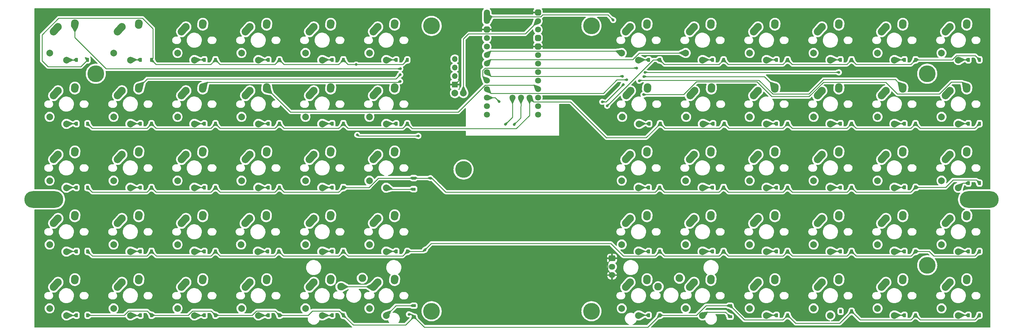
<source format=gbr>
%TF.GenerationSoftware,KiCad,Pcbnew,7.0.8-unknown-202310192121~e85eec2e6b~ubuntu22.04.1*%
%TF.CreationDate,2023-11-07T13:39:59+08:00*%
%TF.ProjectId,Cthulhu,43746875-6c68-4752-9e6b-696361645f70,rev?*%
%TF.SameCoordinates,Original*%
%TF.FileFunction,Copper,L2,Bot*%
%TF.FilePolarity,Positive*%
%FSLAX46Y46*%
G04 Gerber Fmt 4.6, Leading zero omitted, Abs format (unit mm)*
G04 Created by KiCad (PCBNEW 7.0.8-unknown-202310192121~e85eec2e6b~ubuntu22.04.1) date 2023-11-07 13:39:59*
%MOMM*%
%LPD*%
G01*
G04 APERTURE LIST*
G04 Aperture macros list*
%AMRoundRect*
0 Rectangle with rounded corners*
0 $1 Rounding radius*
0 $2 $3 $4 $5 $6 $7 $8 $9 X,Y pos of 4 corners*
0 Add a 4 corners polygon primitive as box body*
4,1,4,$2,$3,$4,$5,$6,$7,$8,$9,$2,$3,0*
0 Add four circle primitives for the rounded corners*
1,1,$1+$1,$2,$3*
1,1,$1+$1,$4,$5*
1,1,$1+$1,$6,$7*
1,1,$1+$1,$8,$9*
0 Add four rect primitives between the rounded corners*
20,1,$1+$1,$2,$3,$4,$5,0*
20,1,$1+$1,$4,$5,$6,$7,0*
20,1,$1+$1,$6,$7,$8,$9,0*
20,1,$1+$1,$8,$9,$2,$3,0*%
%AMHorizOval*
0 Thick line with rounded ends*
0 $1 width*
0 $2 $3 position (X,Y) of the first rounded end (center of the circle)*
0 $4 $5 position (X,Y) of the second rounded end (center of the circle)*
0 Add line between two ends*
20,1,$1,$2,$3,$4,$5,0*
0 Add two circle primitives to create the rounded ends*
1,1,$1,$2,$3*
1,1,$1,$4,$5*%
G04 Aperture macros list end*
%TA.AperFunction,WasherPad*%
%ADD10O,11.600000X5.000000*%
%TD*%
%TA.AperFunction,WasherPad*%
%ADD11C,5.000000*%
%TD*%
%TA.AperFunction,ComponentPad*%
%ADD12C,2.000000*%
%TD*%
%TA.AperFunction,ComponentPad*%
%ADD13HorizOval,2.250000X0.019771X0.290016X-0.019771X-0.290016X0*%
%TD*%
%TA.AperFunction,ComponentPad*%
%ADD14C,2.250000*%
%TD*%
%TA.AperFunction,ComponentPad*%
%ADD15HorizOval,2.250000X0.654995X0.730004X-0.654995X-0.730004X0*%
%TD*%
%TA.AperFunction,ComponentPad*%
%ADD16C,2.286000*%
%TD*%
%TA.AperFunction,ComponentPad*%
%ADD17R,1.700000X1.700000*%
%TD*%
%TA.AperFunction,ComponentPad*%
%ADD18O,1.700000X1.700000*%
%TD*%
%TA.AperFunction,SMDPad,CuDef*%
%ADD19RoundRect,0.225000X0.225000X0.375000X-0.225000X0.375000X-0.225000X-0.375000X0.225000X-0.375000X0*%
%TD*%
%TA.AperFunction,SMDPad,CuDef*%
%ADD20RoundRect,0.225000X0.375000X-0.225000X0.375000X0.225000X-0.375000X0.225000X-0.375000X-0.225000X0*%
%TD*%
%TA.AperFunction,ComponentPad*%
%ADD21RoundRect,0.250000X-0.725000X0.600000X-0.725000X-0.600000X0.725000X-0.600000X0.725000X0.600000X0*%
%TD*%
%TA.AperFunction,ComponentPad*%
%ADD22O,1.950000X1.700000*%
%TD*%
%TA.AperFunction,ComponentPad*%
%ADD23C,1.800000*%
%TD*%
%TA.AperFunction,ComponentPad*%
%ADD24RoundRect,0.450000X0.450000X0.450000X-0.450000X0.450000X-0.450000X-0.450000X0.450000X-0.450000X0*%
%TD*%
%TA.AperFunction,ComponentPad*%
%ADD25O,1.800000X4.340000*%
%TD*%
%TA.AperFunction,SMDPad,CuDef*%
%ADD26RoundRect,0.225000X-0.375000X0.225000X-0.375000X-0.225000X0.375000X-0.225000X0.375000X0.225000X0*%
%TD*%
%TA.AperFunction,ViaPad*%
%ADD27C,0.800000*%
%TD*%
%TA.AperFunction,Conductor*%
%ADD28C,0.250000*%
%TD*%
G04 APERTURE END LIST*
D10*
%TO.P,,*%
%TO.N,*%
X52800362Y-107029695D03*
%TD*%
D11*
%TO.P,,*%
%TO.N,*%
X215916124Y-140367223D03*
%TD*%
D10*
%TO.P,,*%
%TO.N,*%
X331406846Y-107029695D03*
%TD*%
D11*
%TO.P,,*%
%TO.N,*%
X168291084Y-55237464D03*
%TD*%
%TO.P,,*%
%TO.N,*%
X68278500Y-69524976D03*
%TD*%
%TO.P,,*%
%TO.N,*%
X315928708Y-126675024D03*
%TD*%
%TO.P,,*%
%TO.N,*%
X315928708Y-69524976D03*
%TD*%
%TO.P,,*%
%TO.N,*%
X215916124Y-55237464D03*
%TD*%
%TO.P,,*%
%TO.N,*%
X168291084Y-140367223D03*
%TD*%
%TO.P,,*%
%TO.N,*%
X177816092Y-98100000D03*
%TD*%
D12*
%TO.P,S41,1,1*%
%TO.N,Column4*%
X130725000Y-120475000D03*
D13*
X138244771Y-111884984D03*
D14*
X138265000Y-111595000D03*
D15*
%TO.P,S41,2,2*%
%TO.N,Net-(D42-A)*%
X132569995Y-113404996D03*
D14*
X133225000Y-112675000D03*
D12*
X135725000Y-122575000D03*
%TD*%
%TO.P,S39,1,1*%
%TO.N,Column2*%
X92625000Y-120475000D03*
D13*
X100144771Y-111884984D03*
D14*
X100165000Y-111595000D03*
D15*
%TO.P,S39,2,2*%
%TO.N,Net-(D40-A)*%
X94469995Y-113404996D03*
D14*
X95125000Y-112675000D03*
D12*
X97625000Y-122575000D03*
%TD*%
%TO.P,S9,1,1*%
%TO.N,Column8*%
X263041092Y-63325000D03*
D13*
X270560863Y-54734984D03*
D14*
X270581092Y-54445000D03*
D15*
%TO.P,S9,2,2*%
%TO.N,Net-(D10-A)*%
X264886087Y-56254996D03*
D14*
X265541092Y-55525000D03*
D12*
X268041092Y-65425000D03*
%TD*%
%TO.P,S48,1,1*%
%TO.N,Column11*%
X320191092Y-120475000D03*
D13*
X327710863Y-111884984D03*
D14*
X327731092Y-111595000D03*
D15*
%TO.P,S48,2,2*%
%TO.N,Net-(D49-A)*%
X322036087Y-113404996D03*
D14*
X322691092Y-112675000D03*
D12*
X325191092Y-122575000D03*
%TD*%
%TO.P,S58,1,1*%
%TO.N,Column9*%
X282091092Y-139525000D03*
D13*
X289610863Y-130934984D03*
D14*
X289631092Y-130645000D03*
D15*
%TO.P,S58,2,2*%
%TO.N,Net-(D59-A)*%
X283936087Y-132454996D03*
D14*
X284591092Y-131725000D03*
D12*
X287091092Y-141625000D03*
%TD*%
%TO.P,S33,1,1*%
%TO.N,Column8*%
X263041092Y-101425000D03*
D13*
X270560863Y-92834984D03*
D14*
X270581092Y-92545000D03*
D15*
%TO.P,S33,2,2*%
%TO.N,Net-(D34-A)*%
X264886087Y-94354996D03*
D14*
X265541092Y-93625000D03*
D12*
X268041092Y-103525000D03*
%TD*%
%TO.P,S1,1,1*%
%TO.N,Column0*%
X54525000Y-63325000D03*
D13*
X62044771Y-54734984D03*
D14*
X62065000Y-54445000D03*
D15*
%TO.P,S1,2,2*%
%TO.N,Net-(D2-A)*%
X56369995Y-56254996D03*
D14*
X57025000Y-55525000D03*
D12*
X59525000Y-65425000D03*
%TD*%
%TO.P,S2,1,1*%
%TO.N,Column1*%
X73575000Y-63325000D03*
D13*
X81094771Y-54734984D03*
D14*
X81115000Y-54445000D03*
D15*
%TO.P,S2,2,2*%
%TO.N,Net-(D3-A)*%
X75419995Y-56254996D03*
D14*
X76075000Y-55525000D03*
D12*
X78575000Y-65425000D03*
%TD*%
%TO.P,S57,1,1*%
%TO.N,Column8*%
X263041092Y-139525000D03*
D13*
X270560863Y-130934984D03*
D14*
X270581092Y-130645000D03*
D15*
%TO.P,S57,2,2*%
%TO.N,Net-(D58-A)*%
X264886087Y-132454996D03*
D14*
X265541092Y-131725000D03*
D12*
X268041092Y-141625000D03*
%TD*%
%TO.P,S32,1,1*%
%TO.N,Column7*%
X243991092Y-101425000D03*
D13*
X251510863Y-92834984D03*
D14*
X251531092Y-92545000D03*
D15*
%TO.P,S32,2,2*%
%TO.N,Net-(D33-A)*%
X245836087Y-94354996D03*
D14*
X246491092Y-93625000D03*
D12*
X248991092Y-103525000D03*
%TD*%
%TO.P,S60,1,1*%
%TO.N,Column11*%
X320191092Y-139525000D03*
D13*
X327710863Y-130934984D03*
D14*
X327731092Y-130645000D03*
D15*
%TO.P,S60,2,2*%
%TO.N,Net-(D61-A)*%
X322036087Y-132454996D03*
D14*
X322691092Y-131725000D03*
D12*
X325191092Y-141625000D03*
%TD*%
%TO.P,S8,1,1*%
%TO.N,Column7*%
X243991092Y-63325000D03*
D13*
X251510863Y-54734984D03*
D14*
X251531092Y-54445000D03*
D15*
%TO.P,S8,2,2*%
%TO.N,Net-(D9-A)*%
X245836087Y-56254996D03*
D14*
X246491092Y-55525000D03*
D12*
X248991092Y-65425000D03*
%TD*%
%TO.P,S30,1,1*%
%TO.N,Column5*%
X149775000Y-101425000D03*
D13*
X157294771Y-92834984D03*
D14*
X157315000Y-92545000D03*
D15*
%TO.P,S30,2,2*%
%TO.N,Net-(D31-A)*%
X151619995Y-94354996D03*
D14*
X152275000Y-93625000D03*
D12*
X154775000Y-103525000D03*
%TD*%
%TO.P,S14,1,1*%
%TO.N,Column1*%
X73575000Y-82375000D03*
D13*
X81094771Y-73784984D03*
D14*
X81115000Y-73495000D03*
D15*
%TO.P,S14,2,2*%
%TO.N,Net-(D15-A)*%
X75419995Y-75304996D03*
D14*
X76075000Y-74575000D03*
D12*
X78575000Y-84475000D03*
%TD*%
%TO.P,S28,1,1*%
%TO.N,Column3*%
X111675000Y-101425000D03*
D13*
X119194771Y-92834984D03*
D14*
X119215000Y-92545000D03*
D15*
%TO.P,S28,2,2*%
%TO.N,Net-(D29-A)*%
X113519995Y-94354996D03*
D14*
X114175000Y-93625000D03*
D12*
X116675000Y-103525000D03*
%TD*%
%TO.P,S53,1,1*%
%TO.N,Column4*%
X130725000Y-139525000D03*
D13*
X138244771Y-130934984D03*
D14*
X138265000Y-130645000D03*
D15*
%TO.P,S53,2,2*%
%TO.N,Net-(D54-A)*%
X132569995Y-132454996D03*
D14*
X133225000Y-131725000D03*
D12*
X135725000Y-141625000D03*
%TD*%
%TO.P,S50,1,1*%
%TO.N,Column1*%
X73575000Y-139525000D03*
D13*
X81094771Y-130934984D03*
D14*
X81115000Y-130645000D03*
D15*
%TO.P,S50,2,2*%
%TO.N,Net-(D51-A)*%
X75419995Y-132454996D03*
D14*
X76075000Y-131725000D03*
D12*
X78575000Y-141625000D03*
%TD*%
%TO.P,S42,1,1*%
%TO.N,Column5*%
X149775000Y-120475000D03*
D13*
X157294771Y-111884984D03*
D14*
X157315000Y-111595000D03*
D15*
%TO.P,S42,2,2*%
%TO.N,Net-(D43-A)*%
X151619995Y-113404996D03*
D14*
X152275000Y-112675000D03*
D12*
X154775000Y-122575000D03*
%TD*%
%TO.P,S22,1,1*%
%TO.N,Column9*%
X282091092Y-82375000D03*
D13*
X289610863Y-73784984D03*
D14*
X289631092Y-73495000D03*
D15*
%TO.P,S22,2,2*%
%TO.N,Net-(D23-A)*%
X283936087Y-75304996D03*
D14*
X284591092Y-74575000D03*
D12*
X287091092Y-84475000D03*
%TD*%
%TO.P,S20,1,1*%
%TO.N,Column7*%
X244118092Y-82375000D03*
D13*
X251637863Y-73784984D03*
D14*
X251658092Y-73495000D03*
D15*
%TO.P,S20,2,2*%
%TO.N,Net-(D21-A)*%
X245963087Y-75304996D03*
D14*
X246618092Y-74575000D03*
D12*
X249118092Y-84475000D03*
%TD*%
%TO.P,J4,1,Pin_1*%
%TO.N,CS*%
X177786092Y-75275000D03*
X175246092Y-75275000D03*
%TD*%
%TO.P,S49,1,1*%
%TO.N,Column0*%
X54525000Y-139525000D03*
D13*
X62044771Y-130934984D03*
D14*
X62065000Y-130645000D03*
D15*
%TO.P,S49,2,2*%
%TO.N,Net-(D50-A)*%
X56369995Y-132454996D03*
D14*
X57025000Y-131725000D03*
D12*
X59525000Y-141625000D03*
%TD*%
%TO.P,S45,1,1*%
%TO.N,Column8*%
X263041092Y-120475000D03*
D13*
X270560863Y-111884984D03*
D14*
X270581092Y-111595000D03*
D15*
%TO.P,S45,2,2*%
%TO.N,Net-(D46-A)*%
X264886087Y-113404996D03*
D14*
X265541092Y-112675000D03*
D12*
X268041092Y-122575000D03*
%TD*%
%TO.P,S44,1,1*%
%TO.N,Column7*%
X243991092Y-120475000D03*
D13*
X251510863Y-111884984D03*
D14*
X251531092Y-111595000D03*
D15*
%TO.P,S44,2,2*%
%TO.N,Net-(D45-A)*%
X245836087Y-113404996D03*
D14*
X246491092Y-112675000D03*
D12*
X248991092Y-122575000D03*
%TD*%
%TO.P,S23,1,1*%
%TO.N,Column10*%
X301141092Y-82375000D03*
D13*
X308660863Y-73784984D03*
D14*
X308681092Y-73495000D03*
D15*
%TO.P,S23,2,2*%
%TO.N,Net-(D24-A)*%
X302986087Y-75304996D03*
D14*
X303641092Y-74575000D03*
D12*
X306141092Y-84475000D03*
%TD*%
%TO.P,S55,1,1*%
%TO.N,Column6*%
X224941092Y-139525000D03*
D13*
X232460863Y-130934984D03*
D14*
X232481092Y-130645000D03*
D15*
%TO.P,S55,2,2*%
%TO.N,Net-(D56-A)*%
X226786087Y-132454996D03*
D14*
X227441092Y-131725000D03*
D12*
X229941092Y-141625000D03*
%TD*%
%TO.P,S18,1,1*%
%TO.N,Column5*%
X149775000Y-82375000D03*
D13*
X157294771Y-73784984D03*
D14*
X157315000Y-73495000D03*
D15*
%TO.P,S18,2,2*%
%TO.N,Net-(D19-A)*%
X151619995Y-75304996D03*
D14*
X152275000Y-74575000D03*
D12*
X154775000Y-84475000D03*
%TD*%
D16*
%TO.P,S61,1,1*%
%TO.N,Column5*%
X147663000Y-130518000D03*
%TO.P,S61,2,2*%
%TO.N,Net-(D55-A)*%
X141313000Y-133058000D03*
%TD*%
D12*
%TO.P,S13,1,1*%
%TO.N,Column0*%
X54525000Y-82375000D03*
D13*
X62044771Y-73784984D03*
D14*
X62065000Y-73495000D03*
D15*
%TO.P,S13,2,2*%
%TO.N,Net-(D14-A)*%
X56369995Y-75304996D03*
D14*
X57025000Y-74575000D03*
D12*
X59525000Y-84475000D03*
%TD*%
%TO.P,S15,1,1*%
%TO.N,Column2*%
X92625000Y-82375000D03*
D13*
X100144771Y-73784984D03*
D14*
X100165000Y-73495000D03*
D15*
%TO.P,S15,2,2*%
%TO.N,Net-(D16-A)*%
X94469995Y-75304996D03*
D14*
X95125000Y-74575000D03*
D12*
X97625000Y-84475000D03*
%TD*%
%TO.P,S38,1,1*%
%TO.N,Column1*%
X73575000Y-120475000D03*
D13*
X81094771Y-111884984D03*
D14*
X81115000Y-111595000D03*
D15*
%TO.P,S38,2,2*%
%TO.N,Net-(D39-A)*%
X75419995Y-113404996D03*
D14*
X76075000Y-112675000D03*
D12*
X78575000Y-122575000D03*
%TD*%
%TO.P,S11,1,1*%
%TO.N,Column10*%
X301141092Y-63325000D03*
D13*
X308660863Y-54734984D03*
D14*
X308681092Y-54445000D03*
D15*
%TO.P,S11,2,2*%
%TO.N,Net-(D12-A)*%
X302986087Y-56254996D03*
D14*
X303641092Y-55525000D03*
D12*
X306141092Y-65425000D03*
%TD*%
%TO.P,S26,1,1*%
%TO.N,Column1*%
X73575000Y-101425000D03*
D13*
X81094771Y-92834984D03*
D14*
X81115000Y-92545000D03*
D15*
%TO.P,S26,2,2*%
%TO.N,Net-(D27-A)*%
X75419995Y-94354996D03*
D14*
X76075000Y-93625000D03*
D12*
X78575000Y-103525000D03*
%TD*%
%TO.P,S12,1,1*%
%TO.N,Column11*%
X320191092Y-63325000D03*
D13*
X327710863Y-54734984D03*
D14*
X327731092Y-54445000D03*
D15*
%TO.P,S12,2,2*%
%TO.N,Net-(D13-A)*%
X322036087Y-56254996D03*
D14*
X322691092Y-55525000D03*
D12*
X325191092Y-65425000D03*
%TD*%
%TO.P,S25,1,1*%
%TO.N,Column0*%
X54525000Y-101425000D03*
D13*
X62044771Y-92834984D03*
D14*
X62065000Y-92545000D03*
D15*
%TO.P,S25,2,2*%
%TO.N,Net-(D26-A)*%
X56369995Y-94354996D03*
D14*
X57025000Y-93625000D03*
D12*
X59525000Y-103525000D03*
%TD*%
D16*
%TO.P,S62,1,1*%
%TO.N,Column7*%
X242133092Y-130518000D03*
%TO.P,S62,2,2*%
%TO.N,Net-(D57-A)*%
X235783092Y-133058000D03*
%TD*%
D12*
%TO.P,S6,1,1*%
%TO.N,Column5*%
X149775000Y-63325000D03*
D13*
X157294771Y-54734984D03*
D14*
X157315000Y-54445000D03*
D15*
%TO.P,S6,2,2*%
%TO.N,Net-(D7-A)*%
X151619995Y-56254996D03*
D14*
X152275000Y-55525000D03*
D12*
X154775000Y-65425000D03*
%TD*%
%TO.P,S52,1,1*%
%TO.N,Column3*%
X111675000Y-139525000D03*
D13*
X119194771Y-130934984D03*
D14*
X119215000Y-130645000D03*
D15*
%TO.P,S52,2,2*%
%TO.N,Net-(D53-A)*%
X113519995Y-132454996D03*
D14*
X114175000Y-131725000D03*
D12*
X116675000Y-141625000D03*
%TD*%
%TO.P,S36,1,1*%
%TO.N,Column11*%
X320191092Y-101425000D03*
D13*
X327710863Y-92834984D03*
D14*
X327731092Y-92545000D03*
D15*
%TO.P,S36,2,2*%
%TO.N,Net-(D37-A)*%
X322036087Y-94354996D03*
D14*
X322691092Y-93625000D03*
D12*
X325191092Y-103525000D03*
%TD*%
%TO.P,S27,1,1*%
%TO.N,Column2*%
X92625000Y-101425000D03*
D13*
X100144771Y-92834984D03*
D14*
X100165000Y-92545000D03*
D15*
%TO.P,S27,2,2*%
%TO.N,Net-(D28-A)*%
X94469995Y-94354996D03*
D14*
X95125000Y-93625000D03*
D12*
X97625000Y-103525000D03*
%TD*%
%TO.P,S59,1,1*%
%TO.N,Column10*%
X301141092Y-139525000D03*
D13*
X308660863Y-130934984D03*
D14*
X308681092Y-130645000D03*
D15*
%TO.P,S59,2,2*%
%TO.N,Net-(D60-A)*%
X302986087Y-132454996D03*
D14*
X303641092Y-131725000D03*
D12*
X306141092Y-141625000D03*
%TD*%
%TO.P,S43,1,1*%
%TO.N,Column6*%
X224941092Y-120475000D03*
D13*
X232460863Y-111884984D03*
D14*
X232481092Y-111595000D03*
D15*
%TO.P,S43,2,2*%
%TO.N,Net-(D44-A)*%
X226786087Y-113404996D03*
D14*
X227441092Y-112675000D03*
D12*
X229941092Y-122575000D03*
%TD*%
%TO.P,S24,1,1*%
%TO.N,Column11*%
X320191092Y-82375000D03*
D13*
X327710863Y-73784984D03*
D14*
X327731092Y-73495000D03*
D15*
%TO.P,S24,2,2*%
%TO.N,Net-(D25-A)*%
X322036087Y-75304996D03*
D14*
X322691092Y-74575000D03*
D12*
X325191092Y-84475000D03*
%TD*%
%TO.P,S16,1,1*%
%TO.N,Column3*%
X111675000Y-82375000D03*
D13*
X119194771Y-73784984D03*
D14*
X119215000Y-73495000D03*
D15*
%TO.P,S16,2,2*%
%TO.N,Net-(D17-A)*%
X113519995Y-75304996D03*
D14*
X114175000Y-74575000D03*
D12*
X116675000Y-84475000D03*
%TD*%
%TO.P,S4,1,1*%
%TO.N,Column3*%
X111675000Y-63325000D03*
D13*
X119194771Y-54734984D03*
D14*
X119215000Y-54445000D03*
D15*
%TO.P,S4,2,2*%
%TO.N,Net-(D5-A)*%
X113519995Y-56254996D03*
D14*
X114175000Y-55525000D03*
D12*
X116675000Y-65425000D03*
%TD*%
%TO.P,S51,1,1*%
%TO.N,Column2*%
X92625000Y-139525000D03*
D13*
X100144771Y-130934984D03*
D14*
X100165000Y-130645000D03*
D15*
%TO.P,S51,2,2*%
%TO.N,Net-(D52-A)*%
X94469995Y-132454996D03*
D14*
X95125000Y-131725000D03*
D12*
X97625000Y-141625000D03*
%TD*%
%TO.P,S40,1,1*%
%TO.N,Column3*%
X111548000Y-120475000D03*
D13*
X119067771Y-111884984D03*
D14*
X119088000Y-111595000D03*
D15*
%TO.P,S40,2,2*%
%TO.N,Net-(D41-A)*%
X113392995Y-113404996D03*
D14*
X114048000Y-112675000D03*
D12*
X116548000Y-122575000D03*
%TD*%
%TO.P,S10,1,1*%
%TO.N,Column9*%
X282091092Y-63325000D03*
D13*
X289610863Y-54734984D03*
D14*
X289631092Y-54445000D03*
D15*
%TO.P,S10,2,2*%
%TO.N,Net-(D11-A)*%
X283936087Y-56254996D03*
D14*
X284591092Y-55525000D03*
D12*
X287091092Y-65425000D03*
%TD*%
%TO.P,S31,1,1*%
%TO.N,Column6*%
X224941092Y-101425000D03*
D13*
X232460863Y-92834984D03*
D14*
X232481092Y-92545000D03*
D15*
%TO.P,S31,2,2*%
%TO.N,Net-(D32-A)*%
X226786087Y-94354996D03*
D14*
X227441092Y-93625000D03*
D12*
X229941092Y-103525000D03*
%TD*%
%TO.P,S29,1,1*%
%TO.N,Column4*%
X130725000Y-101425000D03*
D13*
X138244771Y-92834984D03*
D14*
X138265000Y-92545000D03*
D15*
%TO.P,S29,2,2*%
%TO.N,Net-(D30-A)*%
X132569995Y-94354996D03*
D14*
X133225000Y-93625000D03*
D12*
X135725000Y-103525000D03*
%TD*%
%TO.P,S37,1,1*%
%TO.N,Column0*%
X54525000Y-120475000D03*
D13*
X62044771Y-111884984D03*
D14*
X62065000Y-111595000D03*
D15*
%TO.P,S37,2,2*%
%TO.N,Net-(D38-A)*%
X56369995Y-113404996D03*
D14*
X57025000Y-112675000D03*
D12*
X59525000Y-122575000D03*
%TD*%
%TO.P,S3,1,1*%
%TO.N,Column2*%
X92625000Y-63325000D03*
D13*
X100144771Y-54734984D03*
D14*
X100165000Y-54445000D03*
D15*
%TO.P,S3,2,2*%
%TO.N,Net-(D4-A)*%
X94469995Y-56254996D03*
D14*
X95125000Y-55525000D03*
D12*
X97625000Y-65425000D03*
%TD*%
%TO.P,S35,1,1*%
%TO.N,Column10*%
X301141092Y-101425000D03*
D13*
X308660863Y-92834984D03*
D14*
X308681092Y-92545000D03*
D15*
%TO.P,S35,2,2*%
%TO.N,Net-(D36-A)*%
X302986087Y-94354996D03*
D14*
X303641092Y-93625000D03*
D12*
X306141092Y-103525000D03*
%TD*%
%TO.P,S46,1,1*%
%TO.N,Column9*%
X282091092Y-120475000D03*
D13*
X289610863Y-111884984D03*
D14*
X289631092Y-111595000D03*
D15*
%TO.P,S46,2,2*%
%TO.N,Net-(D47-A)*%
X283936087Y-113404996D03*
D14*
X284591092Y-112675000D03*
D12*
X287091092Y-122575000D03*
%TD*%
%TO.P,S21,1,1*%
%TO.N,Column8*%
X263041092Y-82375000D03*
D13*
X270560863Y-73784984D03*
D14*
X270581092Y-73495000D03*
D15*
%TO.P,S21,2,2*%
%TO.N,Net-(D22-A)*%
X264886087Y-75304996D03*
D14*
X265541092Y-74575000D03*
D12*
X268041092Y-84475000D03*
%TD*%
%TO.P,S56,1,1*%
%TO.N,Column7*%
X243991092Y-139525000D03*
D13*
X251510863Y-130934984D03*
D14*
X251531092Y-130645000D03*
D15*
%TO.P,S56,2,2*%
%TO.N,Net-(D57-A)*%
X245836087Y-132454996D03*
D14*
X246491092Y-131725000D03*
D12*
X248991092Y-141625000D03*
%TD*%
%TO.P,S17,1,1*%
%TO.N,Column4*%
X130725000Y-82375000D03*
D13*
X138244771Y-73784984D03*
D14*
X138265000Y-73495000D03*
D15*
%TO.P,S17,2,2*%
%TO.N,Net-(D18-A)*%
X132569995Y-75304996D03*
D14*
X133225000Y-74575000D03*
D12*
X135725000Y-84475000D03*
%TD*%
D17*
%TO.P,J3,1,GND*%
%TO.N,GND*%
X175236092Y-72720000D03*
D18*
%TO.P,J3,2,VCC*%
%TO.N,3V3*%
X175236092Y-70180000D03*
%TO.P,J3,3,SCL*%
%TO.N,SCK*%
X175236092Y-67640000D03*
%TO.P,J3,4,SDA*%
%TO.N,MOSI*%
X175236092Y-65100000D03*
%TD*%
D12*
%TO.P,S19,1,1*%
%TO.N,Column6*%
X225068092Y-82375000D03*
D13*
X232587863Y-73784984D03*
D14*
X232608092Y-73495000D03*
D15*
%TO.P,S19,2,2*%
%TO.N,Net-(D20-A)*%
X226913087Y-75304996D03*
D14*
X227568092Y-74575000D03*
D12*
X230068092Y-84475000D03*
%TD*%
%TO.P,S5,1,1*%
%TO.N,Column4*%
X130725000Y-63325000D03*
D13*
X138244771Y-54734984D03*
D14*
X138265000Y-54445000D03*
D15*
%TO.P,S5,2,2*%
%TO.N,Net-(D6-A)*%
X132569995Y-56254996D03*
D14*
X133225000Y-55525000D03*
D12*
X135725000Y-65425000D03*
%TD*%
%TO.P,S47,1,1*%
%TO.N,Column10*%
X301141092Y-120475000D03*
D13*
X308660863Y-111884984D03*
D14*
X308681092Y-111595000D03*
D15*
%TO.P,S47,2,2*%
%TO.N,Net-(D48-A)*%
X302986087Y-113404996D03*
D14*
X303641092Y-112675000D03*
D12*
X306141092Y-122575000D03*
%TD*%
%TO.P,S54,1,1*%
%TO.N,Column5*%
X149775000Y-139525000D03*
D13*
X157294771Y-130934984D03*
D14*
X157315000Y-130645000D03*
D15*
%TO.P,S54,2,2*%
%TO.N,Net-(D55-A)*%
X151619995Y-132454996D03*
D14*
X152275000Y-131725000D03*
D12*
X154775000Y-141625000D03*
%TD*%
%TO.P,S7,1,1*%
%TO.N,Column6*%
X224941092Y-63325000D03*
D13*
X232460863Y-54734984D03*
D14*
X232481092Y-54445000D03*
D15*
%TO.P,S7,2,2*%
%TO.N,Net-(D8-A)*%
X226786087Y-56254996D03*
D14*
X227441092Y-55525000D03*
D12*
X229941092Y-65425000D03*
%TD*%
%TO.P,S34,1,1*%
%TO.N,Column9*%
X282091092Y-101425000D03*
D13*
X289610863Y-92834984D03*
D14*
X289631092Y-92545000D03*
D15*
%TO.P,S34,2,2*%
%TO.N,Net-(D35-A)*%
X283936087Y-94354996D03*
D14*
X284591092Y-93625000D03*
D12*
X287091092Y-103525000D03*
%TD*%
D19*
%TO.P,D30,1,K*%
%TO.N,Row2*%
X142016092Y-103450000D03*
%TO.P,D30,2,A*%
%TO.N,Net-(D30-A)*%
X138716092Y-103450000D03*
%TD*%
%TO.P,D48,1,K*%
%TO.N,Row3*%
X312441092Y-122525000D03*
%TO.P,D48,2,A*%
%TO.N,Net-(D48-A)*%
X309141092Y-122525000D03*
%TD*%
%TO.P,D18,1,K*%
%TO.N,Row1*%
X142016092Y-84400000D03*
%TO.P,D18,2,A*%
%TO.N,Net-(D18-A)*%
X138716092Y-84400000D03*
%TD*%
%TO.P,D25,1,K*%
%TO.N,Row1*%
X331507184Y-84400000D03*
%TO.P,D25,2,A*%
%TO.N,Net-(D25-A)*%
X328207184Y-84400000D03*
%TD*%
%TO.P,D36,1,K*%
%TO.N,Row2*%
X312466092Y-103425000D03*
%TO.P,D36,2,A*%
%TO.N,Net-(D36-A)*%
X309166092Y-103425000D03*
%TD*%
D20*
%TO.P,D55,1,K*%
%TO.N,Row4*%
X163016542Y-142024308D03*
%TO.P,D55,2,A*%
%TO.N,Net-(D55-A)*%
X163016542Y-138724308D03*
%TD*%
D19*
%TO.P,D49,1,K*%
%TO.N,Row3*%
X331491092Y-122525000D03*
%TO.P,D49,2,A*%
%TO.N,Net-(D49-A)*%
X328191092Y-122525000D03*
%TD*%
%TO.P,D28,1,K*%
%TO.N,Row2*%
X103941092Y-103475000D03*
%TO.P,D28,2,A*%
%TO.N,Net-(D28-A)*%
X100641092Y-103475000D03*
%TD*%
%TO.P,D34,1,K*%
%TO.N,Row2*%
X274341092Y-103500000D03*
%TO.P,D34,2,A*%
%TO.N,Net-(D34-A)*%
X271041092Y-103500000D03*
%TD*%
%TO.P,D20,1,K*%
%TO.N,Row1*%
X236384184Y-84425000D03*
%TO.P,D20,2,A*%
%TO.N,Net-(D20-A)*%
X233084184Y-84425000D03*
%TD*%
D21*
%TO.P,J2,1,Pin_1*%
%TO.N,GND*%
X222041092Y-124600000D03*
D22*
%TO.P,J2,2,Pin_2*%
%TO.N,BAT+*%
X222041092Y-127100000D03*
%TO.P,J2,3,Pin_3*%
%TO.N,GND*%
X222041092Y-129600000D03*
%TD*%
D19*
%TO.P,D44,1,K*%
%TO.N,Row3*%
X236266092Y-122525000D03*
%TO.P,D44,2,A*%
%TO.N,Net-(D44-A)*%
X232966092Y-122525000D03*
%TD*%
%TO.P,D2,1,K*%
%TO.N,Row0*%
X65816092Y-65350000D03*
%TO.P,D2,2,A*%
%TO.N,Net-(D2-A)*%
X62516092Y-65350000D03*
%TD*%
%TO.P,D40,1,K*%
%TO.N,Row3*%
X103925000Y-122525000D03*
%TO.P,D40,2,A*%
%TO.N,Net-(D40-A)*%
X100625000Y-122525000D03*
%TD*%
%TO.P,D6,1,K*%
%TO.N,Row0*%
X142016092Y-65350000D03*
%TO.P,D6,2,A*%
%TO.N,Net-(D6-A)*%
X138716092Y-65350000D03*
%TD*%
%TO.P,D29,1,K*%
%TO.N,Row2*%
X122966092Y-103475000D03*
%TO.P,D29,2,A*%
%TO.N,Net-(D29-A)*%
X119666092Y-103475000D03*
%TD*%
%TO.P,D46,1,K*%
%TO.N,Row3*%
X274341092Y-122525000D03*
%TO.P,D46,2,A*%
%TO.N,Net-(D46-A)*%
X271041092Y-122525000D03*
%TD*%
%TO.P,D12,1,K*%
%TO.N,Row0*%
X312457184Y-65350000D03*
%TO.P,D12,2,A*%
%TO.N,Net-(D12-A)*%
X309157184Y-65350000D03*
%TD*%
D23*
%TO.P,U1,1,P0.06*%
%TO.N,CS*%
X199986092Y-53810000D03*
%TO.P,U1,2,P0.08*%
%TO.N,MOSI*%
X199986092Y-56350000D03*
D24*
%TO.P,U1,3,GND*%
%TO.N,unconnected-(U1-GND-Pad3)*%
X199986092Y-58890000D03*
%TO.P,U1,4,GND*%
%TO.N,GND*%
X199986092Y-61430000D03*
D23*
%TO.P,U1,5,P0.17*%
%TO.N,SCK*%
X199986092Y-63970000D03*
%TO.P,U1,6,P0.20*%
%TO.N,Column0*%
X199986092Y-66510000D03*
%TO.P,U1,7,P0.22*%
%TO.N,Column1*%
X199986092Y-69050000D03*
%TO.P,U1,8,P0.24*%
%TO.N,Column2*%
X199986092Y-71590000D03*
%TO.P,U1,9,P1.00*%
%TO.N,Column3*%
X199986092Y-74130000D03*
%TO.P,U1,10,P0.11*%
%TO.N,Column4*%
X199986092Y-76670000D03*
%TO.P,U1,11,P1.04-LF*%
%TO.N,Column5*%
X199986092Y-79210000D03*
%TO.P,U1,12,P1.06-LF*%
%TO.N,unconnected-(U1-P1.06-LF-Pad12)*%
X199986092Y-81750000D03*
D25*
%TO.P,U1,13,BAT+*%
%TO.N,BAT+*%
X184746092Y-52540000D03*
D24*
%TO.P,U1,14,GND*%
%TO.N,GND*%
X184746092Y-56350000D03*
D23*
%TO.P,U1,15,RST*%
%TO.N,Net-(U1-RST)*%
X184746092Y-58890000D03*
%TO.P,U1,16,3V3*%
%TO.N,3V3*%
X184746092Y-61430000D03*
%TO.P,U1,17,P0.31-LF*%
%TO.N,Column6*%
X184746092Y-63970000D03*
%TO.P,U1,18,P0.29-LF*%
%TO.N,Column7*%
X184746092Y-66510000D03*
%TO.P,U1,19,P0.02-LF*%
%TO.N,Column8*%
X184746092Y-69050000D03*
%TO.P,U1,20,P1.15-LF*%
%TO.N,Column9*%
X184746092Y-71590000D03*
%TO.P,U1,21,P1.13-LF*%
%TO.N,Column10*%
X184746092Y-74130000D03*
%TO.P,U1,22,P1.11-LF*%
%TO.N,Column11*%
X184746092Y-76670000D03*
%TO.P,U1,23,P0-10-LF*%
%TO.N,unconnected-(U1-P0-10-LF-Pad23)*%
X184746092Y-79210000D03*
%TO.P,U1,24,P0.09-LF*%
%TO.N,Row4*%
X184746092Y-81750000D03*
%TO.P,U1,25,P1.01-LF*%
%TO.N,Row1*%
X197446092Y-76670000D03*
%TO.P,U1,26,P1.02-LF*%
%TO.N,Row2*%
X194906092Y-76670000D03*
%TO.P,U1,27,P1-07-LF*%
%TO.N,Row3*%
X192366092Y-76670000D03*
D24*
%TO.P,U1,28,GND*%
%TO.N,GND*%
X199986092Y-51270000D03*
D23*
%TO.P,U1,29,BAT+*%
%TO.N,BAT+*%
X184746092Y-51270000D03*
%TD*%
D19*
%TO.P,D56,1,K*%
%TO.N,Row4*%
X236241092Y-141575000D03*
%TO.P,D56,2,A*%
%TO.N,Net-(D56-A)*%
X232941092Y-141575000D03*
%TD*%
%TO.P,D17,1,K*%
%TO.N,Row1*%
X122966092Y-84425000D03*
%TO.P,D17,2,A*%
%TO.N,Net-(D17-A)*%
X119666092Y-84425000D03*
%TD*%
%TO.P,D26,1,K*%
%TO.N,Row2*%
X65816908Y-103472032D03*
%TO.P,D26,2,A*%
%TO.N,Net-(D26-A)*%
X62516908Y-103472032D03*
%TD*%
%TO.P,D60,1,K*%
%TO.N,Row4*%
X312441092Y-141575000D03*
%TO.P,D60,2,A*%
%TO.N,Net-(D60-A)*%
X309141092Y-141575000D03*
%TD*%
%TO.P,D27,1,K*%
%TO.N,Row2*%
X84866092Y-103475000D03*
%TO.P,D27,2,A*%
%TO.N,Net-(D27-A)*%
X81566092Y-103475000D03*
%TD*%
%TO.P,D38,1,K*%
%TO.N,Row3*%
X65850000Y-122500000D03*
%TO.P,D38,2,A*%
%TO.N,Net-(D38-A)*%
X62550000Y-122500000D03*
%TD*%
%TO.P,D23,1,K*%
%TO.N,Row1*%
X293382184Y-84400000D03*
%TO.P,D23,2,A*%
%TO.N,Net-(D23-A)*%
X290082184Y-84400000D03*
%TD*%
%TO.P,D16,1,K*%
%TO.N,Row1*%
X103916092Y-84425000D03*
%TO.P,D16,2,A*%
%TO.N,Net-(D16-A)*%
X100616092Y-84425000D03*
%TD*%
%TO.P,D7,1,K*%
%TO.N,Row0*%
X161066092Y-65375000D03*
%TO.P,D7,2,A*%
%TO.N,Net-(D7-A)*%
X157766092Y-65375000D03*
%TD*%
%TO.P,D3,1,K*%
%TO.N,Row0*%
X84866092Y-65350000D03*
%TO.P,D3,2,A*%
%TO.N,Net-(D3-A)*%
X81566092Y-65350000D03*
%TD*%
%TO.P,D61,1,K*%
%TO.N,Row4*%
X331491092Y-141575000D03*
%TO.P,D61,2,A*%
%TO.N,Net-(D61-A)*%
X328191092Y-141575000D03*
%TD*%
%TO.P,D58,1,K*%
%TO.N,Row4*%
X274341092Y-141575000D03*
%TO.P,D58,2,A*%
%TO.N,Net-(D58-A)*%
X271041092Y-141575000D03*
%TD*%
%TO.P,D42,1,K*%
%TO.N,Row3*%
X142025000Y-122500000D03*
%TO.P,D42,2,A*%
%TO.N,Net-(D42-A)*%
X138725000Y-122500000D03*
%TD*%
%TO.P,D51,1,K*%
%TO.N,Row4*%
X84875000Y-141575000D03*
%TO.P,D51,2,A*%
%TO.N,Net-(D51-A)*%
X81575000Y-141575000D03*
%TD*%
%TO.P,D39,1,K*%
%TO.N,Row3*%
X84875000Y-122500000D03*
%TO.P,D39,2,A*%
%TO.N,Net-(D39-A)*%
X81575000Y-122500000D03*
%TD*%
%TO.P,D53,1,K*%
%TO.N,Row4*%
X122975000Y-141600000D03*
%TO.P,D53,2,A*%
%TO.N,Net-(D53-A)*%
X119675000Y-141600000D03*
%TD*%
%TO.P,D13,1,K*%
%TO.N,Row0*%
X331482184Y-65350000D03*
%TO.P,D13,2,A*%
%TO.N,Net-(D13-A)*%
X328182184Y-65350000D03*
%TD*%
%TO.P,D15,1,K*%
%TO.N,Row1*%
X84866092Y-84425000D03*
%TO.P,D15,2,A*%
%TO.N,Net-(D15-A)*%
X81566092Y-84425000D03*
%TD*%
%TO.P,D35,1,K*%
%TO.N,Row2*%
X293391092Y-103475000D03*
%TO.P,D35,2,A*%
%TO.N,Net-(D35-A)*%
X290091092Y-103475000D03*
%TD*%
%TO.P,D11,1,K*%
%TO.N,Row0*%
X293382184Y-65350000D03*
%TO.P,D11,2,A*%
%TO.N,Net-(D11-A)*%
X290082184Y-65350000D03*
%TD*%
%TO.P,D47,1,K*%
%TO.N,Row3*%
X293391092Y-122525000D03*
%TO.P,D47,2,A*%
%TO.N,Net-(D47-A)*%
X290091092Y-122525000D03*
%TD*%
%TO.P,D45,1,K*%
%TO.N,Row3*%
X255291092Y-122525000D03*
%TO.P,D45,2,A*%
%TO.N,Net-(D45-A)*%
X251991092Y-122525000D03*
%TD*%
%TO.P,D41,1,K*%
%TO.N,Row3*%
X122841092Y-122550000D03*
%TO.P,D41,2,A*%
%TO.N,Net-(D41-A)*%
X119541092Y-122550000D03*
%TD*%
%TO.P,D10,1,K*%
%TO.N,Row0*%
X274332184Y-65375000D03*
%TO.P,D10,2,A*%
%TO.N,Net-(D10-A)*%
X271032184Y-65375000D03*
%TD*%
%TO.P,D59,1,K*%
%TO.N,Row4*%
X293416092Y-140425000D03*
%TO.P,D59,2,A*%
%TO.N,Net-(D59-A)*%
X290116092Y-140425000D03*
%TD*%
%TO.P,D14,1,K*%
%TO.N,Row1*%
X65816092Y-84425000D03*
%TO.P,D14,2,A*%
%TO.N,Net-(D14-A)*%
X62516092Y-84425000D03*
%TD*%
%TO.P,D5,1,K*%
%TO.N,Row0*%
X122966092Y-65375000D03*
%TO.P,D5,2,A*%
%TO.N,Net-(D5-A)*%
X119666092Y-65375000D03*
%TD*%
%TO.P,D50,1,K*%
%TO.N,Row4*%
X65825000Y-141575000D03*
%TO.P,D50,2,A*%
%TO.N,Net-(D50-A)*%
X62525000Y-141575000D03*
%TD*%
%TO.P,D4,1,K*%
%TO.N,Row0*%
X103916092Y-65350000D03*
%TO.P,D4,2,A*%
%TO.N,Net-(D4-A)*%
X100616092Y-65350000D03*
%TD*%
%TO.P,D54,1,K*%
%TO.N,Row4*%
X142025000Y-141550000D03*
%TO.P,D54,2,A*%
%TO.N,Net-(D54-A)*%
X138725000Y-141550000D03*
%TD*%
D26*
%TO.P,D31,1,K*%
%TO.N,Row2*%
X162966092Y-100650000D03*
%TO.P,D31,2,A*%
%TO.N,Net-(D31-A)*%
X162966092Y-103950000D03*
%TD*%
D19*
%TO.P,D21,1,K*%
%TO.N,Row1*%
X255434184Y-84425000D03*
%TO.P,D21,2,A*%
%TO.N,Net-(D21-A)*%
X252134184Y-84425000D03*
%TD*%
D26*
%TO.P,D57,1,K*%
%TO.N,Row4*%
X257216092Y-138725000D03*
%TO.P,D57,2,A*%
%TO.N,Net-(D57-A)*%
X257216092Y-142025000D03*
%TD*%
D19*
%TO.P,D22,1,K*%
%TO.N,Row1*%
X274332184Y-84425000D03*
%TO.P,D22,2,A*%
%TO.N,Net-(D22-A)*%
X271032184Y-84425000D03*
%TD*%
%TO.P,D32,1,K*%
%TO.N,Row2*%
X236241092Y-103475000D03*
%TO.P,D32,2,A*%
%TO.N,Net-(D32-A)*%
X232941092Y-103475000D03*
%TD*%
%TO.P,D8,1,K*%
%TO.N,Row0*%
X236232184Y-65375000D03*
%TO.P,D8,2,A*%
%TO.N,Net-(D8-A)*%
X232932184Y-65375000D03*
%TD*%
%TO.P,D37,1,K*%
%TO.N,Row2*%
X331466092Y-102150000D03*
%TO.P,D37,2,A*%
%TO.N,Net-(D37-A)*%
X328166092Y-102150000D03*
%TD*%
%TO.P,D9,1,K*%
%TO.N,Row0*%
X255282184Y-65375000D03*
%TO.P,D9,2,A*%
%TO.N,Net-(D9-A)*%
X251982184Y-65375000D03*
%TD*%
%TO.P,D24,1,K*%
%TO.N,Row1*%
X312432184Y-84425000D03*
%TO.P,D24,2,A*%
%TO.N,Net-(D24-A)*%
X309132184Y-84425000D03*
%TD*%
%TO.P,D19,1,K*%
%TO.N,Row1*%
X161066092Y-84425000D03*
%TO.P,D19,2,A*%
%TO.N,Net-(D19-A)*%
X157766092Y-84425000D03*
%TD*%
%TO.P,D33,1,K*%
%TO.N,Row2*%
X255291092Y-103450000D03*
%TO.P,D33,2,A*%
%TO.N,Net-(D33-A)*%
X251991092Y-103450000D03*
%TD*%
%TO.P,D52,1,K*%
%TO.N,Row4*%
X103925000Y-141575000D03*
%TO.P,D52,2,A*%
%TO.N,Net-(D52-A)*%
X100625000Y-141575000D03*
%TD*%
%TO.P,D43,1,K*%
%TO.N,Row3*%
X161075000Y-122525000D03*
%TO.P,D43,2,A*%
%TO.N,Net-(D43-A)*%
X157775000Y-122525000D03*
%TD*%
D27*
%TO.N,Row4*%
X161541092Y-141300000D03*
%TO.N,Row0*%
X145816092Y-66750000D03*
X146166092Y-87750000D03*
X164366092Y-88075000D03*
X220591092Y-79100000D03*
%TO.N,Row2*%
X167941092Y-100650000D03*
X192866092Y-84675000D03*
%TO.N,Row3*%
X166291092Y-122100000D03*
X190291092Y-84600000D03*
%TO.N,GND*%
X221366092Y-61575000D03*
%TO.N,BAT+*%
X222391092Y-53500000D03*
%TO.N,Column0*%
X159016092Y-68025000D03*
%TO.N,Column1*%
X158966092Y-69775000D03*
%TO.N,Column2*%
X158941092Y-71775000D03*
%TO.N,Column8*%
X225191092Y-70275000D03*
X231516092Y-70350000D03*
%TO.N,Column9*%
X231816092Y-69100000D03*
X289631092Y-69100000D03*
X229366092Y-67850000D03*
%TO.N,Column10*%
X230141092Y-71625000D03*
X226466092Y-71300000D03*
%TO.N,Column11*%
X231391092Y-75750000D03*
X188416092Y-77825000D03*
X225391092Y-72775000D03*
X219116092Y-77895000D03*
%TD*%
D28*
%TO.N,Row0*%
X65816092Y-65350000D02*
X63791092Y-67375000D01*
X52266092Y-65625000D02*
X52266092Y-57900000D01*
X82198568Y-52957476D02*
X85300000Y-56058908D01*
X63791092Y-67375000D02*
X54016092Y-67375000D01*
X54016092Y-67375000D02*
X52266092Y-65625000D01*
X52266092Y-57900000D02*
X57208616Y-52957476D01*
X57208616Y-52957476D02*
X82198568Y-52957476D01*
X85300000Y-56058908D02*
X85300000Y-64916092D01*
X85300000Y-64916092D02*
X84866092Y-65350000D01*
%TO.N,Row4*%
X161541092Y-141300000D02*
X162292234Y-141300000D01*
X162292234Y-141300000D02*
X163016542Y-142024308D01*
%TO.N,BAT+*%
X222391092Y-53500000D02*
X220816092Y-51925000D01*
X220816092Y-51925000D02*
X201334296Y-51925000D01*
X201334296Y-51925000D02*
X200764296Y-52495000D01*
X200764296Y-52495000D02*
X186061092Y-52495000D01*
X186061092Y-52495000D02*
X184746092Y-53810000D01*
%TO.N,Row0*%
X124341092Y-66750000D02*
X140616092Y-66750000D01*
X275707184Y-66750000D02*
X274332184Y-65375000D01*
X274332184Y-65375000D02*
X272957184Y-66750000D01*
X256657184Y-66750000D02*
X255282184Y-65375000D01*
X84866092Y-65350000D02*
X86266092Y-66750000D01*
X234316236Y-65375000D02*
X220591236Y-79100000D01*
X103916092Y-65350000D02*
X105316092Y-66750000D01*
X255282184Y-65375000D02*
X253907184Y-66750000D01*
X105316092Y-66750000D02*
X121591092Y-66750000D01*
X311057184Y-66750000D02*
X294782184Y-66750000D01*
X323392259Y-65350000D02*
X312457184Y-65350000D01*
X143416092Y-66750000D02*
X159691092Y-66750000D01*
X146091092Y-87750000D02*
X146141092Y-87800000D01*
X237607184Y-66750000D02*
X236232184Y-65375000D01*
X86266092Y-66750000D02*
X102516092Y-66750000D01*
X102516092Y-66750000D02*
X103916092Y-65350000D01*
X236232184Y-65375000D02*
X234316236Y-65375000D01*
X140616092Y-66750000D02*
X142016092Y-65350000D01*
X331482184Y-65350000D02*
X330232184Y-64100000D01*
X293382184Y-65350000D02*
X291982184Y-66750000D01*
X122966092Y-65375000D02*
X124341092Y-66750000D01*
X220591236Y-79100000D02*
X220591092Y-79100000D01*
X146416092Y-88075000D02*
X146166092Y-87825000D01*
X121591092Y-66750000D02*
X122966092Y-65375000D01*
X146166092Y-87750000D02*
X146091092Y-87750000D01*
X291982184Y-66750000D02*
X275707184Y-66750000D01*
X164366092Y-88075000D02*
X146416092Y-88075000D01*
X159691092Y-66750000D02*
X161066092Y-65375000D01*
X312457184Y-65350000D02*
X311057184Y-66750000D01*
X324642259Y-64100000D02*
X323392259Y-65350000D01*
X253907184Y-66750000D02*
X237607184Y-66750000D01*
X146166092Y-87825000D02*
X146166092Y-87750000D01*
X220591092Y-79100000D02*
X220591092Y-79100144D01*
X330232184Y-64100000D02*
X324642259Y-64100000D01*
X294782184Y-66750000D02*
X293382184Y-65350000D01*
X142016092Y-65350000D02*
X143416092Y-66750000D01*
X272957184Y-66750000D02*
X256657184Y-66750000D01*
%TO.N,Net-(D2-A)*%
X62441092Y-65425000D02*
X62516092Y-65350000D01*
X59525000Y-65425000D02*
X62441092Y-65425000D01*
%TO.N,Net-(D3-A)*%
X78650000Y-65350000D02*
X78575000Y-65425000D01*
X81566092Y-65350000D02*
X78650000Y-65350000D01*
%TO.N,Net-(D4-A)*%
X100616092Y-65350000D02*
X97700000Y-65350000D01*
X97700000Y-65350000D02*
X97625000Y-65425000D01*
%TO.N,Net-(D5-A)*%
X119666092Y-65375000D02*
X116725000Y-65375000D01*
X116725000Y-65375000D02*
X116675000Y-65425000D01*
%TO.N,Net-(D6-A)*%
X135800000Y-65350000D02*
X135725000Y-65425000D01*
X138716092Y-65350000D02*
X135800000Y-65350000D01*
%TO.N,Net-(D7-A)*%
X157766092Y-65375000D02*
X154825000Y-65375000D01*
X154825000Y-65375000D02*
X154775000Y-65425000D01*
%TO.N,Net-(D8-A)*%
X232932184Y-65375000D02*
X229991092Y-65375000D01*
X229991092Y-65375000D02*
X229941092Y-65425000D01*
%TO.N,Net-(D9-A)*%
X249041092Y-65375000D02*
X248991092Y-65425000D01*
X251982184Y-65375000D02*
X249041092Y-65375000D01*
%TO.N,Net-(D10-A)*%
X268091092Y-65375000D02*
X268041092Y-65425000D01*
X271032184Y-65375000D02*
X268091092Y-65375000D01*
%TO.N,Net-(D11-A)*%
X287166092Y-65350000D02*
X287091092Y-65425000D01*
X290082184Y-65350000D02*
X287166092Y-65350000D01*
%TO.N,Net-(D12-A)*%
X306216092Y-65350000D02*
X306141092Y-65425000D01*
X309157184Y-65350000D02*
X306216092Y-65350000D01*
%TO.N,Net-(D13-A)*%
X328182184Y-65350000D02*
X325266092Y-65350000D01*
X325266092Y-65350000D02*
X325191092Y-65425000D01*
%TO.N,Row1*%
X220416092Y-88625000D02*
X209686092Y-77895000D01*
X275707184Y-85800000D02*
X274332184Y-84425000D01*
X86241092Y-85800000D02*
X102541092Y-85800000D01*
X193516092Y-85900000D02*
X162541092Y-85900000D01*
X142016092Y-84400000D02*
X143416092Y-85800000D01*
X84866092Y-84425000D02*
X86241092Y-85800000D01*
X236384184Y-84425000D02*
X232209184Y-88600000D01*
X105291092Y-85800000D02*
X121591092Y-85800000D01*
X65816092Y-84425000D02*
X67191092Y-85800000D01*
X122966092Y-84425000D02*
X124341092Y-85800000D01*
X272957184Y-85800000D02*
X256809184Y-85800000D01*
X102541092Y-85800000D02*
X103916092Y-84425000D01*
X313807184Y-85800000D02*
X312432184Y-84425000D01*
X254059184Y-85800000D02*
X237759184Y-85800000D01*
X143416092Y-85800000D02*
X159691092Y-85800000D01*
X159691092Y-85800000D02*
X161066092Y-84425000D01*
X294782184Y-85800000D02*
X293382184Y-84400000D01*
X197446092Y-81970000D02*
X193516092Y-85900000D01*
X255434184Y-84425000D02*
X254059184Y-85800000D01*
X162541092Y-85900000D02*
X161066092Y-84425000D01*
X312432184Y-84425000D02*
X311057184Y-85800000D01*
X330107184Y-85800000D02*
X313807184Y-85800000D01*
X140616092Y-85800000D02*
X142016092Y-84400000D01*
X67191092Y-85800000D02*
X83491092Y-85800000D01*
X220441092Y-88600000D02*
X220416092Y-88625000D01*
X291982184Y-85800000D02*
X275707184Y-85800000D01*
X331507184Y-84400000D02*
X330107184Y-85800000D01*
X197446092Y-76670000D02*
X197446092Y-81970000D01*
X237759184Y-85800000D02*
X236384184Y-84425000D01*
X103916092Y-84425000D02*
X105291092Y-85800000D01*
X311057184Y-85800000D02*
X294782184Y-85800000D01*
X232209184Y-88600000D02*
X220441092Y-88600000D01*
X209686092Y-77895000D02*
X198671092Y-77895000D01*
X256809184Y-85800000D02*
X255434184Y-84425000D01*
X124341092Y-85800000D02*
X140616092Y-85800000D01*
X198671092Y-77895000D02*
X197446092Y-76670000D01*
X293382184Y-84400000D02*
X291982184Y-85800000D01*
X274332184Y-84425000D02*
X272957184Y-85800000D01*
X83491092Y-85800000D02*
X84866092Y-84425000D01*
X121591092Y-85800000D02*
X122966092Y-84425000D01*
%TO.N,Net-(D14-A)*%
X62516092Y-84425000D02*
X59575000Y-84425000D01*
X59575000Y-84425000D02*
X59525000Y-84475000D01*
%TO.N,Net-(D15-A)*%
X81566092Y-84425000D02*
X78625000Y-84425000D01*
X78625000Y-84425000D02*
X78575000Y-84475000D01*
%TO.N,Net-(D16-A)*%
X100616092Y-84425000D02*
X97675000Y-84425000D01*
X97675000Y-84425000D02*
X97625000Y-84475000D01*
%TO.N,Net-(D17-A)*%
X119666092Y-84425000D02*
X116725000Y-84425000D01*
X116725000Y-84425000D02*
X116675000Y-84475000D01*
%TO.N,Net-(D18-A)*%
X138716092Y-84400000D02*
X135800000Y-84400000D01*
X135800000Y-84400000D02*
X135725000Y-84475000D01*
%TO.N,Net-(D19-A)*%
X157766092Y-84425000D02*
X154825000Y-84425000D01*
X154825000Y-84425000D02*
X154775000Y-84475000D01*
%TO.N,Net-(D20-A)*%
X233084184Y-84425000D02*
X230118092Y-84425000D01*
X230118092Y-84425000D02*
X230068092Y-84475000D01*
%TO.N,Net-(D21-A)*%
X252134184Y-84425000D02*
X249168092Y-84425000D01*
X249168092Y-84425000D02*
X249118092Y-84475000D01*
%TO.N,Net-(D22-A)*%
X268091092Y-84425000D02*
X268041092Y-84475000D01*
X271032184Y-84425000D02*
X268091092Y-84425000D01*
%TO.N,Net-(D23-A)*%
X290082184Y-84400000D02*
X287166092Y-84400000D01*
X287166092Y-84400000D02*
X287091092Y-84475000D01*
%TO.N,Net-(D24-A)*%
X306191092Y-84425000D02*
X306141092Y-84475000D01*
X309132184Y-84425000D02*
X306191092Y-84425000D01*
%TO.N,Net-(D25-A)*%
X328207184Y-84400000D02*
X325266092Y-84400000D01*
X325266092Y-84400000D02*
X325191092Y-84475000D01*
%TO.N,Row2*%
X294766092Y-104850000D02*
X293391092Y-103475000D01*
X274341092Y-103500000D02*
X272991092Y-104850000D01*
X105316092Y-104850000D02*
X103941092Y-103475000D01*
X83491092Y-104850000D02*
X67194876Y-104850000D01*
X84866092Y-103475000D02*
X83491092Y-104850000D01*
X330541092Y-101225000D02*
X323591092Y-101225000D01*
X323591092Y-101225000D02*
X321391092Y-103425000D01*
X86241092Y-104850000D02*
X84866092Y-103475000D01*
X275691092Y-104850000D02*
X274341092Y-103500000D01*
X121591092Y-104850000D02*
X105316092Y-104850000D01*
X162966092Y-100650000D02*
X167941092Y-100650000D01*
X149623833Y-103450000D02*
X142016092Y-103450000D01*
X152423833Y-100650000D02*
X149623833Y-103450000D01*
X234866092Y-104850000D02*
X236241092Y-103475000D01*
X293391092Y-103475000D02*
X292016092Y-104850000D01*
X256691092Y-104850000D02*
X255291092Y-103450000D01*
X237616092Y-104850000D02*
X236241092Y-103475000D01*
X168316092Y-100650000D02*
X172516092Y-104850000D01*
X255291092Y-103450000D02*
X253891092Y-104850000D01*
X142016092Y-103450000D02*
X140616092Y-104850000D01*
X172516092Y-104850000D02*
X234866092Y-104850000D01*
X194891092Y-81925000D02*
X194891092Y-82650000D01*
X194906092Y-76670000D02*
X194891092Y-81925000D01*
X167941092Y-100650000D02*
X168316092Y-100650000D01*
X312466092Y-103425000D02*
X311041092Y-104850000D01*
X311041092Y-104850000D02*
X294766092Y-104850000D01*
X103941092Y-103475000D02*
X102566092Y-104850000D01*
X102566092Y-104850000D02*
X86241092Y-104850000D01*
X292016092Y-104850000D02*
X275691092Y-104850000D01*
X122966092Y-103475000D02*
X121591092Y-104850000D01*
X194891092Y-82650000D02*
X192866092Y-84675000D01*
X162966092Y-100650000D02*
X152423833Y-100650000D01*
X67194876Y-104850000D02*
X65816908Y-103472032D01*
X321391092Y-103425000D02*
X312466092Y-103425000D01*
X331466092Y-102150000D02*
X330541092Y-101225000D01*
X272991092Y-104850000D02*
X256691092Y-104850000D01*
X124341092Y-104850000D02*
X122966092Y-103475000D01*
X253891092Y-104850000D02*
X237616092Y-104850000D01*
X140616092Y-104850000D02*
X124341092Y-104850000D01*
%TO.N,Net-(D26-A)*%
X59577968Y-103472032D02*
X59525000Y-103525000D01*
X62516908Y-103472032D02*
X59577968Y-103472032D01*
%TO.N,Net-(D27-A)*%
X81566092Y-103475000D02*
X78625000Y-103475000D01*
X78625000Y-103475000D02*
X78575000Y-103525000D01*
%TO.N,Net-(D28-A)*%
X100641092Y-103475000D02*
X97675000Y-103475000D01*
X97675000Y-103475000D02*
X97625000Y-103525000D01*
%TO.N,Net-(D29-A)*%
X116725000Y-103475000D02*
X116675000Y-103525000D01*
X119666092Y-103475000D02*
X116725000Y-103475000D01*
%TO.N,Net-(D30-A)*%
X138716092Y-103450000D02*
X135800000Y-103450000D01*
X135800000Y-103450000D02*
X135725000Y-103525000D01*
%TO.N,Net-(D31-A)*%
X162966092Y-103950000D02*
X155200000Y-103950000D01*
X155200000Y-103950000D02*
X154775000Y-103525000D01*
%TO.N,Net-(D32-A)*%
X229991092Y-103475000D02*
X229941092Y-103525000D01*
X232941092Y-103475000D02*
X229991092Y-103475000D01*
%TO.N,Net-(D33-A)*%
X249066092Y-103450000D02*
X248991092Y-103525000D01*
X251991092Y-103450000D02*
X249066092Y-103450000D01*
%TO.N,Net-(D34-A)*%
X271041092Y-103500000D02*
X268066092Y-103500000D01*
X268066092Y-103500000D02*
X268041092Y-103525000D01*
%TO.N,Net-(D35-A)*%
X290091092Y-103475000D02*
X287141092Y-103475000D01*
X287141092Y-103475000D02*
X287091092Y-103525000D01*
%TO.N,Net-(D36-A)*%
X306241092Y-103425000D02*
X306141092Y-103525000D01*
X309166092Y-103425000D02*
X306241092Y-103425000D01*
%TO.N,Net-(D37-A)*%
X326566092Y-102150000D02*
X325191092Y-103525000D01*
X328166092Y-102150000D02*
X326566092Y-102150000D01*
%TO.N,Row3*%
X165816092Y-122525000D02*
X166241092Y-122100000D01*
X121491092Y-123900000D02*
X122841092Y-122550000D01*
X317866092Y-123900000D02*
X316491092Y-122525000D01*
X103925000Y-122525000D02*
X105300000Y-123900000D01*
X275716092Y-123900000D02*
X274341092Y-122525000D01*
X312441092Y-122525000D02*
X311066092Y-123900000D01*
X255291092Y-122525000D02*
X253916092Y-123900000D01*
X192366092Y-82525000D02*
X190291092Y-84600000D01*
X253916092Y-123900000D02*
X237641092Y-123900000D01*
X221691092Y-120150000D02*
X225441092Y-123900000D01*
X293391092Y-122525000D02*
X292016092Y-123900000D01*
X83475000Y-123900000D02*
X84875000Y-122500000D01*
X86275000Y-123900000D02*
X102550000Y-123900000D01*
X192366092Y-76670000D02*
X192366092Y-82525000D01*
X225441092Y-123900000D02*
X234891092Y-123900000D01*
X168191092Y-120150000D02*
X221691092Y-120150000D01*
X159700000Y-123900000D02*
X161075000Y-122525000D01*
X331491092Y-122525000D02*
X330116092Y-123900000D01*
X294766092Y-123900000D02*
X293391092Y-122525000D01*
X237641092Y-123900000D02*
X236266092Y-122525000D01*
X256666092Y-123900000D02*
X255291092Y-122525000D01*
X166241092Y-122100000D02*
X166291092Y-122100000D01*
X311066092Y-123900000D02*
X294766092Y-123900000D01*
X84875000Y-122500000D02*
X86275000Y-123900000D01*
X272966092Y-123900000D02*
X256666092Y-123900000D01*
X330116092Y-123900000D02*
X317866092Y-123900000D01*
X234891092Y-123900000D02*
X236266092Y-122525000D01*
X105300000Y-123900000D02*
X121491092Y-123900000D01*
X65850000Y-122500000D02*
X67250000Y-123900000D01*
X102550000Y-123900000D02*
X103925000Y-122525000D01*
X274341092Y-122525000D02*
X272966092Y-123900000D01*
X122841092Y-122550000D02*
X124191092Y-123900000D01*
X143425000Y-123900000D02*
X159700000Y-123900000D01*
X140625000Y-123900000D02*
X142025000Y-122500000D01*
X292016092Y-123900000D02*
X275716092Y-123900000D01*
X316491092Y-122525000D02*
X312441092Y-122525000D01*
X166291092Y-122100000D02*
X166291092Y-122050000D01*
X67250000Y-123900000D02*
X83475000Y-123900000D01*
X124191092Y-123900000D02*
X140625000Y-123900000D01*
X166291092Y-122050000D02*
X168191092Y-120150000D01*
X142025000Y-122500000D02*
X143425000Y-123900000D01*
X161075000Y-122525000D02*
X165816092Y-122525000D01*
%TO.N,Net-(D38-A)*%
X62550000Y-122500000D02*
X59600000Y-122500000D01*
X59600000Y-122500000D02*
X59525000Y-122575000D01*
%TO.N,Net-(D39-A)*%
X78650000Y-122500000D02*
X78575000Y-122575000D01*
X81575000Y-122500000D02*
X78650000Y-122500000D01*
%TO.N,Net-(D40-A)*%
X100625000Y-122525000D02*
X97675000Y-122525000D01*
X97675000Y-122525000D02*
X97625000Y-122575000D01*
%TO.N,Net-(D41-A)*%
X119541092Y-122550000D02*
X116573000Y-122550000D01*
X116573000Y-122550000D02*
X116548000Y-122575000D01*
%TO.N,Net-(D42-A)*%
X138725000Y-122500000D02*
X135800000Y-122500000D01*
X135800000Y-122500000D02*
X135725000Y-122575000D01*
%TO.N,Net-(D43-A)*%
X154825000Y-122525000D02*
X154775000Y-122575000D01*
X157775000Y-122525000D02*
X154825000Y-122525000D01*
%TO.N,Net-(D44-A)*%
X232966092Y-122525000D02*
X229991092Y-122525000D01*
X229991092Y-122525000D02*
X229941092Y-122575000D01*
%TO.N,Net-(D45-A)*%
X249041092Y-122525000D02*
X248991092Y-122575000D01*
X251991092Y-122525000D02*
X249041092Y-122525000D01*
%TO.N,Net-(D46-A)*%
X268091092Y-122525000D02*
X268041092Y-122575000D01*
X271041092Y-122525000D02*
X268091092Y-122525000D01*
%TO.N,Net-(D47-A)*%
X287141092Y-122525000D02*
X287091092Y-122575000D01*
X290091092Y-122525000D02*
X287141092Y-122525000D01*
%TO.N,Net-(D48-A)*%
X309141092Y-122525000D02*
X306191092Y-122525000D01*
X306191092Y-122525000D02*
X306141092Y-122575000D01*
%TO.N,Net-(D49-A)*%
X325241092Y-122525000D02*
X325191092Y-122575000D01*
X328191092Y-122525000D02*
X325241092Y-122525000D01*
%TO.N,Row4*%
X95801167Y-141575000D02*
X97076167Y-140300000D01*
X331491092Y-141575000D02*
X330116092Y-142950000D01*
X160558850Y-144482000D02*
X144957000Y-144482000D01*
X76751167Y-141575000D02*
X78026167Y-140300000D01*
X236241092Y-141575000D02*
X247167259Y-141575000D01*
X289866092Y-143975000D02*
X293416092Y-140425000D01*
X65825000Y-141575000D02*
X76751167Y-141575000D01*
X257216092Y-138725000D02*
X261466092Y-142975000D01*
X103925000Y-141575000D02*
X114851167Y-141575000D01*
X311066092Y-142950000D02*
X295941092Y-142950000D01*
X247167259Y-141575000D02*
X250017259Y-138725000D01*
X140775000Y-140300000D02*
X142025000Y-141550000D01*
X236241092Y-141575000D02*
X232691092Y-145125000D01*
X163016542Y-142024308D02*
X160558850Y-144482000D01*
X330116092Y-142950000D02*
X313816092Y-142950000D01*
X232691092Y-145125000D02*
X166117234Y-145125000D01*
X295941092Y-142950000D02*
X293416092Y-140425000D01*
X84875000Y-141575000D02*
X95801167Y-141575000D01*
X312441092Y-141575000D02*
X311066092Y-142950000D01*
X121675000Y-140300000D02*
X122975000Y-141600000D01*
X97076167Y-140300000D02*
X102650000Y-140300000D01*
X272941092Y-142975000D02*
X274341092Y-141575000D01*
X132782408Y-140300000D02*
X140775000Y-140300000D01*
X131482408Y-141600000D02*
X132782408Y-140300000D01*
X313816092Y-142950000D02*
X312441092Y-141575000D01*
X78026167Y-140300000D02*
X83600000Y-140300000D01*
X276741092Y-143975000D02*
X289866092Y-143975000D01*
X166117234Y-145125000D02*
X163016542Y-142024308D01*
X261466092Y-142975000D02*
X272941092Y-142975000D01*
X102650000Y-140300000D02*
X103925000Y-141575000D01*
X144957000Y-144482000D02*
X142025000Y-141550000D01*
X83600000Y-140300000D02*
X84875000Y-141575000D01*
X274341092Y-141575000D02*
X276741092Y-143975000D01*
X250017259Y-138725000D02*
X257216092Y-138725000D01*
X116126167Y-140300000D02*
X121675000Y-140300000D01*
X114851167Y-141575000D02*
X116126167Y-140300000D01*
X122975000Y-141600000D02*
X131482408Y-141600000D01*
%TO.N,Net-(D50-A)*%
X59525000Y-141625000D02*
X62475000Y-141625000D01*
X62475000Y-141625000D02*
X62525000Y-141575000D01*
%TO.N,Net-(D51-A)*%
X81525000Y-141625000D02*
X81575000Y-141575000D01*
X78575000Y-141625000D02*
X81525000Y-141625000D01*
%TO.N,Net-(D52-A)*%
X100575000Y-141625000D02*
X100625000Y-141575000D01*
X97625000Y-141625000D02*
X100575000Y-141625000D01*
%TO.N,Net-(D53-A)*%
X116675000Y-141625000D02*
X119650000Y-141625000D01*
X119650000Y-141625000D02*
X119675000Y-141600000D01*
%TO.N,Net-(D54-A)*%
X135725000Y-141625000D02*
X138650000Y-141625000D01*
X138650000Y-141625000D02*
X138725000Y-141550000D01*
%TO.N,Net-(D55-A)*%
X157675692Y-138724308D02*
X163016542Y-138724308D01*
X141313000Y-133058000D02*
X150838000Y-133058000D01*
X150838000Y-133058000D02*
X150965000Y-133185000D01*
X154775000Y-141625000D02*
X157675692Y-138724308D01*
%TO.N,Net-(D56-A)*%
X232941092Y-141575000D02*
X229991092Y-141575000D01*
X229991092Y-141575000D02*
X229941092Y-141625000D01*
%TO.N,Net-(D57-A)*%
X257216092Y-142025000D02*
X255816092Y-140625000D01*
X249991092Y-140625000D02*
X248991092Y-141625000D01*
X255816092Y-140625000D02*
X249991092Y-140625000D01*
%TO.N,Net-(D58-A)*%
X271041092Y-141575000D02*
X268091092Y-141575000D01*
X268091092Y-141575000D02*
X268041092Y-141625000D01*
%TO.N,Net-(D60-A)*%
X306191092Y-141575000D02*
X306141092Y-141625000D01*
X309141092Y-141575000D02*
X306191092Y-141575000D01*
%TO.N,Net-(D61-A)*%
X325241092Y-141575000D02*
X325191092Y-141625000D01*
X328191092Y-141575000D02*
X325241092Y-141575000D01*
%TO.N,GND*%
X221221092Y-61430000D02*
X199986092Y-61430000D01*
X176411092Y-71545000D02*
X176411092Y-59580000D01*
X220741092Y-128300000D02*
X220741092Y-125900000D01*
X222041092Y-129600000D02*
X220741092Y-128300000D01*
X221366092Y-61575000D02*
X221221092Y-61430000D01*
X179641092Y-56350000D02*
X184746092Y-56350000D01*
X220741092Y-125900000D02*
X222041092Y-124600000D01*
X175236092Y-72720000D02*
X176411092Y-71545000D01*
X176411092Y-59580000D02*
X179641092Y-56350000D01*
%TO.N,BAT+*%
X184746092Y-53810000D02*
X184746092Y-51270000D01*
%TO.N,CS*%
X196171092Y-57625000D02*
X199986092Y-53810000D01*
X177786092Y-75275000D02*
X177786092Y-59155000D01*
X179316092Y-57625000D02*
X196171092Y-57625000D01*
X177786092Y-59155000D02*
X179316092Y-57625000D01*
%TO.N,Column0*%
X71337233Y-68025000D02*
X62025000Y-58712767D01*
X159016092Y-68025000D02*
X71337233Y-68025000D01*
X62025000Y-58712767D02*
X62025000Y-55025000D01*
%TO.N,Column1*%
X83560000Y-71050000D02*
X81115000Y-73495000D01*
X158966092Y-69775000D02*
X157691092Y-71050000D01*
X157691092Y-71050000D02*
X83560000Y-71050000D01*
%TO.N,Column2*%
X101615000Y-72045000D02*
X100165000Y-73495000D01*
X158671092Y-72045000D02*
X101615000Y-72045000D01*
X158941092Y-71775000D02*
X158671092Y-72045000D01*
%TO.N,Column3*%
X126276312Y-80943900D02*
X119407412Y-74075000D01*
X198761092Y-72905000D02*
X184238680Y-72905000D01*
X184238680Y-72905000D02*
X176199780Y-80943900D01*
X176199780Y-80943900D02*
X126276312Y-80943900D01*
X199986092Y-74130000D02*
X198761092Y-72905000D01*
X119407412Y-74075000D02*
X119175000Y-74075000D01*
%TO.N,Column6*%
X185971092Y-62745000D02*
X224361092Y-62745000D01*
X184746092Y-63970000D02*
X185971092Y-62745000D01*
X224361092Y-62745000D02*
X224941092Y-63325000D01*
%TO.N,Column7*%
X228207259Y-65285000D02*
X230167259Y-63325000D01*
X184746092Y-66510000D02*
X185971092Y-65285000D01*
X230167259Y-63325000D02*
X243991092Y-63325000D01*
X185971092Y-65285000D02*
X228207259Y-65285000D01*
%TO.N,Column8*%
X225191092Y-70150000D02*
X225166092Y-70175000D01*
X184746092Y-69050000D02*
X185971092Y-70275000D01*
X185971092Y-70275000D02*
X225066092Y-70275000D01*
X225191092Y-70275000D02*
X225191092Y-70150000D01*
X231516092Y-70350000D02*
X267436092Y-70350000D01*
X267436092Y-70350000D02*
X270581092Y-73495000D01*
X225066092Y-70275000D02*
X225191092Y-70275000D01*
%TO.N,Column9*%
X184746092Y-71590000D02*
X183521092Y-70365000D01*
X289631092Y-69100000D02*
X231816092Y-69100000D01*
X229391092Y-67850000D02*
X229416092Y-67875000D01*
X184238680Y-67825000D02*
X229366092Y-67825000D01*
X183521092Y-68542588D02*
X184238680Y-67825000D01*
X183521092Y-70365000D02*
X183521092Y-68542588D01*
X229366092Y-67825000D02*
X229366092Y-67850000D01*
X229366092Y-67850000D02*
X229391092Y-67850000D01*
%TO.N,Column10*%
X306411092Y-71225000D02*
X308681092Y-73495000D01*
X226441092Y-71350000D02*
X226391092Y-71350000D01*
X219486092Y-75355000D02*
X223491092Y-71350000D01*
X269924952Y-75562492D02*
X280728600Y-75562492D01*
X184746092Y-74130000D02*
X185971092Y-75355000D01*
X226341092Y-71350000D02*
X226466092Y-71300000D01*
X223491092Y-71350000D02*
X226341092Y-71350000D01*
X265812460Y-71450000D02*
X269924952Y-75562492D01*
X280728600Y-75562492D02*
X285066092Y-71225000D01*
X230141092Y-71625000D02*
X230316092Y-71450000D01*
X285066092Y-71225000D02*
X306411092Y-71225000D01*
X230316092Y-71450000D02*
X265812460Y-71450000D01*
X185971092Y-75355000D02*
X219486092Y-75355000D01*
X226466092Y-71300000D02*
X226441092Y-71350000D01*
%TO.N,Column11*%
X220271092Y-77895000D02*
X225391092Y-72775000D01*
X326261092Y-72025000D02*
X327731092Y-73495000D01*
X280716092Y-76325000D02*
X284996092Y-72045000D01*
X243349531Y-75750000D02*
X247199531Y-71900000D01*
X284996092Y-72045000D02*
X303561092Y-72045000D01*
X265216092Y-71900000D02*
X269641092Y-76325000D01*
X269641092Y-76325000D02*
X280716092Y-76325000D01*
X319610039Y-75562492D02*
X323147531Y-72025000D01*
X231391092Y-75750000D02*
X243349531Y-75750000D01*
X184746092Y-76670000D02*
X187261092Y-76670000D01*
X247199531Y-71900000D02*
X265216092Y-71900000D01*
X225391092Y-72775000D02*
X225416092Y-72750000D01*
X187261092Y-76670000D02*
X188416092Y-77825000D01*
X303561092Y-72045000D02*
X307078584Y-75562492D01*
X219116092Y-77895000D02*
X220271092Y-77895000D01*
X323147531Y-72025000D02*
X326261092Y-72025000D01*
X307078584Y-75562492D02*
X319610039Y-75562492D01*
%TD*%
%TA.AperFunction,Conductor*%
%TO.N,GND*%
G36*
X183802829Y-50020185D02*
G01*
X183848584Y-50072989D01*
X183858528Y-50142147D01*
X183829503Y-50205703D01*
X183811954Y-50222352D01*
X183794306Y-50236088D01*
X183767763Y-50264920D01*
X183763110Y-50269470D01*
X183731340Y-50297432D01*
X183686240Y-50353287D01*
X183683617Y-50356328D01*
X183637118Y-50406840D01*
X183637109Y-50406852D01*
X183613887Y-50442394D01*
X183610221Y-50447433D01*
X183581572Y-50482915D01*
X183581567Y-50482922D01*
X183548139Y-50542759D01*
X183545917Y-50546431D01*
X183510170Y-50601148D01*
X183510165Y-50601156D01*
X183491799Y-50643026D01*
X183489148Y-50648358D01*
X183465307Y-50691034D01*
X183465305Y-50691038D01*
X183443560Y-50752579D01*
X183441880Y-50756827D01*
X183416935Y-50813698D01*
X183416934Y-50813702D01*
X183404904Y-50861203D01*
X183403260Y-50866636D01*
X183385880Y-50915832D01*
X183375404Y-50976922D01*
X183374399Y-50981664D01*
X183359959Y-51038689D01*
X183359956Y-51038704D01*
X183355639Y-51090798D01*
X183354959Y-51096155D01*
X183345592Y-51150791D01*
X183345592Y-51209499D01*
X183345380Y-51214620D01*
X183344354Y-51227011D01*
X183340792Y-51270000D01*
X183344156Y-51310602D01*
X183345380Y-51325365D01*
X183345592Y-51330488D01*
X183345592Y-53869502D01*
X183360744Y-54047536D01*
X183420816Y-54278248D01*
X183519011Y-54495480D01*
X183519016Y-54495488D01*
X183652505Y-54692993D01*
X183652510Y-54692998D01*
X183652513Y-54693003D01*
X183707235Y-54750099D01*
X183817471Y-54865118D01*
X183817475Y-54865121D01*
X183826994Y-54872162D01*
X183869188Y-54927853D01*
X183874574Y-54997514D01*
X183841444Y-55059030D01*
X183810670Y-55081764D01*
X183770620Y-55102684D01*
X183770618Y-55102686D01*
X183620876Y-55224784D01*
X183498778Y-55374525D01*
X183409320Y-55545784D01*
X183356171Y-55731538D01*
X183356170Y-55731541D01*
X183346092Y-55844901D01*
X183346092Y-56100000D01*
X184312406Y-56100000D01*
X184286599Y-56140156D01*
X184246092Y-56278111D01*
X184246092Y-56421889D01*
X184286599Y-56559844D01*
X184312406Y-56600000D01*
X183346093Y-56600000D01*
X183346093Y-56855096D01*
X183346931Y-56864518D01*
X183333261Y-56933038D01*
X183284716Y-56983289D01*
X183223418Y-56999500D01*
X179398835Y-56999500D01*
X179383214Y-56997775D01*
X179383187Y-56998061D01*
X179375425Y-56997326D01*
X179306264Y-56999500D01*
X179276741Y-56999500D01*
X179269870Y-57000367D01*
X179264051Y-57000825D01*
X179217466Y-57002289D01*
X179217460Y-57002290D01*
X179198218Y-57007880D01*
X179179179Y-57011823D01*
X179159309Y-57014334D01*
X179159295Y-57014337D01*
X179115975Y-57031488D01*
X179110450Y-57033380D01*
X179065705Y-57046380D01*
X179065702Y-57046381D01*
X179048458Y-57056579D01*
X179030997Y-57065133D01*
X179012366Y-57072510D01*
X179012354Y-57072517D01*
X178974662Y-57099902D01*
X178969779Y-57103109D01*
X178929672Y-57126829D01*
X178915506Y-57140995D01*
X178900716Y-57153627D01*
X178884506Y-57165404D01*
X178884503Y-57165407D01*
X178854802Y-57201309D01*
X178850869Y-57205631D01*
X177402300Y-58654199D01*
X177390043Y-58664020D01*
X177390226Y-58664241D01*
X177384215Y-58669213D01*
X177336864Y-58719636D01*
X177315981Y-58740519D01*
X177315969Y-58740532D01*
X177311713Y-58746017D01*
X177307929Y-58750447D01*
X177276029Y-58784418D01*
X177276028Y-58784420D01*
X177266376Y-58801976D01*
X177255702Y-58818226D01*
X177243421Y-58834061D01*
X177243416Y-58834068D01*
X177224907Y-58876838D01*
X177222337Y-58882084D01*
X177199895Y-58922906D01*
X177194914Y-58942307D01*
X177188613Y-58960710D01*
X177180654Y-58979102D01*
X177180653Y-58979105D01*
X177173363Y-59025127D01*
X177172179Y-59030846D01*
X177160593Y-59075972D01*
X177160592Y-59075982D01*
X177160592Y-59096016D01*
X177159065Y-59115413D01*
X177155932Y-59135196D01*
X177157823Y-59155204D01*
X177160317Y-59181583D01*
X177160592Y-59187421D01*
X177160592Y-73117878D01*
X177147768Y-73172794D01*
X176600133Y-74281468D01*
X176552795Y-74332857D01*
X176485188Y-74350495D01*
X176418778Y-74328781D01*
X176397731Y-74310539D01*
X176299886Y-74204250D01*
X176268965Y-74141597D01*
X176276825Y-74072171D01*
X176320972Y-74018016D01*
X176326421Y-74014671D01*
X176443279Y-73927190D01*
X176443282Y-73927187D01*
X176529442Y-73812093D01*
X176529446Y-73812086D01*
X176579688Y-73677379D01*
X176579690Y-73677372D01*
X176586091Y-73617844D01*
X176586092Y-73617827D01*
X176586092Y-72970000D01*
X175669778Y-72970000D01*
X175695585Y-72929844D01*
X175736092Y-72791889D01*
X175736092Y-72648111D01*
X175695585Y-72510156D01*
X175669778Y-72470000D01*
X176586092Y-72470000D01*
X176586092Y-71822172D01*
X176586091Y-71822155D01*
X176579690Y-71762627D01*
X176579688Y-71762620D01*
X176529446Y-71627913D01*
X176529442Y-71627906D01*
X176443282Y-71512812D01*
X176443279Y-71512809D01*
X176328185Y-71426649D01*
X176328180Y-71426646D01*
X176196620Y-71377577D01*
X176140687Y-71335705D01*
X176116270Y-71270241D01*
X176131122Y-71201968D01*
X176152267Y-71173720D01*
X176274587Y-71051401D01*
X176410127Y-70857830D01*
X176509995Y-70643663D01*
X176571155Y-70415408D01*
X176591751Y-70180000D01*
X176571155Y-69944592D01*
X176509995Y-69716337D01*
X176410127Y-69502171D01*
X176405148Y-69495059D01*
X176274586Y-69308597D01*
X176107494Y-69141506D01*
X176107488Y-69141501D01*
X175921934Y-69011575D01*
X175878309Y-68956998D01*
X175871115Y-68887500D01*
X175902638Y-68825145D01*
X175921934Y-68808425D01*
X176031477Y-68731722D01*
X176107493Y-68678495D01*
X176274587Y-68511401D01*
X176410127Y-68317830D01*
X176509995Y-68103663D01*
X176571155Y-67875408D01*
X176591751Y-67640000D01*
X176571155Y-67404592D01*
X176523881Y-67228161D01*
X176509997Y-67176344D01*
X176509996Y-67176343D01*
X176509995Y-67176337D01*
X176410127Y-66962171D01*
X176382571Y-66922816D01*
X176274586Y-66768597D01*
X176107494Y-66601506D01*
X176107488Y-66601501D01*
X175921934Y-66471575D01*
X175878309Y-66416998D01*
X175871115Y-66347500D01*
X175902638Y-66285145D01*
X175921934Y-66268425D01*
X176015306Y-66203045D01*
X176107493Y-66138495D01*
X176274587Y-65971401D01*
X176410127Y-65777830D01*
X176509995Y-65563663D01*
X176571155Y-65335408D01*
X176591751Y-65100000D01*
X176571155Y-64864592D01*
X176517342Y-64663756D01*
X176509997Y-64636344D01*
X176509996Y-64636343D01*
X176509995Y-64636337D01*
X176410127Y-64422171D01*
X176400689Y-64408691D01*
X176274586Y-64228597D01*
X176107494Y-64061506D01*
X176107487Y-64061501D01*
X176093458Y-64051678D01*
X176050294Y-64021454D01*
X175913926Y-63925967D01*
X175913922Y-63925965D01*
X175811479Y-63878195D01*
X175699755Y-63826097D01*
X175699751Y-63826096D01*
X175699747Y-63826094D01*
X175471505Y-63764938D01*
X175471495Y-63764936D01*
X175236093Y-63744341D01*
X175236091Y-63744341D01*
X175000688Y-63764936D01*
X175000678Y-63764938D01*
X174772436Y-63826094D01*
X174772427Y-63826098D01*
X174558263Y-63925964D01*
X174558261Y-63925965D01*
X174364689Y-64061505D01*
X174197597Y-64228597D01*
X174062057Y-64422169D01*
X174062056Y-64422171D01*
X173962190Y-64636335D01*
X173962186Y-64636344D01*
X173901030Y-64864586D01*
X173901028Y-64864596D01*
X173880433Y-65099999D01*
X173880433Y-65100000D01*
X173901028Y-65335403D01*
X173901030Y-65335413D01*
X173962186Y-65563655D01*
X173962188Y-65563659D01*
X173962189Y-65563663D01*
X174036780Y-65723624D01*
X174062057Y-65777830D01*
X174062059Y-65777834D01*
X174145997Y-65897709D01*
X174194111Y-65966423D01*
X174197593Y-65971395D01*
X174197598Y-65971402D01*
X174364689Y-66138493D01*
X174364695Y-66138498D01*
X174550250Y-66268425D01*
X174593875Y-66323002D01*
X174601069Y-66392500D01*
X174569546Y-66454855D01*
X174550250Y-66471575D01*
X174364689Y-66601505D01*
X174197597Y-66768597D01*
X174062057Y-66962169D01*
X174062056Y-66962171D01*
X173962190Y-67176335D01*
X173962186Y-67176344D01*
X173901030Y-67404586D01*
X173901028Y-67404596D01*
X173880433Y-67639999D01*
X173880433Y-67640000D01*
X173901028Y-67875403D01*
X173901030Y-67875413D01*
X173962186Y-68103655D01*
X173962188Y-68103659D01*
X173962189Y-68103663D01*
X174058636Y-68310494D01*
X174062057Y-68317830D01*
X174062059Y-68317834D01*
X174138576Y-68427111D01*
X174187515Y-68497003D01*
X174197593Y-68511395D01*
X174197598Y-68511402D01*
X174364689Y-68678493D01*
X174364695Y-68678498D01*
X174550250Y-68808425D01*
X174593875Y-68863002D01*
X174601069Y-68932500D01*
X174569546Y-68994855D01*
X174550250Y-69011575D01*
X174364689Y-69141505D01*
X174197597Y-69308597D01*
X174062057Y-69502169D01*
X174062056Y-69502171D01*
X173962190Y-69716335D01*
X173962186Y-69716344D01*
X173901030Y-69944586D01*
X173901028Y-69944596D01*
X173880433Y-70179999D01*
X173880433Y-70180000D01*
X173901028Y-70415403D01*
X173901030Y-70415413D01*
X173962186Y-70643655D01*
X173962188Y-70643659D01*
X173962189Y-70643663D01*
X174020068Y-70767784D01*
X174062057Y-70857830D01*
X174062059Y-70857834D01*
X174120922Y-70941898D01*
X174197593Y-71051396D01*
X174197598Y-71051402D01*
X174319910Y-71173714D01*
X174353395Y-71235037D01*
X174348411Y-71304729D01*
X174306539Y-71360662D01*
X174275563Y-71377577D01*
X174144004Y-71426646D01*
X174143998Y-71426649D01*
X174028904Y-71512809D01*
X174028901Y-71512812D01*
X173942741Y-71627906D01*
X173942737Y-71627913D01*
X173892495Y-71762620D01*
X173892493Y-71762627D01*
X173886092Y-71822155D01*
X173886092Y-72470000D01*
X174802406Y-72470000D01*
X174776599Y-72510156D01*
X174736092Y-72648111D01*
X174736092Y-72791889D01*
X174776599Y-72929844D01*
X174802406Y-72970000D01*
X173886092Y-72970000D01*
X173886092Y-73617844D01*
X173892493Y-73677372D01*
X173892495Y-73677379D01*
X173942737Y-73812086D01*
X173942741Y-73812093D01*
X174028901Y-73927187D01*
X174028904Y-73927190D01*
X174143998Y-74013350D01*
X174151788Y-74017604D01*
X174150294Y-74020338D01*
X174193880Y-74052964D01*
X174218299Y-74118427D01*
X174203449Y-74186701D01*
X174185845Y-74211260D01*
X174057925Y-74350217D01*
X173921918Y-74558393D01*
X173822028Y-74786118D01*
X173760984Y-75027175D01*
X173760982Y-75027187D01*
X173740449Y-75274994D01*
X173740449Y-75275005D01*
X173760982Y-75522812D01*
X173760984Y-75522824D01*
X173822028Y-75763881D01*
X173921918Y-75991606D01*
X174057925Y-76199782D01*
X174057928Y-76199785D01*
X174226348Y-76382738D01*
X174422583Y-76535474D01*
X174641282Y-76653828D01*
X174876478Y-76734571D01*
X175121757Y-76775500D01*
X175370427Y-76775500D01*
X175615706Y-76734571D01*
X175850902Y-76653828D01*
X176069601Y-76535474D01*
X176265836Y-76382738D01*
X176424863Y-76209988D01*
X176484749Y-76173999D01*
X176554587Y-76176099D01*
X176607320Y-76209988D01*
X176766348Y-76382738D01*
X176962583Y-76535474D01*
X177181282Y-76653828D01*
X177416478Y-76734571D01*
X177661757Y-76775500D01*
X177910427Y-76775500D01*
X178155706Y-76734571D01*
X178390902Y-76653828D01*
X178609601Y-76535474D01*
X178805836Y-76382738D01*
X178974256Y-76199785D01*
X179110265Y-75991607D01*
X179210155Y-75763881D01*
X179271200Y-75522821D01*
X179273269Y-75497853D01*
X179291735Y-75275005D01*
X179291735Y-75274994D01*
X179271201Y-75027187D01*
X179271199Y-75027175D01*
X179269677Y-75021168D01*
X179210155Y-74786119D01*
X179170695Y-74696160D01*
X179168547Y-74690531D01*
X179157665Y-74657247D01*
X179122209Y-74585469D01*
X179121043Y-74582966D01*
X179110265Y-74558393D01*
X179106437Y-74552534D01*
X179102757Y-74546087D01*
X178424415Y-73172795D01*
X178411592Y-73117879D01*
X178411592Y-59465452D01*
X178431277Y-59398413D01*
X178447911Y-59377771D01*
X179538863Y-58286819D01*
X179600186Y-58253334D01*
X179626544Y-58250500D01*
X183307498Y-58250500D01*
X183374537Y-58270185D01*
X183420292Y-58322989D01*
X183430236Y-58392147D01*
X183421053Y-58424311D01*
X183420941Y-58424565D01*
X183416934Y-58433699D01*
X183359958Y-58658691D01*
X183359956Y-58658702D01*
X183340792Y-58889993D01*
X183340792Y-58890006D01*
X183359956Y-59121297D01*
X183359958Y-59121308D01*
X183416934Y-59346300D01*
X183510167Y-59558848D01*
X183637108Y-59753147D01*
X183637111Y-59753151D01*
X183637113Y-59753153D01*
X183794308Y-59923913D01*
X183794311Y-59923915D01*
X183794314Y-59923918D01*
X183971910Y-60062147D01*
X184012723Y-60118857D01*
X184016398Y-60188630D01*
X183981766Y-60249313D01*
X183971910Y-60257853D01*
X183794314Y-60396081D01*
X183794311Y-60396084D01*
X183637108Y-60566852D01*
X183510167Y-60761151D01*
X183416934Y-60973699D01*
X183359958Y-61198691D01*
X183359956Y-61198702D01*
X183340792Y-61429993D01*
X183340792Y-61430006D01*
X183359956Y-61661297D01*
X183359958Y-61661308D01*
X183416934Y-61886300D01*
X183510167Y-62098848D01*
X183637108Y-62293147D01*
X183637111Y-62293151D01*
X183637113Y-62293153D01*
X183794308Y-62463913D01*
X183794311Y-62463915D01*
X183794314Y-62463918D01*
X183971910Y-62602147D01*
X184012723Y-62658857D01*
X184016398Y-62728630D01*
X183981766Y-62789313D01*
X183971910Y-62797853D01*
X183794314Y-62936081D01*
X183794311Y-62936084D01*
X183637108Y-63106852D01*
X183510167Y-63301151D01*
X183416934Y-63513699D01*
X183359958Y-63738691D01*
X183359956Y-63738702D01*
X183340792Y-63969993D01*
X183340792Y-63970006D01*
X183359956Y-64201297D01*
X183359958Y-64201308D01*
X183416934Y-64426300D01*
X183510167Y-64638848D01*
X183637108Y-64833147D01*
X183637111Y-64833151D01*
X183637113Y-64833153D01*
X183794308Y-65003913D01*
X183794311Y-65003915D01*
X183794314Y-65003918D01*
X183971910Y-65142147D01*
X184012723Y-65198857D01*
X184016398Y-65268630D01*
X183981766Y-65329313D01*
X183971910Y-65337853D01*
X183794314Y-65476081D01*
X183794311Y-65476084D01*
X183794308Y-65476086D01*
X183794308Y-65476087D01*
X183779237Y-65492459D01*
X183637108Y-65646852D01*
X183510167Y-65841151D01*
X183416934Y-66053699D01*
X183359958Y-66278691D01*
X183359956Y-66278702D01*
X183340792Y-66509993D01*
X183340792Y-66510006D01*
X183359956Y-66741297D01*
X183359958Y-66741308D01*
X183416934Y-66966300D01*
X183510167Y-67178848D01*
X183630300Y-67362725D01*
X183637113Y-67373153D01*
X183637452Y-67373521D01*
X183637543Y-67373707D01*
X183640256Y-67377191D01*
X183639538Y-67377749D01*
X183668374Y-67436176D01*
X183660513Y-67505602D01*
X183633903Y-67545184D01*
X183137300Y-68041787D01*
X183125043Y-68051608D01*
X183125226Y-68051829D01*
X183119215Y-68056801D01*
X183071864Y-68107224D01*
X183050981Y-68128107D01*
X183050969Y-68128120D01*
X183046713Y-68133605D01*
X183042929Y-68138035D01*
X183011029Y-68172006D01*
X183011028Y-68172008D01*
X183001376Y-68189564D01*
X182990702Y-68205814D01*
X182978421Y-68221649D01*
X182978416Y-68221656D01*
X182959907Y-68264426D01*
X182957337Y-68269672D01*
X182934895Y-68310494D01*
X182929914Y-68329895D01*
X182923613Y-68348298D01*
X182915654Y-68366690D01*
X182915653Y-68366693D01*
X182908363Y-68412715D01*
X182907179Y-68418434D01*
X182895593Y-68463560D01*
X182895592Y-68463570D01*
X182895592Y-68483604D01*
X182894065Y-68503003D01*
X182890932Y-68522782D01*
X182890932Y-68522783D01*
X182895317Y-68569171D01*
X182895592Y-68575009D01*
X182895592Y-70282255D01*
X182893867Y-70297872D01*
X182894153Y-70297899D01*
X182893418Y-70305665D01*
X182895592Y-70374814D01*
X182895592Y-70404343D01*
X182895593Y-70404360D01*
X182896460Y-70411231D01*
X182896918Y-70417050D01*
X182898382Y-70463624D01*
X182898383Y-70463627D01*
X182903972Y-70482867D01*
X182907916Y-70501911D01*
X182910428Y-70521792D01*
X182916948Y-70538259D01*
X182927582Y-70565119D01*
X182929474Y-70570647D01*
X182942167Y-70614336D01*
X182942474Y-70615390D01*
X182952631Y-70632566D01*
X182952672Y-70632634D01*
X182961230Y-70650103D01*
X182968607Y-70668735D01*
X182983108Y-70688694D01*
X183001001Y-70724135D01*
X183405013Y-71999659D01*
X183406009Y-72003160D01*
X183416932Y-72046291D01*
X183416934Y-72046298D01*
X183425864Y-72066656D01*
X183428190Y-72072833D01*
X183432109Y-72085204D01*
X183436146Y-72096282D01*
X183467178Y-72165009D01*
X183467181Y-72165013D01*
X183472426Y-72173909D01*
X183475800Y-72180501D01*
X183510166Y-72258846D01*
X183510172Y-72258857D01*
X183637111Y-72453150D01*
X183637114Y-72453154D01*
X183637442Y-72453510D01*
X183637529Y-72453688D01*
X183640267Y-72457205D01*
X183639543Y-72457767D01*
X183668372Y-72516161D01*
X183660519Y-72585588D01*
X183633903Y-72625184D01*
X175977008Y-80282081D01*
X175915685Y-80315566D01*
X175889327Y-80318400D01*
X156507294Y-80318400D01*
X156440255Y-80298715D01*
X156394500Y-80245911D01*
X156384556Y-80176753D01*
X156412600Y-80114343D01*
X156585943Y-79909312D01*
X156747631Y-79656032D01*
X156874118Y-79383460D01*
X156963146Y-79096462D01*
X157013126Y-78800158D01*
X157022453Y-78521202D01*
X158725660Y-78521202D01*
X158735887Y-78735901D01*
X158786563Y-78944791D01*
X158786565Y-78944795D01*
X158870114Y-79127743D01*
X158875854Y-79140310D01*
X158981206Y-79288256D01*
X159000535Y-79315400D01*
X159000540Y-79315406D01*
X159156094Y-79463725D01*
X159156096Y-79463726D01*
X159156097Y-79463727D01*
X159336920Y-79579935D01*
X159536468Y-79659822D01*
X159641998Y-79680161D01*
X159747527Y-79700500D01*
X159747528Y-79700500D01*
X159908612Y-79700500D01*
X159908618Y-79700500D01*
X160068971Y-79685188D01*
X160068974Y-79685187D01*
X160068975Y-79685187D01*
X160100026Y-79676069D01*
X160158433Y-79673287D01*
X160169915Y-79675500D01*
X160169920Y-79675500D01*
X160327419Y-79675500D01*
X160327425Y-79675500D01*
X160484218Y-79660528D01*
X160685875Y-79601316D01*
X160872682Y-79505011D01*
X161037886Y-79375092D01*
X161175519Y-79216256D01*
X161280604Y-79034244D01*
X161349344Y-78835633D01*
X161379254Y-78627602D01*
X161369254Y-78417670D01*
X161319704Y-78213424D01*
X161313962Y-78200850D01*
X161232401Y-78022256D01*
X161232398Y-78022251D01*
X161232397Y-78022250D01*
X161232396Y-78022247D01*
X161110486Y-77851048D01*
X161110484Y-77851046D01*
X161110479Y-77851040D01*
X160958379Y-77706014D01*
X160781574Y-77592388D01*
X160586455Y-77514274D01*
X160380086Y-77474500D01*
X160380085Y-77474500D01*
X160222575Y-77474500D01*
X160207031Y-77475984D01*
X160153126Y-77481130D01*
X160117876Y-77479450D01*
X159962474Y-77449500D01*
X159962472Y-77449500D01*
X159801382Y-77449500D01*
X159641029Y-77464812D01*
X159641025Y-77464813D01*
X159434793Y-77525368D01*
X159243736Y-77623864D01*
X159074785Y-77756729D01*
X159074782Y-77756733D01*
X158934021Y-77919178D01*
X158826553Y-78105319D01*
X158756251Y-78308442D01*
X158756250Y-78308444D01*
X158725661Y-78521200D01*
X158725660Y-78521202D01*
X157022453Y-78521202D01*
X157023167Y-78499836D01*
X156993089Y-78200855D01*
X156923430Y-77908551D01*
X156815431Y-77628140D01*
X156671021Y-77364625D01*
X156651969Y-77338768D01*
X156610343Y-77282272D01*
X156492777Y-77122710D01*
X156283879Y-76906711D01*
X156283874Y-76906707D01*
X156283872Y-76906705D01*
X156117724Y-76775500D01*
X156048054Y-76720482D01*
X155789513Y-76567348D01*
X155512867Y-76450040D01*
X155512860Y-76450037D01*
X155223059Y-76370653D01*
X155223056Y-76370652D01*
X155223054Y-76370652D01*
X154925245Y-76330600D01*
X154699967Y-76330600D01*
X154699959Y-76330600D01*
X154475183Y-76345647D01*
X154475174Y-76345649D01*
X154180710Y-76405501D01*
X153896847Y-76504069D01*
X153896844Y-76504071D01*
X153628662Y-76639589D01*
X153380918Y-76809655D01*
X153158062Y-77011216D01*
X152964058Y-77240686D01*
X152964056Y-77240688D01*
X152802366Y-77493972D01*
X152675886Y-77766531D01*
X152675882Y-77766540D01*
X152649670Y-77851040D01*
X152586854Y-78053535D01*
X152551474Y-78263284D01*
X152536874Y-78349842D01*
X152527588Y-78627598D01*
X152526833Y-78650167D01*
X152556910Y-78949142D01*
X152556911Y-78949149D01*
X152626568Y-79241441D01*
X152626571Y-79241453D01*
X152734566Y-79521853D01*
X152734573Y-79521868D01*
X152878979Y-79785375D01*
X152878983Y-79785381D01*
X152970296Y-79909312D01*
X153057223Y-80027290D01*
X153121089Y-80093327D01*
X153135469Y-80108196D01*
X153167925Y-80170070D01*
X153161776Y-80239669D01*
X153118976Y-80294895D01*
X153053113Y-80318215D01*
X153046335Y-80318400D01*
X137457294Y-80318400D01*
X137390255Y-80298715D01*
X137344500Y-80245911D01*
X137334556Y-80176753D01*
X137362600Y-80114343D01*
X137535943Y-79909312D01*
X137697631Y-79656032D01*
X137824118Y-79383460D01*
X137913146Y-79096462D01*
X137963126Y-78800158D01*
X137972453Y-78521202D01*
X139675660Y-78521202D01*
X139685887Y-78735901D01*
X139736563Y-78944791D01*
X139736565Y-78944795D01*
X139820114Y-79127743D01*
X139825854Y-79140310D01*
X139931206Y-79288256D01*
X139950535Y-79315400D01*
X139950540Y-79315406D01*
X140106094Y-79463725D01*
X140106096Y-79463726D01*
X140106097Y-79463727D01*
X140286920Y-79579935D01*
X140486468Y-79659822D01*
X140591998Y-79680161D01*
X140697527Y-79700500D01*
X140697528Y-79700500D01*
X140858612Y-79700500D01*
X140858618Y-79700500D01*
X141018971Y-79685188D01*
X141018974Y-79685187D01*
X141018975Y-79685187D01*
X141050026Y-79676069D01*
X141108433Y-79673287D01*
X141119915Y-79675500D01*
X141119920Y-79675500D01*
X141277419Y-79675500D01*
X141277425Y-79675500D01*
X141434218Y-79660528D01*
X141635875Y-79601316D01*
X141822682Y-79505011D01*
X141987886Y-79375092D01*
X142125519Y-79216256D01*
X142230604Y-79034244D01*
X142299344Y-78835633D01*
X142329254Y-78627602D01*
X142324243Y-78522401D01*
X148170746Y-78522401D01*
X148180745Y-78732327D01*
X148230296Y-78936578D01*
X148230298Y-78936582D01*
X148317598Y-79127743D01*
X148317601Y-79127748D01*
X148317602Y-79127750D01*
X148317604Y-79127753D01*
X148431900Y-79288259D01*
X148439515Y-79298953D01*
X148439520Y-79298959D01*
X148591620Y-79443985D01*
X148686578Y-79505011D01*
X148768428Y-79557613D01*
X148963543Y-79635725D01*
X149066729Y-79655612D01*
X149169914Y-79675500D01*
X149169915Y-79675500D01*
X149327426Y-79675500D01*
X149332605Y-79675005D01*
X149396871Y-79668868D01*
X149432114Y-79670546D01*
X149587528Y-79700500D01*
X149748612Y-79700500D01*
X149748618Y-79700500D01*
X149908971Y-79685188D01*
X150115209Y-79624631D01*
X150306259Y-79526138D01*
X150475217Y-79393268D01*
X150615976Y-79230824D01*
X150723448Y-79044677D01*
X150793750Y-78841554D01*
X150824339Y-78628797D01*
X150814112Y-78414096D01*
X150763437Y-78205210D01*
X150674146Y-78009690D01*
X150549466Y-77834601D01*
X150549464Y-77834599D01*
X150546039Y-77829789D01*
X150547426Y-77828800D01*
X150521735Y-77772525D01*
X150531687Y-77703367D01*
X150577449Y-77650569D01*
X150644491Y-77630893D01*
X150666846Y-77632928D01*
X150797394Y-77656889D01*
X151053177Y-77663140D01*
X151306789Y-77629301D01*
X151551984Y-77556205D01*
X151782726Y-77445651D01*
X151993334Y-77300364D01*
X152132229Y-77168096D01*
X153409966Y-75744031D01*
X153415822Y-75738317D01*
X153427956Y-75727956D01*
X153498469Y-75645394D01*
X153527518Y-75613020D01*
X153538456Y-75598712D01*
X153540517Y-75596163D01*
X153594123Y-75533399D01*
X153615593Y-75498361D01*
X153619198Y-75493105D01*
X153644012Y-75460652D01*
X153644015Y-75460645D01*
X153644017Y-75460644D01*
X153661326Y-75428630D01*
X153683047Y-75388456D01*
X153684704Y-75385583D01*
X153687074Y-75381716D01*
X153727809Y-75315243D01*
X153736520Y-75294210D01*
X153743532Y-75277285D01*
X153746276Y-75271518D01*
X153765707Y-75235582D01*
X153792954Y-75158205D01*
X153794154Y-75155070D01*
X153797553Y-75146865D01*
X153825722Y-75078860D01*
X153835314Y-75038901D01*
X153837115Y-75032799D01*
X153850691Y-74994253D01*
X153865502Y-74913545D01*
X153866191Y-74910290D01*
X153885452Y-74830070D01*
X153888676Y-74789089D01*
X153889497Y-74782811D01*
X153896879Y-74742598D01*
X153898884Y-74660524D01*
X153899056Y-74657205D01*
X153905526Y-74575000D01*
X153902304Y-74534058D01*
X153902131Y-74527673D01*
X153903130Y-74486815D01*
X153892269Y-74405421D01*
X153891919Y-74402107D01*
X153887857Y-74350495D01*
X153885452Y-74319930D01*
X153875865Y-74280002D01*
X153874698Y-74273734D01*
X153871434Y-74249272D01*
X153869291Y-74233203D01*
X153845828Y-74154499D01*
X153844959Y-74151266D01*
X153837075Y-74118427D01*
X153825722Y-74071140D01*
X153810013Y-74033218D01*
X153807886Y-74027228D01*
X153796195Y-73988008D01*
X153760675Y-73913871D01*
X153759331Y-73910858D01*
X153757103Y-73905480D01*
X153727809Y-73834757D01*
X153727808Y-73834754D01*
X153706376Y-73799782D01*
X153703329Y-73794183D01*
X153685642Y-73757266D01*
X153638961Y-73689598D01*
X153637149Y-73686814D01*
X153604704Y-73633867D01*
X153594126Y-73616605D01*
X153594117Y-73616593D01*
X153567499Y-73585427D01*
X153563608Y-73580366D01*
X153540353Y-73546657D01*
X153540350Y-73546654D01*
X153525619Y-73531185D01*
X153483630Y-73487092D01*
X153481399Y-73484618D01*
X153427955Y-73422043D01*
X153396792Y-73395427D01*
X153392156Y-73391035D01*
X153363910Y-73361374D01*
X153363909Y-73361373D01*
X153363908Y-73361372D01*
X153330755Y-73336025D01*
X153298555Y-73311405D01*
X153295946Y-73309296D01*
X153233401Y-73255878D01*
X153233392Y-73255872D01*
X153198472Y-73234472D01*
X153193207Y-73230861D01*
X153160652Y-73205970D01*
X153160649Y-73205969D01*
X153088237Y-73166815D01*
X153085341Y-73165147D01*
X153015243Y-73122191D01*
X153015241Y-73122190D01*
X153015240Y-73122189D01*
X152977415Y-73106522D01*
X152971648Y-73103777D01*
X152935591Y-73084280D01*
X152935582Y-73084276D01*
X152857910Y-73056923D01*
X152854778Y-73055724D01*
X152778864Y-73024279D01*
X152778855Y-73024276D01*
X152739067Y-73014724D01*
X152732943Y-73012916D01*
X152710810Y-73005122D01*
X152694252Y-72999291D01*
X152623320Y-72986272D01*
X152613236Y-72984421D01*
X152609955Y-72983726D01*
X152530074Y-72964549D01*
X152530070Y-72964548D01*
X152530063Y-72964547D01*
X152530060Y-72964547D01*
X152489281Y-72961337D01*
X152482952Y-72960509D01*
X152442591Y-72953102D01*
X152442598Y-72953102D01*
X152360219Y-72951088D01*
X152356872Y-72950915D01*
X152275001Y-72944474D01*
X152274998Y-72944474D01*
X152234231Y-72947681D01*
X152227851Y-72947854D01*
X152186813Y-72946851D01*
X152105117Y-72957751D01*
X152101784Y-72958104D01*
X152019941Y-72964546D01*
X152019920Y-72964550D01*
X152000173Y-72969290D01*
X151980168Y-72974093D01*
X151973900Y-72975260D01*
X151933199Y-72980691D01*
X151854162Y-73004252D01*
X151850925Y-73005122D01*
X151771140Y-73024277D01*
X151733387Y-73039914D01*
X151727373Y-73042049D01*
X151688004Y-73053787D01*
X151613612Y-73089428D01*
X151610551Y-73090795D01*
X151534754Y-73122192D01*
X151534750Y-73122194D01*
X151499919Y-73143537D01*
X151494314Y-73146587D01*
X151457259Y-73164342D01*
X151457255Y-73164345D01*
X151389359Y-73211182D01*
X151386550Y-73213010D01*
X151316603Y-73255875D01*
X151316594Y-73255881D01*
X151285544Y-73282400D01*
X151280485Y-73286289D01*
X151246662Y-73309623D01*
X151246657Y-73309627D01*
X151186903Y-73366528D01*
X151184414Y-73368773D01*
X151122044Y-73422043D01*
X151052221Y-73503795D01*
X149714912Y-74994253D01*
X149712472Y-74996972D01*
X149617724Y-75120897D01*
X149595978Y-75149339D01*
X149474285Y-75374407D01*
X149389301Y-75615730D01*
X149389300Y-75615734D01*
X149389299Y-75615738D01*
X149349588Y-75832105D01*
X149343111Y-75867395D01*
X149343110Y-75867399D01*
X149336860Y-76123170D01*
X149336860Y-76123179D01*
X149340264Y-76148689D01*
X149370699Y-76376789D01*
X149427507Y-76567348D01*
X149443795Y-76621984D01*
X149554347Y-76852722D01*
X149554356Y-76852737D01*
X149699633Y-77063331D01*
X149699636Y-77063334D01*
X149866474Y-77238530D01*
X149867862Y-77239987D01*
X149899839Y-77302109D01*
X149893154Y-77371659D01*
X149849929Y-77426553D01*
X149783887Y-77449363D01*
X149778065Y-77449500D01*
X149641382Y-77449500D01*
X149481029Y-77464812D01*
X149449968Y-77473932D01*
X149391572Y-77476713D01*
X149380085Y-77474500D01*
X149222575Y-77474500D01*
X149065782Y-77489472D01*
X149065778Y-77489473D01*
X148864127Y-77548683D01*
X148677313Y-77644991D01*
X148512116Y-77774905D01*
X148512112Y-77774909D01*
X148374478Y-77933746D01*
X148269398Y-78115750D01*
X148200656Y-78314365D01*
X148200656Y-78314367D01*
X148170919Y-78521200D01*
X148170746Y-78522401D01*
X142324243Y-78522401D01*
X142319254Y-78417670D01*
X142269704Y-78213424D01*
X142263962Y-78200850D01*
X142182401Y-78022256D01*
X142182398Y-78022251D01*
X142182397Y-78022250D01*
X142182396Y-78022247D01*
X142060486Y-77851048D01*
X142060484Y-77851046D01*
X142060479Y-77851040D01*
X141908379Y-77706014D01*
X141731574Y-77592388D01*
X141536455Y-77514274D01*
X141330086Y-77474500D01*
X141330085Y-77474500D01*
X141172575Y-77474500D01*
X141157031Y-77475984D01*
X141103126Y-77481130D01*
X141067876Y-77479450D01*
X140912474Y-77449500D01*
X140912472Y-77449500D01*
X140751382Y-77449500D01*
X140591029Y-77464812D01*
X140591025Y-77464813D01*
X140384793Y-77525368D01*
X140193736Y-77623864D01*
X140024785Y-77756729D01*
X140024782Y-77756733D01*
X139884021Y-77919178D01*
X139776553Y-78105319D01*
X139706251Y-78308442D01*
X139706250Y-78308444D01*
X139675661Y-78521200D01*
X139675660Y-78521202D01*
X137972453Y-78521202D01*
X137973167Y-78499836D01*
X137943089Y-78200855D01*
X137873430Y-77908551D01*
X137765431Y-77628140D01*
X137621021Y-77364625D01*
X137601969Y-77338768D01*
X137560343Y-77282272D01*
X137442777Y-77122710D01*
X137233879Y-76906711D01*
X137233874Y-76906707D01*
X137233872Y-76906705D01*
X137067724Y-76775500D01*
X136998054Y-76720482D01*
X136739513Y-76567348D01*
X136462867Y-76450040D01*
X136462860Y-76450037D01*
X136173059Y-76370653D01*
X136173056Y-76370652D01*
X136173054Y-76370652D01*
X135875245Y-76330600D01*
X135649967Y-76330600D01*
X135649959Y-76330600D01*
X135425183Y-76345647D01*
X135425174Y-76345649D01*
X135130710Y-76405501D01*
X134846847Y-76504069D01*
X134846844Y-76504071D01*
X134578662Y-76639589D01*
X134330918Y-76809655D01*
X134108062Y-77011216D01*
X133914058Y-77240686D01*
X133914056Y-77240688D01*
X133752366Y-77493972D01*
X133625886Y-77766531D01*
X133625882Y-77766540D01*
X133599670Y-77851040D01*
X133536854Y-78053535D01*
X133501474Y-78263284D01*
X133486874Y-78349842D01*
X133477588Y-78627598D01*
X133476833Y-78650167D01*
X133506910Y-78949142D01*
X133506911Y-78949149D01*
X133576568Y-79241441D01*
X133576571Y-79241453D01*
X133684566Y-79521853D01*
X133684573Y-79521868D01*
X133828979Y-79785375D01*
X133828983Y-79785381D01*
X133920296Y-79909312D01*
X134007223Y-80027290D01*
X134071089Y-80093327D01*
X134085469Y-80108196D01*
X134117925Y-80170070D01*
X134111776Y-80239669D01*
X134068976Y-80294895D01*
X134003113Y-80318215D01*
X133996335Y-80318400D01*
X126586764Y-80318400D01*
X126519725Y-80298715D01*
X126499083Y-80282081D01*
X124739403Y-78522401D01*
X129120746Y-78522401D01*
X129130745Y-78732327D01*
X129180296Y-78936578D01*
X129180298Y-78936582D01*
X129267598Y-79127743D01*
X129267601Y-79127748D01*
X129267602Y-79127750D01*
X129267604Y-79127753D01*
X129381900Y-79288259D01*
X129389515Y-79298953D01*
X129389520Y-79298959D01*
X129541620Y-79443985D01*
X129636578Y-79505011D01*
X129718428Y-79557613D01*
X129913543Y-79635725D01*
X130016729Y-79655612D01*
X130119914Y-79675500D01*
X130119915Y-79675500D01*
X130277426Y-79675500D01*
X130282605Y-79675005D01*
X130346871Y-79668868D01*
X130382114Y-79670546D01*
X130537528Y-79700500D01*
X130698612Y-79700500D01*
X130698618Y-79700500D01*
X130858971Y-79685188D01*
X131065209Y-79624631D01*
X131256259Y-79526138D01*
X131425217Y-79393268D01*
X131565976Y-79230824D01*
X131673448Y-79044677D01*
X131743750Y-78841554D01*
X131774339Y-78628797D01*
X131764112Y-78414096D01*
X131713437Y-78205210D01*
X131624146Y-78009690D01*
X131499466Y-77834601D01*
X131499464Y-77834599D01*
X131496039Y-77829789D01*
X131497426Y-77828800D01*
X131471735Y-77772525D01*
X131481687Y-77703367D01*
X131527449Y-77650569D01*
X131594491Y-77630893D01*
X131616846Y-77632928D01*
X131747394Y-77656889D01*
X132003177Y-77663140D01*
X132256789Y-77629301D01*
X132501984Y-77556205D01*
X132732726Y-77445651D01*
X132943334Y-77300364D01*
X133082229Y-77168096D01*
X134359966Y-75744031D01*
X134365822Y-75738317D01*
X134377956Y-75727956D01*
X134448469Y-75645394D01*
X134477518Y-75613020D01*
X134488456Y-75598712D01*
X134490517Y-75596163D01*
X134544123Y-75533399D01*
X134565593Y-75498361D01*
X134569198Y-75493105D01*
X134594012Y-75460652D01*
X134594015Y-75460645D01*
X134594017Y-75460644D01*
X134611326Y-75428630D01*
X134633047Y-75388456D01*
X134634704Y-75385583D01*
X134637074Y-75381716D01*
X134677809Y-75315243D01*
X134686520Y-75294210D01*
X134693532Y-75277285D01*
X134696276Y-75271518D01*
X134715707Y-75235582D01*
X134742954Y-75158205D01*
X134744154Y-75155070D01*
X134747553Y-75146865D01*
X134775722Y-75078860D01*
X134785314Y-75038901D01*
X134787115Y-75032799D01*
X134800691Y-74994253D01*
X134815502Y-74913545D01*
X134816191Y-74910290D01*
X134835452Y-74830070D01*
X134838676Y-74789089D01*
X134839497Y-74782811D01*
X134846879Y-74742598D01*
X134848884Y-74660524D01*
X134849056Y-74657205D01*
X134855526Y-74575000D01*
X134852304Y-74534058D01*
X134852131Y-74527673D01*
X134853130Y-74486815D01*
X134842269Y-74405421D01*
X134841919Y-74402107D01*
X134837857Y-74350495D01*
X134835452Y-74319930D01*
X134825865Y-74280002D01*
X134824698Y-74273734D01*
X134821434Y-74249272D01*
X134819291Y-74233203D01*
X134795828Y-74154499D01*
X134794959Y-74151266D01*
X134787075Y-74118427D01*
X134775722Y-74071140D01*
X134760013Y-74033218D01*
X134757886Y-74027228D01*
X134746195Y-73988008D01*
X134710675Y-73913871D01*
X134709331Y-73910858D01*
X134707103Y-73905480D01*
X134677809Y-73834757D01*
X134677808Y-73834754D01*
X134656376Y-73799782D01*
X134653329Y-73794183D01*
X134635642Y-73757266D01*
X134588961Y-73689598D01*
X134587149Y-73686814D01*
X134554704Y-73633867D01*
X134544126Y-73616605D01*
X134544117Y-73616593D01*
X134517499Y-73585427D01*
X134513608Y-73580366D01*
X134490353Y-73546657D01*
X134490350Y-73546654D01*
X134475619Y-73531185D01*
X134433630Y-73487092D01*
X134431399Y-73484618D01*
X134377955Y-73422043D01*
X134346792Y-73395427D01*
X134342156Y-73391035D01*
X134313910Y-73361374D01*
X134313909Y-73361373D01*
X134313908Y-73361372D01*
X134280755Y-73336025D01*
X134248555Y-73311405D01*
X134245946Y-73309296D01*
X134183401Y-73255878D01*
X134183392Y-73255872D01*
X134148472Y-73234472D01*
X134143207Y-73230861D01*
X134110652Y-73205970D01*
X134110649Y-73205969D01*
X134038237Y-73166815D01*
X134035341Y-73165147D01*
X133965243Y-73122191D01*
X133965241Y-73122190D01*
X133965240Y-73122189D01*
X133927415Y-73106522D01*
X133921648Y-73103777D01*
X133885591Y-73084280D01*
X133885582Y-73084276D01*
X133807910Y-73056923D01*
X133804778Y-73055724D01*
X133728864Y-73024279D01*
X133728855Y-73024276D01*
X133689067Y-73014724D01*
X133682943Y-73012916D01*
X133660810Y-73005122D01*
X133644252Y-72999291D01*
X133573320Y-72986272D01*
X133563236Y-72984421D01*
X133559955Y-72983726D01*
X133480074Y-72964549D01*
X133480070Y-72964548D01*
X133480063Y-72964547D01*
X133480060Y-72964547D01*
X133439281Y-72961337D01*
X133432952Y-72960509D01*
X133392591Y-72953102D01*
X133392598Y-72953102D01*
X133310219Y-72951088D01*
X133306872Y-72950915D01*
X133225001Y-72944474D01*
X133224998Y-72944474D01*
X133184231Y-72947681D01*
X133177851Y-72947854D01*
X133136813Y-72946851D01*
X133055117Y-72957751D01*
X133051784Y-72958104D01*
X132969941Y-72964546D01*
X132969920Y-72964550D01*
X132950173Y-72969290D01*
X132930168Y-72974093D01*
X132923900Y-72975260D01*
X132883199Y-72980691D01*
X132804162Y-73004252D01*
X132800925Y-73005122D01*
X132721140Y-73024277D01*
X132683387Y-73039914D01*
X132677373Y-73042049D01*
X132638004Y-73053787D01*
X132563612Y-73089428D01*
X132560551Y-73090795D01*
X132484754Y-73122192D01*
X132484750Y-73122194D01*
X132449919Y-73143537D01*
X132444314Y-73146587D01*
X132407259Y-73164342D01*
X132407255Y-73164345D01*
X132339359Y-73211182D01*
X132336550Y-73213010D01*
X132266603Y-73255875D01*
X132266594Y-73255881D01*
X132235544Y-73282400D01*
X132230485Y-73286289D01*
X132196662Y-73309623D01*
X132196657Y-73309627D01*
X132136903Y-73366528D01*
X132134414Y-73368773D01*
X132072044Y-73422043D01*
X132002221Y-73503795D01*
X130664912Y-74994253D01*
X130662472Y-74996972D01*
X130567724Y-75120897D01*
X130545978Y-75149339D01*
X130424285Y-75374407D01*
X130339301Y-75615730D01*
X130339300Y-75615734D01*
X130339299Y-75615738D01*
X130299588Y-75832105D01*
X130293111Y-75867395D01*
X130293110Y-75867399D01*
X130286860Y-76123170D01*
X130286860Y-76123179D01*
X130290264Y-76148689D01*
X130320699Y-76376789D01*
X130377507Y-76567348D01*
X130393795Y-76621984D01*
X130504347Y-76852722D01*
X130504356Y-76852737D01*
X130649633Y-77063331D01*
X130649636Y-77063334D01*
X130816474Y-77238530D01*
X130817862Y-77239987D01*
X130849839Y-77302109D01*
X130843154Y-77371659D01*
X130799929Y-77426553D01*
X130733887Y-77449363D01*
X130728065Y-77449500D01*
X130591382Y-77449500D01*
X130431029Y-77464812D01*
X130399968Y-77473932D01*
X130341572Y-77476713D01*
X130330085Y-77474500D01*
X130172575Y-77474500D01*
X130015782Y-77489472D01*
X130015778Y-77489473D01*
X129814127Y-77548683D01*
X129627313Y-77644991D01*
X129462116Y-77774905D01*
X129462112Y-77774909D01*
X129324478Y-77933746D01*
X129219398Y-78115750D01*
X129150656Y-78314365D01*
X129150656Y-78314367D01*
X129120919Y-78521200D01*
X129120746Y-78522401D01*
X124739403Y-78522401D01*
X123923746Y-77706744D01*
X121336667Y-75119664D01*
X121306851Y-75071612D01*
X121262954Y-74941461D01*
X121109613Y-74486812D01*
X120920481Y-73926044D01*
X120915452Y-73905480D01*
X120873190Y-73633867D01*
X120841029Y-73427175D01*
X120840985Y-73426922D01*
X120839212Y-73407281D01*
X120839088Y-73395427D01*
X120838613Y-73350023D01*
X120830661Y-73303015D01*
X120829987Y-73297553D01*
X120826707Y-73255875D01*
X120825452Y-73239930D01*
X120807457Y-73164977D01*
X120806626Y-73160911D01*
X120795943Y-73097746D01*
X120791410Y-73084276D01*
X120780679Y-73052391D01*
X120779152Y-73047084D01*
X120765722Y-72991140D01*
X120736367Y-72920272D01*
X120734885Y-72916319D01*
X120714335Y-72855255D01*
X120714334Y-72855251D01*
X120712608Y-72851950D01*
X120698992Y-72783423D01*
X120724586Y-72718410D01*
X120781267Y-72677555D01*
X120822496Y-72670500D01*
X136659063Y-72670500D01*
X136726102Y-72690185D01*
X136771857Y-72742989D01*
X136781801Y-72812147D01*
X136770131Y-72849634D01*
X136751684Y-72886794D01*
X136734436Y-72941829D01*
X136732554Y-72947015D01*
X136714281Y-72991129D01*
X136714277Y-72991143D01*
X136699357Y-73053286D01*
X136698233Y-73057352D01*
X136675167Y-73130954D01*
X136666712Y-73188205D01*
X136665665Y-73193621D01*
X136654549Y-73239925D01*
X136654548Y-73239930D01*
X136649545Y-73303485D01*
X136649072Y-73307673D01*
X136647508Y-73318269D01*
X136647150Y-73320696D01*
X136642055Y-73395427D01*
X136640403Y-73419656D01*
X136634474Y-73494996D01*
X136634474Y-73499855D01*
X136634232Y-73499855D01*
X136634279Y-73509469D01*
X136621999Y-73689608D01*
X136598920Y-74028158D01*
X136598920Y-74028166D01*
X136598920Y-74028168D01*
X136600928Y-74219948D01*
X136643597Y-74472215D01*
X136643600Y-74472225D01*
X136725206Y-74714713D01*
X136725207Y-74714715D01*
X136725208Y-74714717D01*
X136843747Y-74941461D01*
X136944489Y-75077111D01*
X136996293Y-75146865D01*
X136996296Y-75146869D01*
X137179102Y-75325885D01*
X137179103Y-75325886D01*
X137314186Y-75421883D01*
X137387659Y-75474098D01*
X137387664Y-75474100D01*
X137387665Y-75474101D01*
X137616831Y-75587859D01*
X137616833Y-75587859D01*
X137616836Y-75587861D01*
X137860987Y-75664374D01*
X138114101Y-75701750D01*
X138369946Y-75699071D01*
X138622222Y-75656401D01*
X138864717Y-75574792D01*
X139091461Y-75456253D01*
X139296869Y-75303704D01*
X139475884Y-75120899D01*
X139624098Y-74912341D01*
X139686848Y-74785931D01*
X139737859Y-74683169D01*
X139737859Y-74683168D01*
X139737861Y-74683164D01*
X139814374Y-74439013D01*
X139842392Y-74249272D01*
X139882714Y-73657790D01*
X139895526Y-73495000D01*
X139889467Y-73418021D01*
X139889281Y-73413831D01*
X139888613Y-73350023D01*
X139880661Y-73303015D01*
X139879987Y-73297553D01*
X139876707Y-73255875D01*
X139875452Y-73239930D01*
X139857457Y-73164977D01*
X139856626Y-73160911D01*
X139845943Y-73097746D01*
X139841410Y-73084276D01*
X139830679Y-73052391D01*
X139829152Y-73047084D01*
X139815722Y-72991140D01*
X139786367Y-72920272D01*
X139784885Y-72916319D01*
X139764335Y-72855255D01*
X139764334Y-72855251D01*
X139762608Y-72851950D01*
X139748992Y-72783423D01*
X139774586Y-72718410D01*
X139831267Y-72677555D01*
X139872496Y-72670500D01*
X155709063Y-72670500D01*
X155776102Y-72690185D01*
X155821857Y-72742989D01*
X155831801Y-72812147D01*
X155820131Y-72849634D01*
X155801684Y-72886794D01*
X155784436Y-72941829D01*
X155782554Y-72947015D01*
X155764281Y-72991129D01*
X155764277Y-72991143D01*
X155749357Y-73053286D01*
X155748233Y-73057352D01*
X155725167Y-73130954D01*
X155716712Y-73188205D01*
X155715665Y-73193621D01*
X155704549Y-73239925D01*
X155704548Y-73239930D01*
X155699545Y-73303485D01*
X155699072Y-73307673D01*
X155697508Y-73318269D01*
X155697150Y-73320696D01*
X155692055Y-73395427D01*
X155690403Y-73419656D01*
X155684474Y-73494996D01*
X155684474Y-73499855D01*
X155684232Y-73499855D01*
X155684279Y-73509469D01*
X155671999Y-73689608D01*
X155648920Y-74028158D01*
X155648920Y-74028166D01*
X155648920Y-74028168D01*
X155650928Y-74219948D01*
X155693597Y-74472215D01*
X155693600Y-74472225D01*
X155775206Y-74714713D01*
X155775207Y-74714715D01*
X155775208Y-74714717D01*
X155893747Y-74941461D01*
X155994489Y-75077111D01*
X156046293Y-75146865D01*
X156046296Y-75146869D01*
X156229102Y-75325885D01*
X156229103Y-75325886D01*
X156364186Y-75421883D01*
X156437659Y-75474098D01*
X156437664Y-75474100D01*
X156437665Y-75474101D01*
X156666831Y-75587859D01*
X156666833Y-75587859D01*
X156666836Y-75587861D01*
X156910987Y-75664374D01*
X157164101Y-75701750D01*
X157419946Y-75699071D01*
X157672222Y-75656401D01*
X157914717Y-75574792D01*
X158141461Y-75456253D01*
X158346869Y-75303704D01*
X158525884Y-75120899D01*
X158674098Y-74912341D01*
X158736848Y-74785931D01*
X158787859Y-74683169D01*
X158787859Y-74683168D01*
X158787861Y-74683164D01*
X158864374Y-74439013D01*
X158892392Y-74249272D01*
X158932714Y-73657790D01*
X158945526Y-73495000D01*
X158939467Y-73418021D01*
X158939281Y-73413831D01*
X158938613Y-73350023D01*
X158930661Y-73303015D01*
X158929987Y-73297553D01*
X158926707Y-73255875D01*
X158925452Y-73239930D01*
X158907457Y-73164977D01*
X158906626Y-73160911D01*
X158895943Y-73097746D01*
X158891410Y-73084276D01*
X158880679Y-73052391D01*
X158879152Y-73047084D01*
X158865722Y-72991140D01*
X158836367Y-72920272D01*
X158834885Y-72916319D01*
X158814334Y-72855251D01*
X158813395Y-72853050D01*
X158813287Y-72852141D01*
X158812780Y-72850633D01*
X158813096Y-72850526D01*
X158805194Y-72783663D01*
X158835808Y-72720857D01*
X158895517Y-72684573D01*
X158924915Y-72680417D01*
X158925714Y-72680400D01*
X158925737Y-72680401D01*
X158982177Y-72677650D01*
X158982182Y-72677648D01*
X158987497Y-72676857D01*
X159005789Y-72675500D01*
X159035736Y-72675500D01*
X159035738Y-72675500D01*
X159220895Y-72636144D01*
X159393822Y-72559151D01*
X159546963Y-72447888D01*
X159673625Y-72307216D01*
X159768271Y-72143284D01*
X159826766Y-71963256D01*
X159846552Y-71775000D01*
X159826766Y-71586744D01*
X159768271Y-71406716D01*
X159673625Y-71242784D01*
X159546963Y-71102112D01*
X159546962Y-71102111D01*
X159393826Y-70990851D01*
X159393821Y-70990848D01*
X159220899Y-70913857D01*
X159220894Y-70913855D01*
X159198427Y-70909080D01*
X159136945Y-70875887D01*
X159103169Y-70814724D01*
X159107821Y-70745010D01*
X159149426Y-70688878D01*
X159173193Y-70674770D01*
X159316811Y-70609948D01*
X159357514Y-70589317D01*
X159357521Y-70589311D01*
X159362446Y-70586203D01*
X159362763Y-70586706D01*
X159379870Y-70576492D01*
X159418822Y-70559151D01*
X159571963Y-70447888D01*
X159698625Y-70307216D01*
X159793271Y-70143284D01*
X159851766Y-69963256D01*
X159871552Y-69775000D01*
X159851766Y-69586744D01*
X159793271Y-69406716D01*
X159698625Y-69242784D01*
X159571963Y-69102112D01*
X159569056Y-69100000D01*
X159456087Y-69017923D01*
X159413421Y-68962593D01*
X159407442Y-68892980D01*
X159440048Y-68831185D01*
X159466987Y-68810209D01*
X159468809Y-68809156D01*
X159468822Y-68809151D01*
X159621963Y-68697888D01*
X159748625Y-68557216D01*
X159843271Y-68393284D01*
X159901766Y-68213256D01*
X159921552Y-68025000D01*
X159901766Y-67836744D01*
X159843271Y-67656716D01*
X159776688Y-67541391D01*
X159760216Y-67473493D01*
X159783069Y-67407466D01*
X159837990Y-67364275D01*
X159842425Y-67362824D01*
X159847879Y-67360664D01*
X159847884Y-67360664D01*
X159891214Y-67343507D01*
X159896738Y-67341617D01*
X159906458Y-67338793D01*
X159941482Y-67328618D01*
X159958721Y-67318422D01*
X159976195Y-67309862D01*
X159994819Y-67302488D01*
X159994819Y-67302487D01*
X159994824Y-67302486D01*
X160032541Y-67275082D01*
X160037397Y-67271892D01*
X160077512Y-67248170D01*
X160091681Y-67233999D01*
X160106471Y-67221368D01*
X160122679Y-67209594D01*
X160152391Y-67173676D01*
X160156304Y-67169376D01*
X160643117Y-66682563D01*
X160690153Y-66653095D01*
X161182350Y-66482347D01*
X161222991Y-66475499D01*
X161339430Y-66475499D01*
X161339436Y-66475499D01*
X161339444Y-66475498D01*
X161339447Y-66475498D01*
X161393852Y-66469940D01*
X161438800Y-66465349D01*
X161599789Y-66412003D01*
X161744136Y-66322968D01*
X161864060Y-66203044D01*
X161953095Y-66058697D01*
X162006441Y-65897708D01*
X162016592Y-65798345D01*
X162016591Y-64951656D01*
X162014036Y-64926647D01*
X162006441Y-64852292D01*
X162006440Y-64852289D01*
X161994129Y-64815137D01*
X161953095Y-64691303D01*
X161953091Y-64691297D01*
X161953090Y-64691294D01*
X161864062Y-64546959D01*
X161864061Y-64546957D01*
X161864060Y-64546956D01*
X161744136Y-64427032D01*
X161744132Y-64427029D01*
X161599797Y-64338001D01*
X161599791Y-64337998D01*
X161599789Y-64337997D01*
X161599786Y-64337996D01*
X161438801Y-64284651D01*
X161339438Y-64274500D01*
X160792754Y-64274500D01*
X160792736Y-64274501D01*
X160693384Y-64284650D01*
X160693381Y-64284651D01*
X160532397Y-64337996D01*
X160532386Y-64338001D01*
X160388051Y-64427029D01*
X160388047Y-64427032D01*
X160268124Y-64546955D01*
X160268121Y-64546959D01*
X160179093Y-64691294D01*
X160179088Y-64691305D01*
X160125743Y-64852290D01*
X160115592Y-64951647D01*
X160115592Y-65039478D01*
X160104174Y-65091452D01*
X159803975Y-65741719D01*
X159779074Y-65777426D01*
X159468320Y-66088181D01*
X159406997Y-66121666D01*
X159380639Y-66124500D01*
X158803010Y-66124500D01*
X158735971Y-66104815D01*
X158690216Y-66052011D01*
X158680272Y-65982853D01*
X158685304Y-65961496D01*
X158695679Y-65930185D01*
X158706441Y-65897708D01*
X158716592Y-65798345D01*
X158716591Y-64951656D01*
X158714036Y-64926647D01*
X158706441Y-64852292D01*
X158706440Y-64852289D01*
X158694129Y-64815137D01*
X158653095Y-64691303D01*
X158653091Y-64691297D01*
X158653090Y-64691294D01*
X158564062Y-64546959D01*
X158564061Y-64546957D01*
X158564060Y-64546956D01*
X158444136Y-64427032D01*
X158444132Y-64427029D01*
X158299797Y-64338001D01*
X158299791Y-64337998D01*
X158299789Y-64337997D01*
X158299786Y-64337996D01*
X158138801Y-64284651D01*
X158039438Y-64274500D01*
X157492754Y-64274500D01*
X157492736Y-64274501D01*
X157393384Y-64284650D01*
X157393381Y-64284651D01*
X157232397Y-64337996D01*
X157232386Y-64338001D01*
X157088051Y-64427029D01*
X156968122Y-64546957D01*
X156965374Y-64551413D01*
X156930883Y-64587940D01*
X156833556Y-64655976D01*
X156767333Y-64678252D01*
X156710145Y-64666746D01*
X155391674Y-64052464D01*
X155388351Y-64050793D01*
X155379821Y-64046177D01*
X155379803Y-64046169D01*
X155374857Y-64044471D01*
X155371908Y-64043375D01*
X155371375Y-64043161D01*
X155371369Y-64043159D01*
X155371365Y-64043157D01*
X155345385Y-64033673D01*
X155311200Y-64021195D01*
X155304993Y-64019631D01*
X155305077Y-64019295D01*
X155293036Y-64016382D01*
X155144616Y-63965429D01*
X154899335Y-63924500D01*
X154650665Y-63924500D01*
X154405383Y-63965429D01*
X154170197Y-64046169D01*
X154170188Y-64046172D01*
X153951493Y-64164524D01*
X153755257Y-64317261D01*
X153586833Y-64500217D01*
X153450826Y-64708393D01*
X153350936Y-64936118D01*
X153289892Y-65177175D01*
X153289890Y-65177187D01*
X153269357Y-65424994D01*
X153269357Y-65425005D01*
X153289890Y-65672812D01*
X153289892Y-65672824D01*
X153350936Y-65913878D01*
X153350937Y-65913881D01*
X153367083Y-65950690D01*
X153375986Y-66019989D01*
X153346009Y-66083102D01*
X153286670Y-66119989D01*
X153253527Y-66124500D01*
X146519840Y-66124500D01*
X146452801Y-66104815D01*
X146427692Y-66083474D01*
X146421965Y-66077114D01*
X146421961Y-66077110D01*
X146268826Y-65965851D01*
X146268821Y-65965848D01*
X146095899Y-65888857D01*
X146095894Y-65888855D01*
X145950093Y-65857865D01*
X145910738Y-65849500D01*
X145721446Y-65849500D01*
X145688989Y-65856398D01*
X145536289Y-65888855D01*
X145536284Y-65888857D01*
X145363362Y-65965848D01*
X145363357Y-65965851D01*
X145210222Y-66077110D01*
X145210218Y-66077114D01*
X145204492Y-66083474D01*
X145145005Y-66120121D01*
X145112344Y-66124500D01*
X143726544Y-66124500D01*
X143659505Y-66104815D01*
X143638863Y-66088181D01*
X143303107Y-65752425D01*
X143278206Y-65716718D01*
X143263803Y-65685520D01*
X143103302Y-65337853D01*
X142978009Y-65066452D01*
X142966591Y-65014478D01*
X142966591Y-64926662D01*
X142966590Y-64926644D01*
X142956441Y-64827292D01*
X142956440Y-64827289D01*
X142949577Y-64806579D01*
X142903095Y-64666303D01*
X142903091Y-64666297D01*
X142903090Y-64666294D01*
X142814062Y-64521959D01*
X142814061Y-64521957D01*
X142814060Y-64521956D01*
X142694136Y-64402032D01*
X142694132Y-64402029D01*
X142549797Y-64313001D01*
X142549791Y-64312998D01*
X142549789Y-64312997D01*
X142433612Y-64274500D01*
X142388801Y-64259651D01*
X142289438Y-64249500D01*
X141742754Y-64249500D01*
X141742736Y-64249501D01*
X141643384Y-64259650D01*
X141643381Y-64259651D01*
X141482397Y-64312996D01*
X141482386Y-64313001D01*
X141338051Y-64402029D01*
X141338047Y-64402032D01*
X141218124Y-64521955D01*
X141218121Y-64521959D01*
X141129093Y-64666294D01*
X141129088Y-64666305D01*
X141075743Y-64827290D01*
X141065592Y-64926647D01*
X141065592Y-65014478D01*
X141054174Y-65066452D01*
X140753975Y-65716719D01*
X140729074Y-65752426D01*
X140393320Y-66088181D01*
X140331997Y-66121666D01*
X140305639Y-66124500D01*
X139744726Y-66124500D01*
X139677687Y-66104815D01*
X139631932Y-66052011D01*
X139621988Y-65982853D01*
X139627020Y-65961496D01*
X139640284Y-65921467D01*
X139656441Y-65872708D01*
X139666592Y-65773345D01*
X139666591Y-64926656D01*
X139656441Y-64827292D01*
X139603095Y-64666303D01*
X139603091Y-64666297D01*
X139603090Y-64666294D01*
X139514062Y-64521959D01*
X139514061Y-64521957D01*
X139514060Y-64521956D01*
X139394136Y-64402032D01*
X139394132Y-64402029D01*
X139249797Y-64313001D01*
X139249791Y-64312998D01*
X139249789Y-64312997D01*
X139133612Y-64274500D01*
X139088801Y-64259651D01*
X138989438Y-64249500D01*
X138442754Y-64249500D01*
X138442736Y-64249501D01*
X138343384Y-64259650D01*
X138343381Y-64259651D01*
X138182397Y-64312996D01*
X138182386Y-64313001D01*
X138038051Y-64402029D01*
X137918122Y-64521957D01*
X137915374Y-64526413D01*
X137880884Y-64562940D01*
X137778345Y-64634620D01*
X137712121Y-64656896D01*
X137656250Y-64645994D01*
X137171551Y-64427032D01*
X136338591Y-64050743D01*
X136334625Y-64048777D01*
X136332332Y-64047536D01*
X136329809Y-64046171D01*
X136329807Y-64046170D01*
X136326830Y-64045148D01*
X136322464Y-64043462D01*
X136318211Y-64041632D01*
X136318209Y-64041632D01*
X136261250Y-64021063D01*
X136261247Y-64021062D01*
X136255148Y-64019536D01*
X136255217Y-64019258D01*
X136242338Y-64016142D01*
X136094616Y-63965429D01*
X135849335Y-63924500D01*
X135600665Y-63924500D01*
X135355383Y-63965429D01*
X135120197Y-64046169D01*
X135120188Y-64046172D01*
X134901493Y-64164524D01*
X134705257Y-64317261D01*
X134536833Y-64500217D01*
X134400826Y-64708393D01*
X134300936Y-64936118D01*
X134239892Y-65177175D01*
X134239890Y-65177187D01*
X134219357Y-65424994D01*
X134219357Y-65425005D01*
X134239890Y-65672812D01*
X134239892Y-65672824D01*
X134300936Y-65913878D01*
X134300937Y-65913881D01*
X134317083Y-65950690D01*
X134325986Y-66019989D01*
X134296009Y-66083102D01*
X134236670Y-66119989D01*
X134203527Y-66124500D01*
X124651544Y-66124500D01*
X124584505Y-66104815D01*
X124563863Y-66088181D01*
X124253107Y-65777425D01*
X124228206Y-65741718D01*
X124225931Y-65736791D01*
X124081992Y-65425000D01*
X123928009Y-65091452D01*
X123916591Y-65039478D01*
X123916591Y-64951662D01*
X123916590Y-64951644D01*
X123906441Y-64852292D01*
X123906440Y-64852289D01*
X123894129Y-64815137D01*
X123853095Y-64691303D01*
X123853091Y-64691297D01*
X123853090Y-64691294D01*
X123764062Y-64546959D01*
X123764061Y-64546957D01*
X123764060Y-64546956D01*
X123644136Y-64427032D01*
X123644132Y-64427029D01*
X123499797Y-64338001D01*
X123499791Y-64337998D01*
X123499789Y-64337997D01*
X123499786Y-64337996D01*
X123338801Y-64284651D01*
X123239438Y-64274500D01*
X122692754Y-64274500D01*
X122692736Y-64274501D01*
X122593384Y-64284650D01*
X122593381Y-64284651D01*
X122432397Y-64337996D01*
X122432386Y-64338001D01*
X122288051Y-64427029D01*
X122288047Y-64427032D01*
X122168124Y-64546955D01*
X122168121Y-64546959D01*
X122079093Y-64691294D01*
X122079088Y-64691305D01*
X122025743Y-64852290D01*
X122015592Y-64951647D01*
X122015592Y-65039478D01*
X122004174Y-65091452D01*
X121703975Y-65741719D01*
X121679074Y-65777426D01*
X121368320Y-66088181D01*
X121306997Y-66121666D01*
X121280639Y-66124500D01*
X120703010Y-66124500D01*
X120635971Y-66104815D01*
X120590216Y-66052011D01*
X120580272Y-65982853D01*
X120585304Y-65961496D01*
X120595679Y-65930185D01*
X120606441Y-65897708D01*
X120616592Y-65798345D01*
X120616591Y-64951656D01*
X120614036Y-64926647D01*
X120606441Y-64852292D01*
X120606440Y-64852289D01*
X120594129Y-64815137D01*
X120553095Y-64691303D01*
X120553091Y-64691297D01*
X120553090Y-64691294D01*
X120464062Y-64546959D01*
X120464061Y-64546957D01*
X120464060Y-64546956D01*
X120344136Y-64427032D01*
X120344132Y-64427029D01*
X120199797Y-64338001D01*
X120199791Y-64337998D01*
X120199789Y-64337997D01*
X120199786Y-64337996D01*
X120038801Y-64284651D01*
X119939438Y-64274500D01*
X119392754Y-64274500D01*
X119392736Y-64274501D01*
X119293384Y-64284650D01*
X119293381Y-64284651D01*
X119132397Y-64337996D01*
X119132386Y-64338001D01*
X118988051Y-64427029D01*
X118868122Y-64546957D01*
X118865374Y-64551413D01*
X118830883Y-64587940D01*
X118733556Y-64655976D01*
X118667333Y-64678252D01*
X118610145Y-64666746D01*
X117291674Y-64052464D01*
X117288351Y-64050793D01*
X117279821Y-64046177D01*
X117279803Y-64046169D01*
X117274857Y-64044471D01*
X117271908Y-64043375D01*
X117271375Y-64043161D01*
X117271369Y-64043159D01*
X117271365Y-64043157D01*
X117245385Y-64033673D01*
X117211200Y-64021195D01*
X117204993Y-64019631D01*
X117205077Y-64019295D01*
X117193036Y-64016382D01*
X117044616Y-63965429D01*
X116799335Y-63924500D01*
X116550665Y-63924500D01*
X116305383Y-63965429D01*
X116070197Y-64046169D01*
X116070188Y-64046172D01*
X115851493Y-64164524D01*
X115655257Y-64317261D01*
X115486833Y-64500217D01*
X115350826Y-64708393D01*
X115250936Y-64936118D01*
X115189892Y-65177175D01*
X115189890Y-65177187D01*
X115169357Y-65424994D01*
X115169357Y-65425005D01*
X115189890Y-65672812D01*
X115189892Y-65672824D01*
X115250936Y-65913878D01*
X115250937Y-65913881D01*
X115267083Y-65950690D01*
X115275986Y-66019989D01*
X115246009Y-66083102D01*
X115186670Y-66119989D01*
X115153527Y-66124500D01*
X105626544Y-66124500D01*
X105559505Y-66104815D01*
X105538863Y-66088181D01*
X105203107Y-65752425D01*
X105178206Y-65716718D01*
X105163803Y-65685520D01*
X105003302Y-65337853D01*
X104878009Y-65066452D01*
X104866591Y-65014478D01*
X104866591Y-64926662D01*
X104866590Y-64926644D01*
X104856441Y-64827292D01*
X104856440Y-64827289D01*
X104849577Y-64806579D01*
X104803095Y-64666303D01*
X104803091Y-64666297D01*
X104803090Y-64666294D01*
X104714062Y-64521959D01*
X104714061Y-64521957D01*
X104714060Y-64521956D01*
X104594136Y-64402032D01*
X104594132Y-64402029D01*
X104449797Y-64313001D01*
X104449791Y-64312998D01*
X104449789Y-64312997D01*
X104333612Y-64274500D01*
X104288801Y-64259651D01*
X104189438Y-64249500D01*
X103642754Y-64249500D01*
X103642736Y-64249501D01*
X103543384Y-64259650D01*
X103543381Y-64259651D01*
X103382397Y-64312996D01*
X103382386Y-64313001D01*
X103238051Y-64402029D01*
X103238047Y-64402032D01*
X103118124Y-64521955D01*
X103118121Y-64521959D01*
X103029093Y-64666294D01*
X103029088Y-64666305D01*
X102975743Y-64827290D01*
X102965592Y-64926647D01*
X102965592Y-65014478D01*
X102954174Y-65066452D01*
X102653975Y-65716719D01*
X102629074Y-65752426D01*
X102293320Y-66088181D01*
X102231997Y-66121666D01*
X102205639Y-66124500D01*
X101644726Y-66124500D01*
X101577687Y-66104815D01*
X101531932Y-66052011D01*
X101521988Y-65982853D01*
X101527020Y-65961496D01*
X101540284Y-65921467D01*
X101556441Y-65872708D01*
X101566592Y-65773345D01*
X101566591Y-64926656D01*
X101556441Y-64827292D01*
X101503095Y-64666303D01*
X101503091Y-64666297D01*
X101503090Y-64666294D01*
X101414062Y-64521959D01*
X101414061Y-64521957D01*
X101414060Y-64521956D01*
X101294136Y-64402032D01*
X101294132Y-64402029D01*
X101149797Y-64313001D01*
X101149791Y-64312998D01*
X101149789Y-64312997D01*
X101033612Y-64274500D01*
X100988801Y-64259651D01*
X100889438Y-64249500D01*
X100342754Y-64249500D01*
X100342736Y-64249501D01*
X100243384Y-64259650D01*
X100243381Y-64259651D01*
X100082397Y-64312996D01*
X100082386Y-64313001D01*
X99938051Y-64402029D01*
X99818122Y-64521957D01*
X99815374Y-64526413D01*
X99780884Y-64562940D01*
X99678345Y-64634620D01*
X99612121Y-64656896D01*
X99556250Y-64645994D01*
X99071551Y-64427032D01*
X98238591Y-64050743D01*
X98234625Y-64048777D01*
X98232332Y-64047536D01*
X98229809Y-64046171D01*
X98229807Y-64046170D01*
X98226830Y-64045148D01*
X98222464Y-64043462D01*
X98218211Y-64041632D01*
X98218209Y-64041632D01*
X98161250Y-64021063D01*
X98161247Y-64021062D01*
X98155148Y-64019536D01*
X98155217Y-64019258D01*
X98142338Y-64016142D01*
X97994616Y-63965429D01*
X97749335Y-63924500D01*
X97500665Y-63924500D01*
X97255383Y-63965429D01*
X97020197Y-64046169D01*
X97020188Y-64046172D01*
X96801493Y-64164524D01*
X96605257Y-64317261D01*
X96436833Y-64500217D01*
X96300826Y-64708393D01*
X96200936Y-64936118D01*
X96139892Y-65177175D01*
X96139890Y-65177187D01*
X96119357Y-65424994D01*
X96119357Y-65425005D01*
X96139890Y-65672812D01*
X96139892Y-65672824D01*
X96200936Y-65913878D01*
X96200937Y-65913881D01*
X96217083Y-65950690D01*
X96225986Y-66019989D01*
X96196009Y-66083102D01*
X96136670Y-66119989D01*
X96103527Y-66124500D01*
X86576544Y-66124500D01*
X86509505Y-66104815D01*
X86488863Y-66088181D01*
X86153107Y-65752425D01*
X86128206Y-65716718D01*
X86113803Y-65685520D01*
X85952173Y-65335408D01*
X85897383Y-65216726D01*
X85887156Y-65147609D01*
X85889858Y-65133924D01*
X85891178Y-65128781D01*
X85897477Y-65110383D01*
X85905438Y-65091987D01*
X85912729Y-65045945D01*
X85913908Y-65040254D01*
X85925500Y-64995111D01*
X85925500Y-64975075D01*
X85927027Y-64955674D01*
X85930160Y-64935896D01*
X85925775Y-64889507D01*
X85925500Y-64883669D01*
X85925500Y-63325005D01*
X91119357Y-63325005D01*
X91139890Y-63572812D01*
X91139892Y-63572824D01*
X91200936Y-63813881D01*
X91300826Y-64041606D01*
X91436833Y-64249782D01*
X91436836Y-64249785D01*
X91605256Y-64432738D01*
X91801491Y-64585474D01*
X91900119Y-64638849D01*
X92008585Y-64697548D01*
X92020190Y-64703828D01*
X92255386Y-64784571D01*
X92500665Y-64825500D01*
X92749335Y-64825500D01*
X92994614Y-64784571D01*
X93229810Y-64703828D01*
X93448509Y-64585474D01*
X93644744Y-64432738D01*
X93813164Y-64249785D01*
X93949173Y-64041607D01*
X94049063Y-63813881D01*
X94110108Y-63572821D01*
X94112205Y-63547514D01*
X94130643Y-63325005D01*
X110169357Y-63325005D01*
X110189890Y-63572812D01*
X110189892Y-63572824D01*
X110250936Y-63813881D01*
X110350826Y-64041606D01*
X110486833Y-64249782D01*
X110486836Y-64249785D01*
X110655256Y-64432738D01*
X110851491Y-64585474D01*
X110950119Y-64638849D01*
X111058585Y-64697548D01*
X111070190Y-64703828D01*
X111305386Y-64784571D01*
X111550665Y-64825500D01*
X111799335Y-64825500D01*
X112044614Y-64784571D01*
X112279810Y-64703828D01*
X112498509Y-64585474D01*
X112694744Y-64432738D01*
X112863164Y-64249785D01*
X112999173Y-64041607D01*
X113099063Y-63813881D01*
X113160108Y-63572821D01*
X113162205Y-63547514D01*
X113180643Y-63325005D01*
X129219357Y-63325005D01*
X129239890Y-63572812D01*
X129239892Y-63572824D01*
X129300936Y-63813881D01*
X129400826Y-64041606D01*
X129536833Y-64249782D01*
X129536836Y-64249785D01*
X129705256Y-64432738D01*
X129901491Y-64585474D01*
X130000119Y-64638849D01*
X130108585Y-64697548D01*
X130120190Y-64703828D01*
X130355386Y-64784571D01*
X130600665Y-64825500D01*
X130849335Y-64825500D01*
X131094614Y-64784571D01*
X131329810Y-64703828D01*
X131548509Y-64585474D01*
X131744744Y-64432738D01*
X131913164Y-64249785D01*
X132049173Y-64041607D01*
X132149063Y-63813881D01*
X132210108Y-63572821D01*
X132212205Y-63547514D01*
X132230643Y-63325005D01*
X148269357Y-63325005D01*
X148289890Y-63572812D01*
X148289892Y-63572824D01*
X148350936Y-63813881D01*
X148450826Y-64041606D01*
X148586833Y-64249782D01*
X148586836Y-64249785D01*
X148755256Y-64432738D01*
X148951491Y-64585474D01*
X149050119Y-64638849D01*
X149158585Y-64697548D01*
X149170190Y-64703828D01*
X149405386Y-64784571D01*
X149650665Y-64825500D01*
X149899335Y-64825500D01*
X150144614Y-64784571D01*
X150379810Y-64703828D01*
X150598509Y-64585474D01*
X150794744Y-64432738D01*
X150963164Y-64249785D01*
X151099173Y-64041607D01*
X151199063Y-63813881D01*
X151260108Y-63572821D01*
X151262205Y-63547514D01*
X151280643Y-63325005D01*
X151280643Y-63324994D01*
X151260109Y-63077187D01*
X151260107Y-63077175D01*
X151199063Y-62836118D01*
X151099173Y-62608393D01*
X150963166Y-62400217D01*
X150941557Y-62376744D01*
X150794744Y-62217262D01*
X150598509Y-62064526D01*
X150598507Y-62064525D01*
X150598506Y-62064524D01*
X150379811Y-61946172D01*
X150379802Y-61946169D01*
X150144616Y-61865429D01*
X149899335Y-61824500D01*
X149650665Y-61824500D01*
X149405383Y-61865429D01*
X149170197Y-61946169D01*
X149170188Y-61946172D01*
X148951493Y-62064524D01*
X148755257Y-62217261D01*
X148586833Y-62400217D01*
X148450826Y-62608393D01*
X148350936Y-62836118D01*
X148289892Y-63077175D01*
X148289890Y-63077187D01*
X148269357Y-63324994D01*
X148269357Y-63325005D01*
X132230643Y-63325005D01*
X132230643Y-63324994D01*
X132210109Y-63077187D01*
X132210107Y-63077175D01*
X132149063Y-62836118D01*
X132049173Y-62608393D01*
X131913166Y-62400217D01*
X131891557Y-62376744D01*
X131744744Y-62217262D01*
X131548509Y-62064526D01*
X131548507Y-62064525D01*
X131548506Y-62064524D01*
X131329811Y-61946172D01*
X131329802Y-61946169D01*
X131094616Y-61865429D01*
X130849335Y-61824500D01*
X130600665Y-61824500D01*
X130355383Y-61865429D01*
X130120197Y-61946169D01*
X130120188Y-61946172D01*
X129901493Y-62064524D01*
X129705257Y-62217261D01*
X129536833Y-62400217D01*
X129400826Y-62608393D01*
X129300936Y-62836118D01*
X129239892Y-63077175D01*
X129239890Y-63077187D01*
X129219357Y-63324994D01*
X129219357Y-63325005D01*
X113180643Y-63325005D01*
X113180643Y-63324994D01*
X113160109Y-63077187D01*
X113160107Y-63077175D01*
X113099063Y-62836118D01*
X112999173Y-62608393D01*
X112863166Y-62400217D01*
X112841557Y-62376744D01*
X112694744Y-62217262D01*
X112498509Y-62064526D01*
X112498507Y-62064525D01*
X112498506Y-62064524D01*
X112279811Y-61946172D01*
X112279802Y-61946169D01*
X112044616Y-61865429D01*
X111799335Y-61824500D01*
X111550665Y-61824500D01*
X111305383Y-61865429D01*
X111070197Y-61946169D01*
X111070188Y-61946172D01*
X110851493Y-62064524D01*
X110655257Y-62217261D01*
X110486833Y-62400217D01*
X110350826Y-62608393D01*
X110250936Y-62836118D01*
X110189892Y-63077175D01*
X110189890Y-63077187D01*
X110169357Y-63324994D01*
X110169357Y-63325005D01*
X94130643Y-63325005D01*
X94130643Y-63324994D01*
X94110109Y-63077187D01*
X94110107Y-63077175D01*
X94049063Y-62836118D01*
X93949173Y-62608393D01*
X93813166Y-62400217D01*
X93791557Y-62376744D01*
X93644744Y-62217262D01*
X93448509Y-62064526D01*
X93448507Y-62064525D01*
X93448506Y-62064524D01*
X93229811Y-61946172D01*
X93229802Y-61946169D01*
X92994616Y-61865429D01*
X92749335Y-61824500D01*
X92500665Y-61824500D01*
X92255383Y-61865429D01*
X92020197Y-61946169D01*
X92020188Y-61946172D01*
X91801493Y-62064524D01*
X91605257Y-62217261D01*
X91436833Y-62400217D01*
X91300826Y-62608393D01*
X91200936Y-62836118D01*
X91139892Y-63077175D01*
X91139890Y-63077187D01*
X91119357Y-63324994D01*
X91119357Y-63325005D01*
X85925500Y-63325005D01*
X85925500Y-59472401D01*
X91020746Y-59472401D01*
X91030745Y-59682327D01*
X91080296Y-59886578D01*
X91080298Y-59886582D01*
X91167598Y-60077743D01*
X91167601Y-60077748D01*
X91167602Y-60077750D01*
X91167604Y-60077753D01*
X91267818Y-60218484D01*
X91289515Y-60248953D01*
X91289520Y-60248959D01*
X91441620Y-60393985D01*
X91536578Y-60455011D01*
X91618428Y-60507613D01*
X91813543Y-60585725D01*
X91916729Y-60605612D01*
X92019914Y-60625500D01*
X92019915Y-60625500D01*
X92177426Y-60625500D01*
X92182605Y-60625005D01*
X92246871Y-60618868D01*
X92282114Y-60620546D01*
X92437528Y-60650500D01*
X92598612Y-60650500D01*
X92598618Y-60650500D01*
X92758971Y-60635188D01*
X92965209Y-60574631D01*
X93156259Y-60476138D01*
X93325217Y-60343268D01*
X93465976Y-60180824D01*
X93573448Y-59994677D01*
X93643750Y-59791554D01*
X93671267Y-59600167D01*
X95376833Y-59600167D01*
X95406910Y-59899142D01*
X95406911Y-59899149D01*
X95476568Y-60191441D01*
X95476571Y-60191453D01*
X95584566Y-60471853D01*
X95584573Y-60471868D01*
X95728979Y-60735375D01*
X95728983Y-60735381D01*
X95820296Y-60859312D01*
X95907223Y-60977290D01*
X96015050Y-61088782D01*
X96116120Y-61193288D01*
X96116127Y-61193294D01*
X96150143Y-61220156D01*
X96351946Y-61379518D01*
X96610487Y-61532652D01*
X96887133Y-61649960D01*
X96887136Y-61649960D01*
X96887139Y-61649962D01*
X97032039Y-61689654D01*
X97176946Y-61729348D01*
X97474755Y-61769400D01*
X97474760Y-61769400D01*
X97700041Y-61769400D01*
X97863513Y-61758456D01*
X97924819Y-61754352D01*
X98219287Y-61694499D01*
X98503151Y-61595931D01*
X98771343Y-61460407D01*
X99019080Y-61290346D01*
X99241939Y-61088782D01*
X99435943Y-60859312D01*
X99597631Y-60606032D01*
X99724118Y-60333460D01*
X99813146Y-60046462D01*
X99863126Y-59750158D01*
X99872453Y-59471202D01*
X101575660Y-59471202D01*
X101585887Y-59685901D01*
X101636563Y-59894791D01*
X101636565Y-59894795D01*
X101720114Y-60077743D01*
X101725854Y-60090310D01*
X101850534Y-60265399D01*
X101850535Y-60265400D01*
X101850540Y-60265406D01*
X102006094Y-60413725D01*
X102006096Y-60413726D01*
X102006097Y-60413727D01*
X102186920Y-60529935D01*
X102386468Y-60609822D01*
X102491998Y-60630161D01*
X102597527Y-60650500D01*
X102597528Y-60650500D01*
X102758612Y-60650500D01*
X102758618Y-60650500D01*
X102918971Y-60635188D01*
X102918974Y-60635187D01*
X102918975Y-60635187D01*
X102950026Y-60626069D01*
X103008433Y-60623287D01*
X103019915Y-60625500D01*
X103019920Y-60625500D01*
X103177419Y-60625500D01*
X103177425Y-60625500D01*
X103334218Y-60610528D01*
X103535875Y-60551316D01*
X103722682Y-60455011D01*
X103724501Y-60453581D01*
X103797609Y-60396087D01*
X103887886Y-60325092D01*
X104025519Y-60166256D01*
X104049471Y-60124771D01*
X104130601Y-59984249D01*
X104130600Y-59984249D01*
X104130604Y-59984244D01*
X104199344Y-59785633D01*
X104229254Y-59577602D01*
X104224243Y-59472401D01*
X110070746Y-59472401D01*
X110080745Y-59682327D01*
X110130296Y-59886578D01*
X110130298Y-59886582D01*
X110217598Y-60077743D01*
X110217601Y-60077748D01*
X110217602Y-60077750D01*
X110217604Y-60077753D01*
X110317818Y-60218484D01*
X110339515Y-60248953D01*
X110339520Y-60248959D01*
X110491620Y-60393985D01*
X110586578Y-60455011D01*
X110668428Y-60507613D01*
X110863543Y-60585725D01*
X110966729Y-60605612D01*
X111069914Y-60625500D01*
X111069915Y-60625500D01*
X111227426Y-60625500D01*
X111232605Y-60625005D01*
X111296871Y-60618868D01*
X111332114Y-60620546D01*
X111487528Y-60650500D01*
X111648612Y-60650500D01*
X111648618Y-60650500D01*
X111808971Y-60635188D01*
X112015209Y-60574631D01*
X112206259Y-60476138D01*
X112375217Y-60343268D01*
X112515976Y-60180824D01*
X112623448Y-59994677D01*
X112693750Y-59791554D01*
X112721267Y-59600167D01*
X114426833Y-59600167D01*
X114456910Y-59899142D01*
X114456911Y-59899149D01*
X114526568Y-60191441D01*
X114526571Y-60191453D01*
X114634566Y-60471853D01*
X114634573Y-60471868D01*
X114778979Y-60735375D01*
X114778983Y-60735381D01*
X114870296Y-60859312D01*
X114957223Y-60977290D01*
X115065050Y-61088782D01*
X115166120Y-61193288D01*
X115166127Y-61193294D01*
X115200143Y-61220156D01*
X115401946Y-61379518D01*
X115660487Y-61532652D01*
X115937133Y-61649960D01*
X115937136Y-61649960D01*
X115937139Y-61649962D01*
X116082039Y-61689654D01*
X116226946Y-61729348D01*
X116524755Y-61769400D01*
X116524760Y-61769400D01*
X116750041Y-61769400D01*
X116913513Y-61758456D01*
X116974819Y-61754352D01*
X117269287Y-61694499D01*
X117553151Y-61595931D01*
X117821343Y-61460407D01*
X118069080Y-61290346D01*
X118291939Y-61088782D01*
X118485943Y-60859312D01*
X118647631Y-60606032D01*
X118774118Y-60333460D01*
X118863146Y-60046462D01*
X118913126Y-59750158D01*
X118922453Y-59471202D01*
X120625660Y-59471202D01*
X120635887Y-59685901D01*
X120686563Y-59894791D01*
X120686565Y-59894795D01*
X120770114Y-60077743D01*
X120775854Y-60090310D01*
X120900534Y-60265399D01*
X120900535Y-60265400D01*
X120900540Y-60265406D01*
X121056094Y-60413725D01*
X121056096Y-60413726D01*
X121056097Y-60413727D01*
X121236920Y-60529935D01*
X121436468Y-60609822D01*
X121541998Y-60630161D01*
X121647527Y-60650500D01*
X121647528Y-60650500D01*
X121808612Y-60650500D01*
X121808618Y-60650500D01*
X121968971Y-60635188D01*
X121968974Y-60635187D01*
X121968975Y-60635187D01*
X122000026Y-60626069D01*
X122058433Y-60623287D01*
X122069915Y-60625500D01*
X122069920Y-60625500D01*
X122227419Y-60625500D01*
X122227425Y-60625500D01*
X122384218Y-60610528D01*
X122585875Y-60551316D01*
X122772682Y-60455011D01*
X122774501Y-60453581D01*
X122847609Y-60396087D01*
X122937886Y-60325092D01*
X123075519Y-60166256D01*
X123099471Y-60124771D01*
X123180601Y-59984249D01*
X123180600Y-59984249D01*
X123180604Y-59984244D01*
X123249344Y-59785633D01*
X123279254Y-59577602D01*
X123274243Y-59472401D01*
X129120746Y-59472401D01*
X129130745Y-59682327D01*
X129180296Y-59886578D01*
X129180298Y-59886582D01*
X129267598Y-60077743D01*
X129267601Y-60077748D01*
X129267602Y-60077750D01*
X129267604Y-60077753D01*
X129367818Y-60218484D01*
X129389515Y-60248953D01*
X129389520Y-60248959D01*
X129541620Y-60393985D01*
X129636578Y-60455011D01*
X129718428Y-60507613D01*
X129913543Y-60585725D01*
X130016729Y-60605612D01*
X130119914Y-60625500D01*
X130119915Y-60625500D01*
X130277426Y-60625500D01*
X130282605Y-60625005D01*
X130346871Y-60618868D01*
X130382114Y-60620546D01*
X130537528Y-60650500D01*
X130698612Y-60650500D01*
X130698618Y-60650500D01*
X130858971Y-60635188D01*
X131065209Y-60574631D01*
X131256259Y-60476138D01*
X131425217Y-60343268D01*
X131565976Y-60180824D01*
X131673448Y-59994677D01*
X131743750Y-59791554D01*
X131771267Y-59600167D01*
X133476833Y-59600167D01*
X133506910Y-59899142D01*
X133506911Y-59899149D01*
X133576568Y-60191441D01*
X133576571Y-60191453D01*
X133684566Y-60471853D01*
X133684573Y-60471868D01*
X133828979Y-60735375D01*
X133828983Y-60735381D01*
X133920296Y-60859312D01*
X134007223Y-60977290D01*
X134115050Y-61088782D01*
X134216120Y-61193288D01*
X134216127Y-61193294D01*
X134250143Y-61220156D01*
X134451946Y-61379518D01*
X134710487Y-61532652D01*
X134987133Y-61649960D01*
X134987136Y-61649960D01*
X134987139Y-61649962D01*
X135132039Y-61689654D01*
X135276946Y-61729348D01*
X135574755Y-61769400D01*
X135574760Y-61769400D01*
X135800041Y-61769400D01*
X135963513Y-61758456D01*
X136024819Y-61754352D01*
X136319287Y-61694499D01*
X136603151Y-61595931D01*
X136871343Y-61460407D01*
X137119080Y-61290346D01*
X137341939Y-61088782D01*
X137535943Y-60859312D01*
X137697631Y-60606032D01*
X137824118Y-60333460D01*
X137913146Y-60046462D01*
X137963126Y-59750158D01*
X137972453Y-59471202D01*
X139675660Y-59471202D01*
X139685887Y-59685901D01*
X139736563Y-59894791D01*
X139736565Y-59894795D01*
X139820114Y-60077743D01*
X139825854Y-60090310D01*
X139950534Y-60265399D01*
X139950535Y-60265400D01*
X139950540Y-60265406D01*
X140106094Y-60413725D01*
X140106096Y-60413726D01*
X140106097Y-60413727D01*
X140286920Y-60529935D01*
X140486468Y-60609822D01*
X140591998Y-60630161D01*
X140697527Y-60650500D01*
X140697528Y-60650500D01*
X140858612Y-60650500D01*
X140858618Y-60650500D01*
X141018971Y-60635188D01*
X141018974Y-60635187D01*
X141018975Y-60635187D01*
X141050026Y-60626069D01*
X141108433Y-60623287D01*
X141119915Y-60625500D01*
X141119920Y-60625500D01*
X141277419Y-60625500D01*
X141277425Y-60625500D01*
X141434218Y-60610528D01*
X141635875Y-60551316D01*
X141822682Y-60455011D01*
X141824501Y-60453581D01*
X141897609Y-60396087D01*
X141987886Y-60325092D01*
X142125519Y-60166256D01*
X142149471Y-60124771D01*
X142230601Y-59984249D01*
X142230600Y-59984249D01*
X142230604Y-59984244D01*
X142299344Y-59785633D01*
X142329254Y-59577602D01*
X142324243Y-59472401D01*
X148170746Y-59472401D01*
X148180745Y-59682327D01*
X148230296Y-59886578D01*
X148230298Y-59886582D01*
X148317598Y-60077743D01*
X148317601Y-60077748D01*
X148317602Y-60077750D01*
X148317604Y-60077753D01*
X148417818Y-60218484D01*
X148439515Y-60248953D01*
X148439520Y-60248959D01*
X148591620Y-60393985D01*
X148686578Y-60455011D01*
X148768428Y-60507613D01*
X148963543Y-60585725D01*
X149066729Y-60605612D01*
X149169914Y-60625500D01*
X149169915Y-60625500D01*
X149327426Y-60625500D01*
X149332605Y-60625005D01*
X149396871Y-60618868D01*
X149432114Y-60620546D01*
X149587528Y-60650500D01*
X149748612Y-60650500D01*
X149748618Y-60650500D01*
X149908971Y-60635188D01*
X150115209Y-60574631D01*
X150306259Y-60476138D01*
X150475217Y-60343268D01*
X150615976Y-60180824D01*
X150723448Y-59994677D01*
X150793750Y-59791554D01*
X150821267Y-59600167D01*
X152526833Y-59600167D01*
X152556910Y-59899142D01*
X152556911Y-59899149D01*
X152626568Y-60191441D01*
X152626571Y-60191453D01*
X152734566Y-60471853D01*
X152734573Y-60471868D01*
X152878979Y-60735375D01*
X152878983Y-60735381D01*
X152970296Y-60859312D01*
X153057223Y-60977290D01*
X153165050Y-61088782D01*
X153266120Y-61193288D01*
X153266127Y-61193294D01*
X153300143Y-61220156D01*
X153501946Y-61379518D01*
X153760487Y-61532652D01*
X154037133Y-61649960D01*
X154037136Y-61649960D01*
X154037139Y-61649962D01*
X154182039Y-61689654D01*
X154326946Y-61729348D01*
X154624755Y-61769400D01*
X154624760Y-61769400D01*
X154850041Y-61769400D01*
X155013513Y-61758456D01*
X155074819Y-61754352D01*
X155369287Y-61694499D01*
X155653151Y-61595931D01*
X155921343Y-61460407D01*
X156169080Y-61290346D01*
X156391939Y-61088782D01*
X156585943Y-60859312D01*
X156747631Y-60606032D01*
X156874118Y-60333460D01*
X156963146Y-60046462D01*
X157013126Y-59750158D01*
X157022453Y-59471202D01*
X158725660Y-59471202D01*
X158735887Y-59685901D01*
X158786563Y-59894791D01*
X158786565Y-59894795D01*
X158870114Y-60077743D01*
X158875854Y-60090310D01*
X159000534Y-60265399D01*
X159000535Y-60265400D01*
X159000540Y-60265406D01*
X159156094Y-60413725D01*
X159156096Y-60413726D01*
X159156097Y-60413727D01*
X159336920Y-60529935D01*
X159536468Y-60609822D01*
X159641998Y-60630161D01*
X159747527Y-60650500D01*
X159747528Y-60650500D01*
X159908612Y-60650500D01*
X159908618Y-60650500D01*
X160068971Y-60635188D01*
X160068974Y-60635187D01*
X160068975Y-60635187D01*
X160100026Y-60626069D01*
X160158433Y-60623287D01*
X160169915Y-60625500D01*
X160169920Y-60625500D01*
X160327419Y-60625500D01*
X160327425Y-60625500D01*
X160484218Y-60610528D01*
X160685875Y-60551316D01*
X160872682Y-60455011D01*
X160874501Y-60453581D01*
X160947609Y-60396087D01*
X161037886Y-60325092D01*
X161175519Y-60166256D01*
X161199471Y-60124771D01*
X161280601Y-59984249D01*
X161280600Y-59984249D01*
X161280604Y-59984244D01*
X161349344Y-59785633D01*
X161379254Y-59577602D01*
X161369254Y-59367670D01*
X161319704Y-59163424D01*
X161306812Y-59135194D01*
X161232401Y-58972256D01*
X161232398Y-58972251D01*
X161232397Y-58972250D01*
X161232396Y-58972247D01*
X161110486Y-58801048D01*
X161110484Y-58801046D01*
X161110479Y-58801040D01*
X160958379Y-58656014D01*
X160781574Y-58542388D01*
X160723448Y-58519118D01*
X160650703Y-58489995D01*
X160586455Y-58464274D01*
X160380086Y-58424500D01*
X160380085Y-58424500D01*
X160222575Y-58424500D01*
X160207031Y-58425984D01*
X160153126Y-58431130D01*
X160117876Y-58429450D01*
X159962474Y-58399500D01*
X159962472Y-58399500D01*
X159801382Y-58399500D01*
X159641029Y-58414812D01*
X159641025Y-58414813D01*
X159434793Y-58475368D01*
X159243736Y-58573864D01*
X159074785Y-58706729D01*
X159074782Y-58706733D01*
X158934021Y-58869178D01*
X158826553Y-59055319D01*
X158756251Y-59258442D01*
X158756250Y-59258444D01*
X158725661Y-59471200D01*
X158725660Y-59471202D01*
X157022453Y-59471202D01*
X157023167Y-59449836D01*
X156993089Y-59150855D01*
X156923430Y-58858551D01*
X156815431Y-58578140D01*
X156671021Y-58314625D01*
X156650533Y-58286819D01*
X156625862Y-58253334D01*
X156492777Y-58072710D01*
X156283879Y-57856711D01*
X156283872Y-57856705D01*
X156048055Y-57670483D01*
X156048056Y-57670483D01*
X156048054Y-57670482D01*
X155789513Y-57517348D01*
X155512867Y-57400040D01*
X155512860Y-57400037D01*
X155223059Y-57320653D01*
X155223056Y-57320652D01*
X155223054Y-57320652D01*
X154925245Y-57280600D01*
X154699967Y-57280600D01*
X154699959Y-57280600D01*
X154475183Y-57295647D01*
X154475174Y-57295649D01*
X154180710Y-57355501D01*
X153896847Y-57454069D01*
X153896844Y-57454071D01*
X153628662Y-57589589D01*
X153380918Y-57759655D01*
X153158062Y-57961216D01*
X152964058Y-58190686D01*
X152964056Y-58190688D01*
X152802366Y-58443972D01*
X152680435Y-58706729D01*
X152675882Y-58716540D01*
X152644339Y-58818226D01*
X152586854Y-59003535D01*
X152556822Y-59181583D01*
X152536874Y-59299842D01*
X152527588Y-59577598D01*
X152526833Y-59600167D01*
X150821267Y-59600167D01*
X150824339Y-59578797D01*
X150814112Y-59364096D01*
X150763437Y-59155210D01*
X150674146Y-58959690D01*
X150549466Y-58784601D01*
X150549464Y-58784599D01*
X150546039Y-58779789D01*
X150547426Y-58778800D01*
X150521735Y-58722525D01*
X150531687Y-58653367D01*
X150577449Y-58600569D01*
X150644491Y-58580893D01*
X150666846Y-58582928D01*
X150797394Y-58606889D01*
X151053177Y-58613140D01*
X151306789Y-58579301D01*
X151551984Y-58506205D01*
X151782726Y-58395651D01*
X151993334Y-58250364D01*
X152132229Y-58118096D01*
X153409966Y-56694031D01*
X153415822Y-56688317D01*
X153427956Y-56677956D01*
X153498469Y-56595394D01*
X153527518Y-56563020D01*
X153538456Y-56548712D01*
X153540517Y-56546163D01*
X153594123Y-56483399D01*
X153615593Y-56448361D01*
X153619198Y-56443105D01*
X153644012Y-56410652D01*
X153644015Y-56410645D01*
X153644017Y-56410644D01*
X153666338Y-56369360D01*
X153683047Y-56338456D01*
X153684704Y-56335583D01*
X153691553Y-56324407D01*
X153727809Y-56265243D01*
X153736520Y-56244210D01*
X153743532Y-56227285D01*
X153746276Y-56221518D01*
X153765707Y-56185582D01*
X153792954Y-56108205D01*
X153794154Y-56105070D01*
X153808309Y-56070897D01*
X153825722Y-56028860D01*
X153835314Y-55988901D01*
X153837115Y-55982799D01*
X153850691Y-55944253D01*
X153865502Y-55863545D01*
X153866191Y-55860290D01*
X153885452Y-55780070D01*
X153888676Y-55739089D01*
X153889497Y-55732811D01*
X153896879Y-55692598D01*
X153898884Y-55610524D01*
X153899056Y-55607205D01*
X153905526Y-55525000D01*
X153902304Y-55484058D01*
X153902131Y-55477673D01*
X153903130Y-55436815D01*
X153892269Y-55355421D01*
X153891919Y-55352107D01*
X153885452Y-55269932D01*
X153885452Y-55269930D01*
X153875865Y-55230002D01*
X153874698Y-55223734D01*
X153873439Y-55214298D01*
X153869291Y-55183203D01*
X153845828Y-55104499D01*
X153844959Y-55101266D01*
X153834819Y-55059030D01*
X153825722Y-55021140D01*
X153810013Y-54983218D01*
X153808220Y-54978168D01*
X155648920Y-54978168D01*
X155650928Y-55169948D01*
X155693597Y-55422215D01*
X155693600Y-55422225D01*
X155775206Y-55664713D01*
X155775207Y-55664715D01*
X155775208Y-55664717D01*
X155893747Y-55891461D01*
X155988616Y-56019202D01*
X156046293Y-56096865D01*
X156046296Y-56096869D01*
X156229102Y-56275885D01*
X156229103Y-56275886D01*
X156333401Y-56350006D01*
X156437659Y-56424098D01*
X156437664Y-56424100D01*
X156437665Y-56424101D01*
X156666831Y-56537859D01*
X156666833Y-56537859D01*
X156666836Y-56537861D01*
X156910987Y-56614374D01*
X157164101Y-56651750D01*
X157419946Y-56649071D01*
X157672222Y-56606401D01*
X157914717Y-56524792D01*
X158141461Y-56406253D01*
X158346869Y-56253704D01*
X158525884Y-56070899D01*
X158674098Y-55862341D01*
X158758361Y-55692593D01*
X158787859Y-55633169D01*
X158787859Y-55633168D01*
X158787861Y-55633164D01*
X158864374Y-55389013D01*
X158886752Y-55237467D01*
X165285499Y-55237467D01*
X165305822Y-55586391D01*
X165305823Y-55586402D01*
X165366512Y-55930591D01*
X165366514Y-55930598D01*
X165466758Y-56265436D01*
X165603011Y-56581305D01*
X165605195Y-56586368D01*
X165641396Y-56649070D01*
X165779954Y-56889061D01*
X165988668Y-57169413D01*
X165988673Y-57169419D01*
X166093568Y-57280600D01*
X166228526Y-57423647D01*
X166354582Y-57529420D01*
X166496270Y-57648311D01*
X166496278Y-57648317D01*
X166788287Y-57840375D01*
X166788291Y-57840377D01*
X167100633Y-57997241D01*
X167429073Y-58116783D01*
X167769170Y-58197387D01*
X168116325Y-58237964D01*
X168116332Y-58237964D01*
X168465836Y-58237964D01*
X168465843Y-58237964D01*
X168812998Y-58197387D01*
X169153095Y-58116783D01*
X169481535Y-57997241D01*
X169793877Y-57840377D01*
X170085895Y-57648313D01*
X170353642Y-57423647D01*
X170593496Y-57169417D01*
X170802214Y-56889060D01*
X170976973Y-56586368D01*
X171115410Y-56265435D01*
X171215653Y-55930600D01*
X171218375Y-55915167D01*
X171276344Y-55586402D01*
X171276343Y-55586402D01*
X171276346Y-55586391D01*
X171296669Y-55237464D01*
X171295930Y-55224784D01*
X171287600Y-55081764D01*
X171276346Y-54888537D01*
X171272006Y-54863923D01*
X171215655Y-54544336D01*
X171215653Y-54544329D01*
X171211473Y-54530366D01*
X171115410Y-54209493D01*
X170976973Y-53888560D01*
X170882324Y-53724623D01*
X170802213Y-53585866D01*
X170593499Y-53305514D01*
X170593494Y-53305508D01*
X170464514Y-53168798D01*
X170353642Y-53051281D01*
X170166533Y-52894278D01*
X170085897Y-52826616D01*
X170085889Y-52826610D01*
X169793880Y-52634552D01*
X169481542Y-52477690D01*
X169481536Y-52477687D01*
X169153096Y-52358145D01*
X169153093Y-52358144D01*
X168812999Y-52277541D01*
X168769603Y-52272468D01*
X168465843Y-52236964D01*
X168116325Y-52236964D01*
X167812564Y-52272468D01*
X167769169Y-52277541D01*
X167769167Y-52277541D01*
X167429074Y-52358144D01*
X167429071Y-52358145D01*
X167100631Y-52477687D01*
X167100625Y-52477690D01*
X166788287Y-52634552D01*
X166496278Y-52826610D01*
X166496270Y-52826616D01*
X166228526Y-53051281D01*
X166228524Y-53051283D01*
X165988673Y-53305508D01*
X165988668Y-53305514D01*
X165779954Y-53585866D01*
X165605197Y-53888555D01*
X165605191Y-53888568D01*
X165466758Y-54209491D01*
X165366514Y-54544329D01*
X165366512Y-54544336D01*
X165305823Y-54888525D01*
X165305822Y-54888536D01*
X165285499Y-55237460D01*
X165285499Y-55237467D01*
X158886752Y-55237467D01*
X158890173Y-55214298D01*
X158892391Y-55199281D01*
X158894147Y-55173530D01*
X158932714Y-54607790D01*
X158945526Y-54445000D01*
X158939467Y-54368021D01*
X158939281Y-54363831D01*
X158938613Y-54300023D01*
X158930661Y-54253015D01*
X158929987Y-54247553D01*
X158927905Y-54221111D01*
X158925452Y-54189930D01*
X158907457Y-54114977D01*
X158906626Y-54110911D01*
X158895943Y-54047746D01*
X158890716Y-54032214D01*
X158880679Y-54002391D01*
X158879152Y-53997084D01*
X158865722Y-53941140D01*
X158843916Y-53888497D01*
X158836367Y-53870272D01*
X158834885Y-53866319D01*
X158814335Y-53805253D01*
X158814334Y-53805251D01*
X158792016Y-53762562D01*
X158789696Y-53757598D01*
X158767809Y-53704757D01*
X158767809Y-53704756D01*
X158767808Y-53704755D01*
X158757697Y-53688256D01*
X158727961Y-53639731D01*
X158725910Y-53636113D01*
X158695795Y-53578508D01*
X158666835Y-53539513D01*
X158663749Y-53534947D01*
X158634123Y-53486601D01*
X158585028Y-53429118D01*
X158582398Y-53425818D01*
X158543250Y-53373105D01*
X158543245Y-53373099D01*
X158508173Y-53338754D01*
X158504405Y-53334721D01*
X158494052Y-53322599D01*
X158467956Y-53292044D01*
X158467952Y-53292041D01*
X158467950Y-53292038D01*
X158411033Y-53243427D01*
X158407919Y-53240578D01*
X158360440Y-53194084D01*
X158345096Y-53183180D01*
X158319927Y-53165293D01*
X158315589Y-53161911D01*
X158273399Y-53125877D01*
X158273397Y-53125875D01*
X158273395Y-53125874D01*
X158273394Y-53125873D01*
X158210302Y-53087211D01*
X158206790Y-53084891D01*
X158159496Y-53051281D01*
X158151881Y-53045869D01*
X158106755Y-53023469D01*
X158101926Y-53020798D01*
X158055243Y-52992191D01*
X157987751Y-52964234D01*
X157983910Y-52962488D01*
X157922703Y-52932105D01*
X157873904Y-52916812D01*
X157868717Y-52914929D01*
X157818867Y-52894280D01*
X157818854Y-52894276D01*
X157748806Y-52877459D01*
X157744739Y-52876335D01*
X157678557Y-52855594D01*
X157627191Y-52848008D01*
X157621773Y-52846960D01*
X157570078Y-52834549D01*
X157570070Y-52834548D01*
X157570066Y-52834547D01*
X157570060Y-52834547D01*
X157499282Y-52828975D01*
X157495091Y-52828501D01*
X157425442Y-52818217D01*
X157372718Y-52818769D01*
X157367205Y-52818581D01*
X157315000Y-52814474D01*
X157245274Y-52819960D01*
X157241059Y-52820148D01*
X157169596Y-52820896D01*
X157116810Y-52829824D01*
X157111335Y-52830501D01*
X157059936Y-52834547D01*
X157059932Y-52834547D01*
X157059930Y-52834548D01*
X157009580Y-52846635D01*
X156992931Y-52850632D01*
X156988798Y-52851476D01*
X156917329Y-52863565D01*
X156917323Y-52863567D01*
X156865837Y-52880892D01*
X156860537Y-52882417D01*
X156811138Y-52894278D01*
X156773002Y-52910074D01*
X156748410Y-52920261D01*
X156744472Y-52921737D01*
X156674824Y-52945176D01*
X156674822Y-52945177D01*
X156626012Y-52970693D01*
X156621014Y-52973029D01*
X156574756Y-52992191D01*
X156517692Y-53027159D01*
X156514023Y-53029239D01*
X156448088Y-53063710D01*
X156448085Y-53063712D01*
X156403304Y-53096968D01*
X156398734Y-53100056D01*
X156356601Y-53125877D01*
X156356600Y-53125878D01*
X156306346Y-53168798D01*
X156303046Y-53171427D01*
X156242679Y-53216259D01*
X156242671Y-53216266D01*
X156203215Y-53256557D01*
X156199182Y-53260324D01*
X156162050Y-53292038D01*
X156162040Y-53292047D01*
X156119612Y-53341722D01*
X156116766Y-53344833D01*
X156063661Y-53399065D01*
X156063656Y-53399071D01*
X156030680Y-53445471D01*
X156027288Y-53449820D01*
X155995876Y-53486601D01*
X155995875Y-53486602D01*
X155962063Y-53541778D01*
X155959738Y-53545296D01*
X155915444Y-53607627D01*
X155889941Y-53658999D01*
X155887272Y-53663825D01*
X155862191Y-53704755D01*
X155837608Y-53764103D01*
X155835862Y-53767944D01*
X155801682Y-53836799D01*
X155784436Y-53891829D01*
X155782554Y-53897015D01*
X155764281Y-53941129D01*
X155764277Y-53941143D01*
X155749357Y-54003286D01*
X155748233Y-54007352D01*
X155725167Y-54080954D01*
X155716712Y-54138205D01*
X155715665Y-54143621D01*
X155704549Y-54189925D01*
X155704548Y-54189930D01*
X155699545Y-54253485D01*
X155699072Y-54257673D01*
X155697799Y-54266300D01*
X155697150Y-54270696D01*
X155690983Y-54361144D01*
X155690403Y-54369656D01*
X155684474Y-54444996D01*
X155684474Y-54449855D01*
X155684232Y-54449855D01*
X155684279Y-54459469D01*
X155668360Y-54692993D01*
X155648920Y-54978158D01*
X155648920Y-54978166D01*
X155648920Y-54978168D01*
X153808220Y-54978168D01*
X153807886Y-54977228D01*
X153796195Y-54938008D01*
X153760675Y-54863871D01*
X153759331Y-54860858D01*
X153727810Y-54784759D01*
X153727808Y-54784754D01*
X153711611Y-54758325D01*
X153706373Y-54749778D01*
X153703329Y-54744183D01*
X153685642Y-54707266D01*
X153638961Y-54639598D01*
X153637149Y-54636814D01*
X153604506Y-54583544D01*
X153594126Y-54566605D01*
X153594117Y-54566593D01*
X153567499Y-54535427D01*
X153563608Y-54530366D01*
X153540353Y-54496657D01*
X153540350Y-54496654D01*
X153539232Y-54495480D01*
X153483630Y-54437092D01*
X153481399Y-54434618D01*
X153427955Y-54372043D01*
X153396792Y-54345427D01*
X153392156Y-54341035D01*
X153363910Y-54311374D01*
X153363909Y-54311373D01*
X153363908Y-54311372D01*
X153320584Y-54278248D01*
X153298555Y-54261405D01*
X153295946Y-54259296D01*
X153233401Y-54205878D01*
X153233392Y-54205872D01*
X153198472Y-54184472D01*
X153193207Y-54180861D01*
X153160652Y-54155970D01*
X153160649Y-54155969D01*
X153088237Y-54116815D01*
X153085341Y-54115147D01*
X153015243Y-54072191D01*
X153015241Y-54072190D01*
X153015240Y-54072189D01*
X152977415Y-54056522D01*
X152971648Y-54053777D01*
X152935591Y-54034280D01*
X152935582Y-54034276D01*
X152857910Y-54006923D01*
X152854778Y-54005724D01*
X152778864Y-53974279D01*
X152778855Y-53974276D01*
X152739067Y-53964724D01*
X152732943Y-53962916D01*
X152710810Y-53955122D01*
X152694252Y-53949291D01*
X152625338Y-53936642D01*
X152613236Y-53934421D01*
X152609955Y-53933726D01*
X152530074Y-53914549D01*
X152530070Y-53914548D01*
X152530063Y-53914547D01*
X152530060Y-53914547D01*
X152489281Y-53911337D01*
X152482952Y-53910509D01*
X152442591Y-53903102D01*
X152442598Y-53903102D01*
X152360219Y-53901088D01*
X152356872Y-53900915D01*
X152275001Y-53894474D01*
X152274998Y-53894474D01*
X152234231Y-53897681D01*
X152227851Y-53897854D01*
X152186813Y-53896851D01*
X152105117Y-53907751D01*
X152101784Y-53908104D01*
X152019941Y-53914546D01*
X152019920Y-53914550D01*
X152000173Y-53919290D01*
X151980168Y-53924093D01*
X151973900Y-53925260D01*
X151933199Y-53930691D01*
X151854162Y-53954252D01*
X151850925Y-53955122D01*
X151771140Y-53974277D01*
X151733387Y-53989914D01*
X151727373Y-53992049D01*
X151688004Y-54003787D01*
X151613612Y-54039428D01*
X151610552Y-54040794D01*
X151598473Y-54045797D01*
X151534754Y-54072192D01*
X151534750Y-54072194D01*
X151499919Y-54093537D01*
X151494314Y-54096587D01*
X151457259Y-54114342D01*
X151457255Y-54114345D01*
X151389359Y-54161182D01*
X151386550Y-54163010D01*
X151316603Y-54205875D01*
X151316594Y-54205881D01*
X151285544Y-54232400D01*
X151280485Y-54236289D01*
X151246662Y-54259623D01*
X151246657Y-54259627D01*
X151186903Y-54316528D01*
X151184414Y-54318773D01*
X151122044Y-54372043D01*
X151052221Y-54453795D01*
X149714912Y-55944253D01*
X149712472Y-55946972D01*
X149617724Y-56070897D01*
X149595978Y-56099339D01*
X149474285Y-56324407D01*
X149389301Y-56565730D01*
X149389300Y-56565734D01*
X149389299Y-56565738D01*
X149366805Y-56688296D01*
X149343111Y-56817395D01*
X149343110Y-56817399D01*
X149336876Y-57072510D01*
X149336860Y-57073177D01*
X149370699Y-57326789D01*
X149431106Y-57529420D01*
X149443795Y-57571984D01*
X149554347Y-57802722D01*
X149554356Y-57802737D01*
X149699633Y-58013331D01*
X149867862Y-58189987D01*
X149899839Y-58252109D01*
X149893154Y-58321659D01*
X149849929Y-58376553D01*
X149783887Y-58399363D01*
X149778065Y-58399500D01*
X149641382Y-58399500D01*
X149481029Y-58414812D01*
X149449968Y-58423932D01*
X149391572Y-58426713D01*
X149380085Y-58424500D01*
X149222575Y-58424500D01*
X149065782Y-58439472D01*
X149065778Y-58439473D01*
X148864127Y-58498683D01*
X148677313Y-58594991D01*
X148512116Y-58724905D01*
X148512112Y-58724909D01*
X148374478Y-58883746D01*
X148269398Y-59065750D01*
X148200656Y-59264365D01*
X148200656Y-59264367D01*
X148170919Y-59471200D01*
X148170746Y-59472401D01*
X142324243Y-59472401D01*
X142319254Y-59367670D01*
X142269704Y-59163424D01*
X142256812Y-59135194D01*
X142182401Y-58972256D01*
X142182398Y-58972251D01*
X142182397Y-58972250D01*
X142182396Y-58972247D01*
X142060486Y-58801048D01*
X142060484Y-58801046D01*
X142060479Y-58801040D01*
X141908379Y-58656014D01*
X141731574Y-58542388D01*
X141673448Y-58519118D01*
X141600703Y-58489995D01*
X141536455Y-58464274D01*
X141330086Y-58424500D01*
X141330085Y-58424500D01*
X141172575Y-58424500D01*
X141157031Y-58425984D01*
X141103126Y-58431130D01*
X141067876Y-58429450D01*
X140912474Y-58399500D01*
X140912472Y-58399500D01*
X140751382Y-58399500D01*
X140591029Y-58414812D01*
X140591025Y-58414813D01*
X140384793Y-58475368D01*
X140193736Y-58573864D01*
X140024785Y-58706729D01*
X140024782Y-58706733D01*
X139884021Y-58869178D01*
X139776553Y-59055319D01*
X139706251Y-59258442D01*
X139706250Y-59258444D01*
X139675661Y-59471200D01*
X139675660Y-59471202D01*
X137972453Y-59471202D01*
X137973167Y-59449836D01*
X137943089Y-59150855D01*
X137873430Y-58858551D01*
X137765431Y-58578140D01*
X137621021Y-58314625D01*
X137600533Y-58286819D01*
X137575862Y-58253334D01*
X137442777Y-58072710D01*
X137233879Y-57856711D01*
X137233872Y-57856705D01*
X136998055Y-57670483D01*
X136998056Y-57670483D01*
X136998054Y-57670482D01*
X136739513Y-57517348D01*
X136462867Y-57400040D01*
X136462860Y-57400037D01*
X136173059Y-57320653D01*
X136173056Y-57320652D01*
X136173054Y-57320652D01*
X135875245Y-57280600D01*
X135649967Y-57280600D01*
X135649959Y-57280600D01*
X135425183Y-57295647D01*
X135425174Y-57295649D01*
X135130710Y-57355501D01*
X134846847Y-57454069D01*
X134846844Y-57454071D01*
X134578662Y-57589589D01*
X134330918Y-57759655D01*
X134108062Y-57961216D01*
X133914058Y-58190686D01*
X133914056Y-58190688D01*
X133752366Y-58443972D01*
X133630435Y-58706729D01*
X133625882Y-58716540D01*
X133594339Y-58818226D01*
X133536854Y-59003535D01*
X133506822Y-59181583D01*
X133486874Y-59299842D01*
X133477588Y-59577598D01*
X133476833Y-59600167D01*
X131771267Y-59600167D01*
X131774339Y-59578797D01*
X131764112Y-59364096D01*
X131713437Y-59155210D01*
X131624146Y-58959690D01*
X131499466Y-58784601D01*
X131499464Y-58784599D01*
X131496039Y-58779789D01*
X131497426Y-58778800D01*
X131471735Y-58722525D01*
X131481687Y-58653367D01*
X131527449Y-58600569D01*
X131594491Y-58580893D01*
X131616846Y-58582928D01*
X131747394Y-58606889D01*
X132003177Y-58613140D01*
X132256789Y-58579301D01*
X132501984Y-58506205D01*
X132732726Y-58395651D01*
X132943334Y-58250364D01*
X133082229Y-58118096D01*
X134359966Y-56694031D01*
X134365822Y-56688317D01*
X134377956Y-56677956D01*
X134448469Y-56595394D01*
X134477518Y-56563020D01*
X134488456Y-56548712D01*
X134490517Y-56546163D01*
X134544123Y-56483399D01*
X134565593Y-56448361D01*
X134569198Y-56443105D01*
X134594012Y-56410652D01*
X134594015Y-56410645D01*
X134594017Y-56410644D01*
X134616338Y-56369360D01*
X134633047Y-56338456D01*
X134634704Y-56335583D01*
X134641553Y-56324407D01*
X134677809Y-56265243D01*
X134686520Y-56244210D01*
X134693532Y-56227285D01*
X134696276Y-56221518D01*
X134715707Y-56185582D01*
X134742954Y-56108205D01*
X134744154Y-56105070D01*
X134758309Y-56070897D01*
X134775722Y-56028860D01*
X134785314Y-55988901D01*
X134787115Y-55982799D01*
X134800691Y-55944253D01*
X134815502Y-55863545D01*
X134816191Y-55860290D01*
X134835452Y-55780070D01*
X134838676Y-55739089D01*
X134839497Y-55732811D01*
X134846879Y-55692598D01*
X134848884Y-55610524D01*
X134849056Y-55607205D01*
X134855526Y-55525000D01*
X134852304Y-55484058D01*
X134852131Y-55477673D01*
X134853130Y-55436815D01*
X134842269Y-55355421D01*
X134841919Y-55352107D01*
X134835452Y-55269932D01*
X134835452Y-55269930D01*
X134825865Y-55230002D01*
X134824698Y-55223734D01*
X134823439Y-55214298D01*
X134819291Y-55183203D01*
X134795828Y-55104499D01*
X134794959Y-55101266D01*
X134784819Y-55059030D01*
X134775722Y-55021140D01*
X134760013Y-54983218D01*
X134758220Y-54978168D01*
X136598920Y-54978168D01*
X136600928Y-55169948D01*
X136643597Y-55422215D01*
X136643600Y-55422225D01*
X136725206Y-55664713D01*
X136725207Y-55664715D01*
X136725208Y-55664717D01*
X136843747Y-55891461D01*
X136938616Y-56019202D01*
X136996293Y-56096865D01*
X136996296Y-56096869D01*
X137179102Y-56275885D01*
X137179103Y-56275886D01*
X137283401Y-56350006D01*
X137387659Y-56424098D01*
X137387664Y-56424100D01*
X137387665Y-56424101D01*
X137616831Y-56537859D01*
X137616833Y-56537859D01*
X137616836Y-56537861D01*
X137860987Y-56614374D01*
X138114101Y-56651750D01*
X138369946Y-56649071D01*
X138622222Y-56606401D01*
X138864717Y-56524792D01*
X139091461Y-56406253D01*
X139296869Y-56253704D01*
X139475884Y-56070899D01*
X139624098Y-55862341D01*
X139708361Y-55692593D01*
X139737859Y-55633169D01*
X139737859Y-55633168D01*
X139737861Y-55633164D01*
X139814374Y-55389013D01*
X139840173Y-55214298D01*
X139842391Y-55199281D01*
X139844147Y-55173530D01*
X139882714Y-54607790D01*
X139895526Y-54445000D01*
X139889467Y-54368021D01*
X139889281Y-54363831D01*
X139888613Y-54300023D01*
X139880661Y-54253015D01*
X139879987Y-54247553D01*
X139877905Y-54221111D01*
X139875452Y-54189930D01*
X139857457Y-54114977D01*
X139856626Y-54110911D01*
X139845943Y-54047746D01*
X139840716Y-54032214D01*
X139830679Y-54002391D01*
X139829152Y-53997084D01*
X139815722Y-53941140D01*
X139793916Y-53888497D01*
X139786367Y-53870272D01*
X139784885Y-53866319D01*
X139764335Y-53805253D01*
X139764334Y-53805251D01*
X139742016Y-53762562D01*
X139739696Y-53757598D01*
X139717809Y-53704757D01*
X139717809Y-53704756D01*
X139717808Y-53704755D01*
X139707697Y-53688256D01*
X139677961Y-53639731D01*
X139675910Y-53636113D01*
X139645795Y-53578508D01*
X139616835Y-53539513D01*
X139613749Y-53534947D01*
X139584123Y-53486601D01*
X139535028Y-53429118D01*
X139532398Y-53425818D01*
X139493250Y-53373105D01*
X139493245Y-53373099D01*
X139458173Y-53338754D01*
X139454405Y-53334721D01*
X139444052Y-53322599D01*
X139417956Y-53292044D01*
X139417952Y-53292041D01*
X139417950Y-53292038D01*
X139361033Y-53243427D01*
X139357919Y-53240578D01*
X139310440Y-53194084D01*
X139295096Y-53183180D01*
X139269927Y-53165293D01*
X139265589Y-53161911D01*
X139223399Y-53125877D01*
X139223397Y-53125875D01*
X139223395Y-53125874D01*
X139223394Y-53125873D01*
X139160302Y-53087211D01*
X139156790Y-53084891D01*
X139109496Y-53051281D01*
X139101881Y-53045869D01*
X139056755Y-53023469D01*
X139051926Y-53020798D01*
X139005243Y-52992191D01*
X138937751Y-52964234D01*
X138933910Y-52962488D01*
X138872703Y-52932105D01*
X138823904Y-52916812D01*
X138818717Y-52914929D01*
X138768867Y-52894280D01*
X138768854Y-52894276D01*
X138698806Y-52877459D01*
X138694739Y-52876335D01*
X138628557Y-52855594D01*
X138577191Y-52848008D01*
X138571773Y-52846960D01*
X138520078Y-52834549D01*
X138520070Y-52834548D01*
X138520066Y-52834547D01*
X138520060Y-52834547D01*
X138449282Y-52828975D01*
X138445091Y-52828501D01*
X138375442Y-52818217D01*
X138322718Y-52818769D01*
X138317205Y-52818581D01*
X138265000Y-52814474D01*
X138195274Y-52819960D01*
X138191059Y-52820148D01*
X138119596Y-52820896D01*
X138066810Y-52829824D01*
X138061335Y-52830501D01*
X138009936Y-52834547D01*
X138009932Y-52834547D01*
X138009930Y-52834548D01*
X137959580Y-52846635D01*
X137942931Y-52850632D01*
X137938798Y-52851476D01*
X137867329Y-52863565D01*
X137867323Y-52863567D01*
X137815837Y-52880892D01*
X137810537Y-52882417D01*
X137761138Y-52894278D01*
X137723002Y-52910074D01*
X137698410Y-52920261D01*
X137694472Y-52921737D01*
X137624824Y-52945176D01*
X137624822Y-52945177D01*
X137576012Y-52970693D01*
X137571014Y-52973029D01*
X137524756Y-52992191D01*
X137467692Y-53027159D01*
X137464023Y-53029239D01*
X137398088Y-53063710D01*
X137398085Y-53063712D01*
X137353304Y-53096968D01*
X137348734Y-53100056D01*
X137306601Y-53125877D01*
X137306600Y-53125878D01*
X137256346Y-53168798D01*
X137253046Y-53171427D01*
X137192679Y-53216259D01*
X137192671Y-53216266D01*
X137153215Y-53256557D01*
X137149182Y-53260324D01*
X137112050Y-53292038D01*
X137112040Y-53292047D01*
X137069612Y-53341722D01*
X137066766Y-53344833D01*
X137013661Y-53399065D01*
X137013656Y-53399071D01*
X136980680Y-53445471D01*
X136977288Y-53449820D01*
X136945876Y-53486601D01*
X136945875Y-53486602D01*
X136912063Y-53541778D01*
X136909738Y-53545296D01*
X136865444Y-53607627D01*
X136839941Y-53658999D01*
X136837272Y-53663825D01*
X136812191Y-53704755D01*
X136787608Y-53764103D01*
X136785862Y-53767944D01*
X136751682Y-53836799D01*
X136734436Y-53891829D01*
X136732554Y-53897015D01*
X136714281Y-53941129D01*
X136714277Y-53941143D01*
X136699357Y-54003286D01*
X136698233Y-54007352D01*
X136675167Y-54080954D01*
X136666712Y-54138205D01*
X136665665Y-54143621D01*
X136654549Y-54189925D01*
X136654548Y-54189930D01*
X136649545Y-54253485D01*
X136649072Y-54257673D01*
X136647799Y-54266300D01*
X136647150Y-54270696D01*
X136640983Y-54361144D01*
X136640403Y-54369656D01*
X136634474Y-54444996D01*
X136634474Y-54449855D01*
X136634232Y-54449855D01*
X136634279Y-54459469D01*
X136618360Y-54692993D01*
X136598920Y-54978158D01*
X136598920Y-54978166D01*
X136598920Y-54978168D01*
X134758220Y-54978168D01*
X134757886Y-54977228D01*
X134746195Y-54938008D01*
X134710675Y-54863871D01*
X134709331Y-54860858D01*
X134677810Y-54784759D01*
X134677808Y-54784754D01*
X134661611Y-54758325D01*
X134656373Y-54749778D01*
X134653329Y-54744183D01*
X134635642Y-54707266D01*
X134588961Y-54639598D01*
X134587149Y-54636814D01*
X134554506Y-54583544D01*
X134544126Y-54566605D01*
X134544117Y-54566593D01*
X134517499Y-54535427D01*
X134513608Y-54530366D01*
X134490353Y-54496657D01*
X134490350Y-54496654D01*
X134489232Y-54495480D01*
X134433630Y-54437092D01*
X134431399Y-54434618D01*
X134377955Y-54372043D01*
X134346792Y-54345427D01*
X134342156Y-54341035D01*
X134313910Y-54311374D01*
X134313909Y-54311373D01*
X134313908Y-54311372D01*
X134270584Y-54278248D01*
X134248555Y-54261405D01*
X134245946Y-54259296D01*
X134183401Y-54205878D01*
X134183392Y-54205872D01*
X134148472Y-54184472D01*
X134143207Y-54180861D01*
X134110652Y-54155970D01*
X134110649Y-54155969D01*
X134038237Y-54116815D01*
X134035341Y-54115147D01*
X133965243Y-54072191D01*
X133965241Y-54072190D01*
X133965240Y-54072189D01*
X133927415Y-54056522D01*
X133921648Y-54053777D01*
X133885591Y-54034280D01*
X133885582Y-54034276D01*
X133807910Y-54006923D01*
X133804778Y-54005724D01*
X133728864Y-53974279D01*
X133728855Y-53974276D01*
X133689067Y-53964724D01*
X133682943Y-53962916D01*
X133660810Y-53955122D01*
X133644252Y-53949291D01*
X133575338Y-53936642D01*
X133563236Y-53934421D01*
X133559955Y-53933726D01*
X133480074Y-53914549D01*
X133480070Y-53914548D01*
X133480063Y-53914547D01*
X133480060Y-53914547D01*
X133439281Y-53911337D01*
X133432952Y-53910509D01*
X133392591Y-53903102D01*
X133392598Y-53903102D01*
X133310219Y-53901088D01*
X133306872Y-53900915D01*
X133225001Y-53894474D01*
X133224998Y-53894474D01*
X133184231Y-53897681D01*
X133177851Y-53897854D01*
X133136813Y-53896851D01*
X133055117Y-53907751D01*
X133051784Y-53908104D01*
X132969941Y-53914546D01*
X132969920Y-53914550D01*
X132950173Y-53919290D01*
X132930168Y-53924093D01*
X132923900Y-53925260D01*
X132883199Y-53930691D01*
X132804162Y-53954252D01*
X132800925Y-53955122D01*
X132721140Y-53974277D01*
X132683387Y-53989914D01*
X132677373Y-53992049D01*
X132638004Y-54003787D01*
X132563612Y-54039428D01*
X132560552Y-54040794D01*
X132548473Y-54045797D01*
X132484754Y-54072192D01*
X132484750Y-54072194D01*
X132449919Y-54093537D01*
X132444314Y-54096587D01*
X132407259Y-54114342D01*
X132407255Y-54114345D01*
X132339359Y-54161182D01*
X132336550Y-54163010D01*
X132266603Y-54205875D01*
X132266594Y-54205881D01*
X132235544Y-54232400D01*
X132230485Y-54236289D01*
X132196662Y-54259623D01*
X132196657Y-54259627D01*
X132136903Y-54316528D01*
X132134414Y-54318773D01*
X132072044Y-54372043D01*
X132002221Y-54453795D01*
X130664912Y-55944253D01*
X130662472Y-55946972D01*
X130567724Y-56070897D01*
X130545978Y-56099339D01*
X130424285Y-56324407D01*
X130339301Y-56565730D01*
X130339300Y-56565734D01*
X130339299Y-56565738D01*
X130316805Y-56688296D01*
X130293111Y-56817395D01*
X130293110Y-56817399D01*
X130286876Y-57072510D01*
X130286860Y-57073177D01*
X130320699Y-57326789D01*
X130381106Y-57529420D01*
X130393795Y-57571984D01*
X130504347Y-57802722D01*
X130504356Y-57802737D01*
X130649633Y-58013331D01*
X130817862Y-58189987D01*
X130849839Y-58252109D01*
X130843154Y-58321659D01*
X130799929Y-58376553D01*
X130733887Y-58399363D01*
X130728065Y-58399500D01*
X130591382Y-58399500D01*
X130431029Y-58414812D01*
X130399968Y-58423932D01*
X130341572Y-58426713D01*
X130330085Y-58424500D01*
X130172575Y-58424500D01*
X130015782Y-58439472D01*
X130015778Y-58439473D01*
X129814127Y-58498683D01*
X129627313Y-58594991D01*
X129462116Y-58724905D01*
X129462112Y-58724909D01*
X129324478Y-58883746D01*
X129219398Y-59065750D01*
X129150656Y-59264365D01*
X129150656Y-59264367D01*
X129120919Y-59471200D01*
X129120746Y-59472401D01*
X123274243Y-59472401D01*
X123269254Y-59367670D01*
X123219704Y-59163424D01*
X123206812Y-59135194D01*
X123132401Y-58972256D01*
X123132398Y-58972251D01*
X123132397Y-58972250D01*
X123132396Y-58972247D01*
X123010486Y-58801048D01*
X123010484Y-58801046D01*
X123010479Y-58801040D01*
X122858379Y-58656014D01*
X122681574Y-58542388D01*
X122623448Y-58519118D01*
X122550703Y-58489995D01*
X122486455Y-58464274D01*
X122280086Y-58424500D01*
X122280085Y-58424500D01*
X122122575Y-58424500D01*
X122107031Y-58425984D01*
X122053126Y-58431130D01*
X122017876Y-58429450D01*
X121862474Y-58399500D01*
X121862472Y-58399500D01*
X121701382Y-58399500D01*
X121541029Y-58414812D01*
X121541025Y-58414813D01*
X121334793Y-58475368D01*
X121143736Y-58573864D01*
X120974785Y-58706729D01*
X120974782Y-58706733D01*
X120834021Y-58869178D01*
X120726553Y-59055319D01*
X120656251Y-59258442D01*
X120656250Y-59258444D01*
X120625661Y-59471200D01*
X120625660Y-59471202D01*
X118922453Y-59471202D01*
X118923167Y-59449836D01*
X118893089Y-59150855D01*
X118823430Y-58858551D01*
X118715431Y-58578140D01*
X118571021Y-58314625D01*
X118550533Y-58286819D01*
X118525862Y-58253334D01*
X118392777Y-58072710D01*
X118183879Y-57856711D01*
X118183872Y-57856705D01*
X117948055Y-57670483D01*
X117948056Y-57670483D01*
X117948054Y-57670482D01*
X117689513Y-57517348D01*
X117412867Y-57400040D01*
X117412860Y-57400037D01*
X117123059Y-57320653D01*
X117123056Y-57320652D01*
X117123054Y-57320652D01*
X116825245Y-57280600D01*
X116599967Y-57280600D01*
X116599959Y-57280600D01*
X116375183Y-57295647D01*
X116375174Y-57295649D01*
X116080710Y-57355501D01*
X115796847Y-57454069D01*
X115796844Y-57454071D01*
X115528662Y-57589589D01*
X115280918Y-57759655D01*
X115058062Y-57961216D01*
X114864058Y-58190686D01*
X114864056Y-58190688D01*
X114702366Y-58443972D01*
X114580435Y-58706729D01*
X114575882Y-58716540D01*
X114544339Y-58818226D01*
X114486854Y-59003535D01*
X114456822Y-59181583D01*
X114436874Y-59299842D01*
X114427588Y-59577598D01*
X114426833Y-59600167D01*
X112721267Y-59600167D01*
X112724339Y-59578797D01*
X112714112Y-59364096D01*
X112663437Y-59155210D01*
X112574146Y-58959690D01*
X112449466Y-58784601D01*
X112449464Y-58784599D01*
X112446039Y-58779789D01*
X112447426Y-58778800D01*
X112421735Y-58722525D01*
X112431687Y-58653367D01*
X112477449Y-58600569D01*
X112544491Y-58580893D01*
X112566846Y-58582928D01*
X112697394Y-58606889D01*
X112953177Y-58613140D01*
X113206789Y-58579301D01*
X113451984Y-58506205D01*
X113682726Y-58395651D01*
X113893334Y-58250364D01*
X114032229Y-58118096D01*
X115309966Y-56694031D01*
X115315822Y-56688317D01*
X115327956Y-56677956D01*
X115398469Y-56595394D01*
X115427518Y-56563020D01*
X115438456Y-56548712D01*
X115440517Y-56546163D01*
X115494123Y-56483399D01*
X115515593Y-56448361D01*
X115519198Y-56443105D01*
X115544012Y-56410652D01*
X115544015Y-56410645D01*
X115544017Y-56410644D01*
X115566338Y-56369360D01*
X115583047Y-56338456D01*
X115584704Y-56335583D01*
X115591553Y-56324407D01*
X115627809Y-56265243D01*
X115636520Y-56244210D01*
X115643532Y-56227285D01*
X115646276Y-56221518D01*
X115665707Y-56185582D01*
X115692954Y-56108205D01*
X115694154Y-56105070D01*
X115708309Y-56070897D01*
X115725722Y-56028860D01*
X115735314Y-55988901D01*
X115737115Y-55982799D01*
X115750691Y-55944253D01*
X115765502Y-55863545D01*
X115766191Y-55860290D01*
X115785452Y-55780070D01*
X115788676Y-55739089D01*
X115789497Y-55732811D01*
X115796879Y-55692598D01*
X115798884Y-55610524D01*
X115799056Y-55607205D01*
X115805526Y-55525000D01*
X115802304Y-55484058D01*
X115802131Y-55477673D01*
X115803130Y-55436815D01*
X115792269Y-55355421D01*
X115791919Y-55352107D01*
X115785452Y-55269932D01*
X115785452Y-55269930D01*
X115775865Y-55230002D01*
X115774698Y-55223734D01*
X115773439Y-55214298D01*
X115769291Y-55183203D01*
X115745828Y-55104499D01*
X115744959Y-55101266D01*
X115734819Y-55059030D01*
X115725722Y-55021140D01*
X115710013Y-54983218D01*
X115708220Y-54978168D01*
X117548920Y-54978168D01*
X117550928Y-55169948D01*
X117593597Y-55422215D01*
X117593600Y-55422225D01*
X117675206Y-55664713D01*
X117675207Y-55664715D01*
X117675208Y-55664717D01*
X117793747Y-55891461D01*
X117888616Y-56019202D01*
X117946293Y-56096865D01*
X117946296Y-56096869D01*
X118129102Y-56275885D01*
X118129103Y-56275886D01*
X118233401Y-56350006D01*
X118337659Y-56424098D01*
X118337664Y-56424100D01*
X118337665Y-56424101D01*
X118566831Y-56537859D01*
X118566833Y-56537859D01*
X118566836Y-56537861D01*
X118810987Y-56614374D01*
X119064101Y-56651750D01*
X119319946Y-56649071D01*
X119572222Y-56606401D01*
X119814717Y-56524792D01*
X120041461Y-56406253D01*
X120246869Y-56253704D01*
X120425884Y-56070899D01*
X120574098Y-55862341D01*
X120658361Y-55692593D01*
X120687859Y-55633169D01*
X120687859Y-55633168D01*
X120687861Y-55633164D01*
X120764374Y-55389013D01*
X120790173Y-55214298D01*
X120792391Y-55199281D01*
X120794147Y-55173530D01*
X120832714Y-54607790D01*
X120845526Y-54445000D01*
X120839467Y-54368021D01*
X120839281Y-54363831D01*
X120838613Y-54300023D01*
X120830661Y-54253015D01*
X120829987Y-54247553D01*
X120827905Y-54221111D01*
X120825452Y-54189930D01*
X120807457Y-54114977D01*
X120806626Y-54110911D01*
X120795943Y-54047746D01*
X120790716Y-54032214D01*
X120780679Y-54002391D01*
X120779152Y-53997084D01*
X120765722Y-53941140D01*
X120743916Y-53888497D01*
X120736367Y-53870272D01*
X120734885Y-53866319D01*
X120714335Y-53805253D01*
X120714334Y-53805251D01*
X120692016Y-53762562D01*
X120689696Y-53757598D01*
X120667809Y-53704757D01*
X120667809Y-53704756D01*
X120667808Y-53704755D01*
X120657697Y-53688256D01*
X120627961Y-53639731D01*
X120625910Y-53636113D01*
X120595795Y-53578508D01*
X120566835Y-53539513D01*
X120563749Y-53534947D01*
X120534123Y-53486601D01*
X120485028Y-53429118D01*
X120482398Y-53425818D01*
X120443250Y-53373105D01*
X120443245Y-53373099D01*
X120408173Y-53338754D01*
X120404405Y-53334721D01*
X120394052Y-53322599D01*
X120367956Y-53292044D01*
X120367952Y-53292041D01*
X120367950Y-53292038D01*
X120311033Y-53243427D01*
X120307919Y-53240578D01*
X120260440Y-53194084D01*
X120245096Y-53183180D01*
X120219927Y-53165293D01*
X120215589Y-53161911D01*
X120173399Y-53125877D01*
X120173397Y-53125875D01*
X120173395Y-53125874D01*
X120173394Y-53125873D01*
X120110302Y-53087211D01*
X120106790Y-53084891D01*
X120059496Y-53051281D01*
X120051881Y-53045869D01*
X120006755Y-53023469D01*
X120001926Y-53020798D01*
X119955243Y-52992191D01*
X119887751Y-52964234D01*
X119883910Y-52962488D01*
X119822703Y-52932105D01*
X119773904Y-52916812D01*
X119768717Y-52914929D01*
X119718867Y-52894280D01*
X119718854Y-52894276D01*
X119648806Y-52877459D01*
X119644739Y-52876335D01*
X119578557Y-52855594D01*
X119527191Y-52848008D01*
X119521773Y-52846960D01*
X119470078Y-52834549D01*
X119470070Y-52834548D01*
X119470066Y-52834547D01*
X119470060Y-52834547D01*
X119399282Y-52828975D01*
X119395091Y-52828501D01*
X119325442Y-52818217D01*
X119272718Y-52818769D01*
X119267205Y-52818581D01*
X119215000Y-52814474D01*
X119145274Y-52819960D01*
X119141059Y-52820148D01*
X119069596Y-52820896D01*
X119016810Y-52829824D01*
X119011335Y-52830501D01*
X118959936Y-52834547D01*
X118959932Y-52834547D01*
X118959930Y-52834548D01*
X118909580Y-52846635D01*
X118892931Y-52850632D01*
X118888798Y-52851476D01*
X118817329Y-52863565D01*
X118817323Y-52863567D01*
X118765837Y-52880892D01*
X118760537Y-52882417D01*
X118711138Y-52894278D01*
X118673002Y-52910074D01*
X118648410Y-52920261D01*
X118644472Y-52921737D01*
X118574824Y-52945176D01*
X118574822Y-52945177D01*
X118526012Y-52970693D01*
X118521014Y-52973029D01*
X118474756Y-52992191D01*
X118417692Y-53027159D01*
X118414023Y-53029239D01*
X118348088Y-53063710D01*
X118348085Y-53063712D01*
X118303304Y-53096968D01*
X118298734Y-53100056D01*
X118256601Y-53125877D01*
X118256600Y-53125878D01*
X118206346Y-53168798D01*
X118203046Y-53171427D01*
X118142679Y-53216259D01*
X118142671Y-53216266D01*
X118103215Y-53256557D01*
X118099182Y-53260324D01*
X118062050Y-53292038D01*
X118062040Y-53292047D01*
X118019612Y-53341722D01*
X118016766Y-53344833D01*
X117963661Y-53399065D01*
X117963656Y-53399071D01*
X117930680Y-53445471D01*
X117927288Y-53449820D01*
X117895876Y-53486601D01*
X117895875Y-53486602D01*
X117862063Y-53541778D01*
X117859738Y-53545296D01*
X117815444Y-53607627D01*
X117789941Y-53658999D01*
X117787272Y-53663825D01*
X117762191Y-53704755D01*
X117737608Y-53764103D01*
X117735862Y-53767944D01*
X117701682Y-53836799D01*
X117684436Y-53891829D01*
X117682554Y-53897015D01*
X117664281Y-53941129D01*
X117664277Y-53941143D01*
X117649357Y-54003286D01*
X117648233Y-54007352D01*
X117625167Y-54080954D01*
X117616712Y-54138205D01*
X117615665Y-54143621D01*
X117604549Y-54189925D01*
X117604548Y-54189930D01*
X117599545Y-54253485D01*
X117599072Y-54257673D01*
X117597799Y-54266300D01*
X117597150Y-54270696D01*
X117590983Y-54361144D01*
X117590403Y-54369656D01*
X117584474Y-54444996D01*
X117584474Y-54449855D01*
X117584232Y-54449855D01*
X117584279Y-54459469D01*
X117568360Y-54692993D01*
X117548920Y-54978158D01*
X117548920Y-54978166D01*
X117548920Y-54978168D01*
X115708220Y-54978168D01*
X115707886Y-54977228D01*
X115696195Y-54938008D01*
X115660675Y-54863871D01*
X115659331Y-54860858D01*
X115627810Y-54784759D01*
X115627808Y-54784754D01*
X115611611Y-54758325D01*
X115606373Y-54749778D01*
X115603329Y-54744183D01*
X115585642Y-54707266D01*
X115538961Y-54639598D01*
X115537149Y-54636814D01*
X115504506Y-54583544D01*
X115494126Y-54566605D01*
X115494117Y-54566593D01*
X115467499Y-54535427D01*
X115463608Y-54530366D01*
X115440353Y-54496657D01*
X115440350Y-54496654D01*
X115439232Y-54495480D01*
X115383630Y-54437092D01*
X115381399Y-54434618D01*
X115327955Y-54372043D01*
X115296792Y-54345427D01*
X115292156Y-54341035D01*
X115263910Y-54311374D01*
X115263909Y-54311373D01*
X115263908Y-54311372D01*
X115220584Y-54278248D01*
X115198555Y-54261405D01*
X115195946Y-54259296D01*
X115133401Y-54205878D01*
X115133392Y-54205872D01*
X115098472Y-54184472D01*
X115093207Y-54180861D01*
X115060652Y-54155970D01*
X115060649Y-54155969D01*
X114988237Y-54116815D01*
X114985341Y-54115147D01*
X114915243Y-54072191D01*
X114915241Y-54072190D01*
X114915240Y-54072189D01*
X114877415Y-54056522D01*
X114871648Y-54053777D01*
X114835591Y-54034280D01*
X114835582Y-54034276D01*
X114757910Y-54006923D01*
X114754778Y-54005724D01*
X114678864Y-53974279D01*
X114678855Y-53974276D01*
X114639067Y-53964724D01*
X114632943Y-53962916D01*
X114610810Y-53955122D01*
X114594252Y-53949291D01*
X114525338Y-53936642D01*
X114513236Y-53934421D01*
X114509955Y-53933726D01*
X114430074Y-53914549D01*
X114430070Y-53914548D01*
X114430063Y-53914547D01*
X114430060Y-53914547D01*
X114389281Y-53911337D01*
X114382952Y-53910509D01*
X114342591Y-53903102D01*
X114342598Y-53903102D01*
X114260219Y-53901088D01*
X114256872Y-53900915D01*
X114175001Y-53894474D01*
X114174998Y-53894474D01*
X114134231Y-53897681D01*
X114127851Y-53897854D01*
X114086813Y-53896851D01*
X114005117Y-53907751D01*
X114001784Y-53908104D01*
X113919941Y-53914546D01*
X113919920Y-53914550D01*
X113900173Y-53919290D01*
X113880168Y-53924093D01*
X113873900Y-53925260D01*
X113833199Y-53930691D01*
X113754162Y-53954252D01*
X113750925Y-53955122D01*
X113671140Y-53974277D01*
X113633387Y-53989914D01*
X113627373Y-53992049D01*
X113588004Y-54003787D01*
X113513612Y-54039428D01*
X113510552Y-54040794D01*
X113498473Y-54045797D01*
X113434754Y-54072192D01*
X113434750Y-54072194D01*
X113399919Y-54093537D01*
X113394314Y-54096587D01*
X113357259Y-54114342D01*
X113357255Y-54114345D01*
X113289359Y-54161182D01*
X113286550Y-54163010D01*
X113216603Y-54205875D01*
X113216594Y-54205881D01*
X113185544Y-54232400D01*
X113180485Y-54236289D01*
X113146662Y-54259623D01*
X113146657Y-54259627D01*
X113086903Y-54316528D01*
X113084414Y-54318773D01*
X113022044Y-54372043D01*
X112952221Y-54453795D01*
X111614912Y-55944253D01*
X111612472Y-55946972D01*
X111517724Y-56070897D01*
X111495978Y-56099339D01*
X111374285Y-56324407D01*
X111289301Y-56565730D01*
X111289300Y-56565734D01*
X111289299Y-56565738D01*
X111266805Y-56688296D01*
X111243111Y-56817395D01*
X111243110Y-56817399D01*
X111236876Y-57072510D01*
X111236860Y-57073177D01*
X111270699Y-57326789D01*
X111331106Y-57529420D01*
X111343795Y-57571984D01*
X111454347Y-57802722D01*
X111454356Y-57802737D01*
X111599633Y-58013331D01*
X111767862Y-58189987D01*
X111799839Y-58252109D01*
X111793154Y-58321659D01*
X111749929Y-58376553D01*
X111683887Y-58399363D01*
X111678065Y-58399500D01*
X111541382Y-58399500D01*
X111381029Y-58414812D01*
X111349968Y-58423932D01*
X111291572Y-58426713D01*
X111280085Y-58424500D01*
X111122575Y-58424500D01*
X110965782Y-58439472D01*
X110965778Y-58439473D01*
X110764127Y-58498683D01*
X110577313Y-58594991D01*
X110412116Y-58724905D01*
X110412112Y-58724909D01*
X110274478Y-58883746D01*
X110169398Y-59065750D01*
X110100656Y-59264365D01*
X110100656Y-59264367D01*
X110070919Y-59471200D01*
X110070746Y-59472401D01*
X104224243Y-59472401D01*
X104219254Y-59367670D01*
X104169704Y-59163424D01*
X104156812Y-59135194D01*
X104082401Y-58972256D01*
X104082398Y-58972251D01*
X104082397Y-58972250D01*
X104082396Y-58972247D01*
X103960486Y-58801048D01*
X103960484Y-58801046D01*
X103960479Y-58801040D01*
X103808379Y-58656014D01*
X103631574Y-58542388D01*
X103573448Y-58519118D01*
X103500703Y-58489995D01*
X103436455Y-58464274D01*
X103230086Y-58424500D01*
X103230085Y-58424500D01*
X103072575Y-58424500D01*
X103057031Y-58425984D01*
X103003126Y-58431130D01*
X102967876Y-58429450D01*
X102812474Y-58399500D01*
X102812472Y-58399500D01*
X102651382Y-58399500D01*
X102491029Y-58414812D01*
X102491025Y-58414813D01*
X102284793Y-58475368D01*
X102093736Y-58573864D01*
X101924785Y-58706729D01*
X101924782Y-58706733D01*
X101784021Y-58869178D01*
X101676553Y-59055319D01*
X101606251Y-59258442D01*
X101606250Y-59258444D01*
X101575661Y-59471200D01*
X101575660Y-59471202D01*
X99872453Y-59471202D01*
X99873167Y-59449836D01*
X99843089Y-59150855D01*
X99773430Y-58858551D01*
X99665431Y-58578140D01*
X99521021Y-58314625D01*
X99500533Y-58286819D01*
X99475862Y-58253334D01*
X99342777Y-58072710D01*
X99133879Y-57856711D01*
X99133872Y-57856705D01*
X98898055Y-57670483D01*
X98898056Y-57670483D01*
X98898054Y-57670482D01*
X98639513Y-57517348D01*
X98362867Y-57400040D01*
X98362860Y-57400037D01*
X98073059Y-57320653D01*
X98073056Y-57320652D01*
X98073054Y-57320652D01*
X97775245Y-57280600D01*
X97549967Y-57280600D01*
X97549959Y-57280600D01*
X97325183Y-57295647D01*
X97325174Y-57295649D01*
X97030710Y-57355501D01*
X96746847Y-57454069D01*
X96746844Y-57454071D01*
X96478662Y-57589589D01*
X96230918Y-57759655D01*
X96008062Y-57961216D01*
X95814058Y-58190686D01*
X95814056Y-58190688D01*
X95652366Y-58443972D01*
X95530435Y-58706729D01*
X95525882Y-58716540D01*
X95494339Y-58818226D01*
X95436854Y-59003535D01*
X95406822Y-59181583D01*
X95386874Y-59299842D01*
X95377588Y-59577598D01*
X95376833Y-59600167D01*
X93671267Y-59600167D01*
X93674339Y-59578797D01*
X93664112Y-59364096D01*
X93613437Y-59155210D01*
X93524146Y-58959690D01*
X93399466Y-58784601D01*
X93399464Y-58784599D01*
X93396039Y-58779789D01*
X93397426Y-58778800D01*
X93371735Y-58722525D01*
X93381687Y-58653367D01*
X93427449Y-58600569D01*
X93494491Y-58580893D01*
X93516846Y-58582928D01*
X93647394Y-58606889D01*
X93903177Y-58613140D01*
X94156789Y-58579301D01*
X94401984Y-58506205D01*
X94632726Y-58395651D01*
X94843334Y-58250364D01*
X94982229Y-58118096D01*
X96259966Y-56694031D01*
X96265822Y-56688317D01*
X96277956Y-56677956D01*
X96348469Y-56595394D01*
X96377518Y-56563020D01*
X96388456Y-56548712D01*
X96390517Y-56546163D01*
X96444123Y-56483399D01*
X96465593Y-56448361D01*
X96469198Y-56443105D01*
X96494012Y-56410652D01*
X96494015Y-56410645D01*
X96494017Y-56410644D01*
X96516338Y-56369360D01*
X96533047Y-56338456D01*
X96534704Y-56335583D01*
X96541553Y-56324407D01*
X96577809Y-56265243D01*
X96586520Y-56244210D01*
X96593532Y-56227285D01*
X96596276Y-56221518D01*
X96615707Y-56185582D01*
X96642954Y-56108205D01*
X96644154Y-56105070D01*
X96658309Y-56070897D01*
X96675722Y-56028860D01*
X96685314Y-55988901D01*
X96687115Y-55982799D01*
X96700691Y-55944253D01*
X96715502Y-55863545D01*
X96716191Y-55860290D01*
X96735452Y-55780070D01*
X96738676Y-55739089D01*
X96739497Y-55732811D01*
X96746879Y-55692598D01*
X96748884Y-55610524D01*
X96749056Y-55607205D01*
X96755526Y-55525000D01*
X96752304Y-55484058D01*
X96752131Y-55477673D01*
X96753130Y-55436815D01*
X96742269Y-55355421D01*
X96741919Y-55352107D01*
X96735452Y-55269932D01*
X96735452Y-55269930D01*
X96725865Y-55230002D01*
X96724698Y-55223734D01*
X96723439Y-55214298D01*
X96719291Y-55183203D01*
X96695828Y-55104499D01*
X96694959Y-55101266D01*
X96684819Y-55059030D01*
X96675722Y-55021140D01*
X96660013Y-54983218D01*
X96658220Y-54978168D01*
X98498920Y-54978168D01*
X98500928Y-55169948D01*
X98543597Y-55422215D01*
X98543600Y-55422225D01*
X98625206Y-55664713D01*
X98625207Y-55664715D01*
X98625208Y-55664717D01*
X98743747Y-55891461D01*
X98838616Y-56019202D01*
X98896293Y-56096865D01*
X98896296Y-56096869D01*
X99079102Y-56275885D01*
X99079103Y-56275886D01*
X99183401Y-56350006D01*
X99287659Y-56424098D01*
X99287664Y-56424100D01*
X99287665Y-56424101D01*
X99516831Y-56537859D01*
X99516833Y-56537859D01*
X99516836Y-56537861D01*
X99760987Y-56614374D01*
X100014101Y-56651750D01*
X100269946Y-56649071D01*
X100522222Y-56606401D01*
X100764717Y-56524792D01*
X100991461Y-56406253D01*
X101196869Y-56253704D01*
X101375884Y-56070899D01*
X101524098Y-55862341D01*
X101608361Y-55692593D01*
X101637859Y-55633169D01*
X101637859Y-55633168D01*
X101637861Y-55633164D01*
X101714374Y-55389013D01*
X101740173Y-55214298D01*
X101742391Y-55199281D01*
X101744147Y-55173530D01*
X101782714Y-54607790D01*
X101795526Y-54445000D01*
X101789467Y-54368021D01*
X101789281Y-54363831D01*
X101788613Y-54300023D01*
X101780661Y-54253015D01*
X101779987Y-54247553D01*
X101777905Y-54221111D01*
X101775452Y-54189930D01*
X101757457Y-54114977D01*
X101756626Y-54110911D01*
X101745943Y-54047746D01*
X101740716Y-54032214D01*
X101730679Y-54002391D01*
X101729152Y-53997084D01*
X101715722Y-53941140D01*
X101693916Y-53888497D01*
X101686367Y-53870272D01*
X101684885Y-53866319D01*
X101664335Y-53805253D01*
X101664334Y-53805251D01*
X101642016Y-53762562D01*
X101639696Y-53757598D01*
X101617809Y-53704757D01*
X101617809Y-53704756D01*
X101617808Y-53704755D01*
X101607697Y-53688256D01*
X101577961Y-53639731D01*
X101575910Y-53636113D01*
X101545795Y-53578508D01*
X101516835Y-53539513D01*
X101513749Y-53534947D01*
X101484123Y-53486601D01*
X101435028Y-53429118D01*
X101432398Y-53425818D01*
X101393250Y-53373105D01*
X101393245Y-53373099D01*
X101358173Y-53338754D01*
X101354405Y-53334721D01*
X101344052Y-53322599D01*
X101317956Y-53292044D01*
X101317952Y-53292041D01*
X101317950Y-53292038D01*
X101261033Y-53243427D01*
X101257919Y-53240578D01*
X101210440Y-53194084D01*
X101195096Y-53183180D01*
X101169927Y-53165293D01*
X101165589Y-53161911D01*
X101123399Y-53125877D01*
X101123397Y-53125875D01*
X101123395Y-53125874D01*
X101123394Y-53125873D01*
X101060302Y-53087211D01*
X101056790Y-53084891D01*
X101009496Y-53051281D01*
X101001881Y-53045869D01*
X100956755Y-53023469D01*
X100951926Y-53020798D01*
X100905243Y-52992191D01*
X100837751Y-52964234D01*
X100833910Y-52962488D01*
X100772703Y-52932105D01*
X100723904Y-52916812D01*
X100718717Y-52914929D01*
X100668867Y-52894280D01*
X100668854Y-52894276D01*
X100598806Y-52877459D01*
X100594739Y-52876335D01*
X100528557Y-52855594D01*
X100477191Y-52848008D01*
X100471773Y-52846960D01*
X100420078Y-52834549D01*
X100420070Y-52834548D01*
X100420066Y-52834547D01*
X100420060Y-52834547D01*
X100349282Y-52828975D01*
X100345091Y-52828501D01*
X100275442Y-52818217D01*
X100222718Y-52818769D01*
X100217205Y-52818581D01*
X100165000Y-52814474D01*
X100095274Y-52819960D01*
X100091059Y-52820148D01*
X100019596Y-52820896D01*
X99966810Y-52829824D01*
X99961335Y-52830501D01*
X99909936Y-52834547D01*
X99909932Y-52834547D01*
X99909930Y-52834548D01*
X99859580Y-52846635D01*
X99842931Y-52850632D01*
X99838798Y-52851476D01*
X99767329Y-52863565D01*
X99767323Y-52863567D01*
X99715837Y-52880892D01*
X99710537Y-52882417D01*
X99661138Y-52894278D01*
X99623002Y-52910074D01*
X99598410Y-52920261D01*
X99594472Y-52921737D01*
X99524824Y-52945176D01*
X99524822Y-52945177D01*
X99476012Y-52970693D01*
X99471014Y-52973029D01*
X99424756Y-52992191D01*
X99367692Y-53027159D01*
X99364023Y-53029239D01*
X99298088Y-53063710D01*
X99298085Y-53063712D01*
X99253304Y-53096968D01*
X99248734Y-53100056D01*
X99206601Y-53125877D01*
X99206600Y-53125878D01*
X99156346Y-53168798D01*
X99153046Y-53171427D01*
X99092679Y-53216259D01*
X99092671Y-53216266D01*
X99053215Y-53256557D01*
X99049182Y-53260324D01*
X99012050Y-53292038D01*
X99012040Y-53292047D01*
X98969612Y-53341722D01*
X98966766Y-53344833D01*
X98913661Y-53399065D01*
X98913656Y-53399071D01*
X98880680Y-53445471D01*
X98877288Y-53449820D01*
X98845876Y-53486601D01*
X98845875Y-53486602D01*
X98812063Y-53541778D01*
X98809738Y-53545296D01*
X98765444Y-53607627D01*
X98739941Y-53658999D01*
X98737272Y-53663825D01*
X98712191Y-53704755D01*
X98687608Y-53764103D01*
X98685862Y-53767944D01*
X98651682Y-53836799D01*
X98634436Y-53891829D01*
X98632554Y-53897015D01*
X98614281Y-53941129D01*
X98614277Y-53941143D01*
X98599357Y-54003286D01*
X98598233Y-54007352D01*
X98575167Y-54080954D01*
X98566712Y-54138205D01*
X98565665Y-54143621D01*
X98554549Y-54189925D01*
X98554548Y-54189930D01*
X98549545Y-54253485D01*
X98549072Y-54257673D01*
X98547799Y-54266300D01*
X98547150Y-54270696D01*
X98540983Y-54361144D01*
X98540403Y-54369656D01*
X98534474Y-54444996D01*
X98534474Y-54449855D01*
X98534232Y-54449855D01*
X98534279Y-54459469D01*
X98518360Y-54692993D01*
X98498920Y-54978158D01*
X98498920Y-54978166D01*
X98498920Y-54978168D01*
X96658220Y-54978168D01*
X96657886Y-54977228D01*
X96646195Y-54938008D01*
X96610675Y-54863871D01*
X96609331Y-54860858D01*
X96577810Y-54784759D01*
X96577808Y-54784754D01*
X96561611Y-54758325D01*
X96556373Y-54749778D01*
X96553329Y-54744183D01*
X96535642Y-54707266D01*
X96488961Y-54639598D01*
X96487149Y-54636814D01*
X96454506Y-54583544D01*
X96444126Y-54566605D01*
X96444117Y-54566593D01*
X96417499Y-54535427D01*
X96413608Y-54530366D01*
X96390353Y-54496657D01*
X96390350Y-54496654D01*
X96389232Y-54495480D01*
X96333630Y-54437092D01*
X96331399Y-54434618D01*
X96277955Y-54372043D01*
X96246792Y-54345427D01*
X96242156Y-54341035D01*
X96213910Y-54311374D01*
X96213909Y-54311373D01*
X96213908Y-54311372D01*
X96170584Y-54278248D01*
X96148555Y-54261405D01*
X96145946Y-54259296D01*
X96083401Y-54205878D01*
X96083392Y-54205872D01*
X96048472Y-54184472D01*
X96043207Y-54180861D01*
X96010652Y-54155970D01*
X96010649Y-54155969D01*
X95938237Y-54116815D01*
X95935341Y-54115147D01*
X95865243Y-54072191D01*
X95865241Y-54072190D01*
X95865240Y-54072189D01*
X95827415Y-54056522D01*
X95821648Y-54053777D01*
X95785591Y-54034280D01*
X95785582Y-54034276D01*
X95707910Y-54006923D01*
X95704778Y-54005724D01*
X95628864Y-53974279D01*
X95628855Y-53974276D01*
X95589067Y-53964724D01*
X95582943Y-53962916D01*
X95560810Y-53955122D01*
X95544252Y-53949291D01*
X95475338Y-53936642D01*
X95463236Y-53934421D01*
X95459955Y-53933726D01*
X95380074Y-53914549D01*
X95380070Y-53914548D01*
X95380063Y-53914547D01*
X95380060Y-53914547D01*
X95339281Y-53911337D01*
X95332952Y-53910509D01*
X95292591Y-53903102D01*
X95292598Y-53903102D01*
X95210219Y-53901088D01*
X95206872Y-53900915D01*
X95125001Y-53894474D01*
X95124998Y-53894474D01*
X95084231Y-53897681D01*
X95077851Y-53897854D01*
X95036813Y-53896851D01*
X94955117Y-53907751D01*
X94951784Y-53908104D01*
X94869941Y-53914546D01*
X94869920Y-53914550D01*
X94850173Y-53919290D01*
X94830168Y-53924093D01*
X94823900Y-53925260D01*
X94783199Y-53930691D01*
X94704162Y-53954252D01*
X94700925Y-53955122D01*
X94621140Y-53974277D01*
X94583387Y-53989914D01*
X94577373Y-53992049D01*
X94538004Y-54003787D01*
X94463612Y-54039428D01*
X94460552Y-54040794D01*
X94448473Y-54045797D01*
X94384754Y-54072192D01*
X94384750Y-54072194D01*
X94349919Y-54093537D01*
X94344314Y-54096587D01*
X94307259Y-54114342D01*
X94307255Y-54114345D01*
X94239359Y-54161182D01*
X94236550Y-54163010D01*
X94166603Y-54205875D01*
X94166594Y-54205881D01*
X94135544Y-54232400D01*
X94130485Y-54236289D01*
X94096662Y-54259623D01*
X94096657Y-54259627D01*
X94036903Y-54316528D01*
X94034414Y-54318773D01*
X93972044Y-54372043D01*
X93902221Y-54453795D01*
X92564912Y-55944253D01*
X92562472Y-55946972D01*
X92467724Y-56070897D01*
X92445978Y-56099339D01*
X92324285Y-56324407D01*
X92239301Y-56565730D01*
X92239300Y-56565734D01*
X92239299Y-56565738D01*
X92216805Y-56688296D01*
X92193111Y-56817395D01*
X92193110Y-56817399D01*
X92186876Y-57072510D01*
X92186860Y-57073177D01*
X92220699Y-57326789D01*
X92281106Y-57529420D01*
X92293795Y-57571984D01*
X92404347Y-57802722D01*
X92404356Y-57802737D01*
X92549633Y-58013331D01*
X92717862Y-58189987D01*
X92749839Y-58252109D01*
X92743154Y-58321659D01*
X92699929Y-58376553D01*
X92633887Y-58399363D01*
X92628065Y-58399500D01*
X92491382Y-58399500D01*
X92331029Y-58414812D01*
X92299968Y-58423932D01*
X92241572Y-58426713D01*
X92230085Y-58424500D01*
X92072575Y-58424500D01*
X91915782Y-58439472D01*
X91915778Y-58439473D01*
X91714127Y-58498683D01*
X91527313Y-58594991D01*
X91362116Y-58724905D01*
X91362112Y-58724909D01*
X91224478Y-58883746D01*
X91119398Y-59065750D01*
X91050656Y-59264365D01*
X91050656Y-59264367D01*
X91020919Y-59471200D01*
X91020746Y-59472401D01*
X85925500Y-59472401D01*
X85925500Y-56141645D01*
X85927224Y-56126031D01*
X85926938Y-56126004D01*
X85927672Y-56118241D01*
X85926184Y-56070897D01*
X85925500Y-56049111D01*
X85925500Y-56019558D01*
X85924629Y-56012667D01*
X85924172Y-56006853D01*
X85923608Y-55988914D01*
X85922709Y-55960281D01*
X85918051Y-55944251D01*
X85917122Y-55941052D01*
X85913174Y-55921992D01*
X85912312Y-55915167D01*
X85910664Y-55902116D01*
X85893507Y-55858783D01*
X85891619Y-55853267D01*
X85878619Y-55808520D01*
X85868418Y-55791271D01*
X85859860Y-55773802D01*
X85852486Y-55755176D01*
X85852483Y-55755172D01*
X85852483Y-55755171D01*
X85825098Y-55717479D01*
X85821890Y-55712595D01*
X85798172Y-55672490D01*
X85798163Y-55672479D01*
X85784005Y-55658321D01*
X85771370Y-55643528D01*
X85759593Y-55627320D01*
X85723693Y-55597621D01*
X85719381Y-55593698D01*
X82699371Y-52573688D01*
X82689548Y-52561426D01*
X82689327Y-52561610D01*
X82684354Y-52555599D01*
X82665727Y-52538107D01*
X82633932Y-52508249D01*
X82623487Y-52497804D01*
X82613043Y-52487359D01*
X82607554Y-52483101D01*
X82603129Y-52479323D01*
X82569150Y-52447414D01*
X82569148Y-52447412D01*
X82569145Y-52447411D01*
X82551597Y-52437764D01*
X82535331Y-52427080D01*
X82519501Y-52414801D01*
X82476736Y-52396294D01*
X82471490Y-52393724D01*
X82430661Y-52371279D01*
X82430660Y-52371278D01*
X82411261Y-52366298D01*
X82392849Y-52359994D01*
X82374466Y-52352038D01*
X82374460Y-52352036D01*
X82328442Y-52344748D01*
X82322720Y-52343563D01*
X82277589Y-52331976D01*
X82277587Y-52331976D01*
X82257552Y-52331976D01*
X82238154Y-52330449D01*
X82230730Y-52329273D01*
X82218373Y-52327316D01*
X82218372Y-52327316D01*
X82171984Y-52331701D01*
X82166146Y-52331976D01*
X57291353Y-52331976D01*
X57275736Y-52330252D01*
X57275709Y-52330538D01*
X57267947Y-52329803D01*
X57198819Y-52331976D01*
X57169266Y-52331976D01*
X57168545Y-52332066D01*
X57162373Y-52332845D01*
X57156561Y-52333302D01*
X57109988Y-52334766D01*
X57109985Y-52334767D01*
X57090742Y-52340357D01*
X57071699Y-52344301D01*
X57051820Y-52346812D01*
X57051819Y-52346813D01*
X57008494Y-52363966D01*
X57002968Y-52365858D01*
X56958224Y-52378859D01*
X56958220Y-52378861D01*
X56940981Y-52389056D01*
X56923514Y-52397613D01*
X56904885Y-52404988D01*
X56904883Y-52404989D01*
X56867180Y-52432382D01*
X56862298Y-52435588D01*
X56822196Y-52459304D01*
X56808024Y-52473476D01*
X56793239Y-52486104D01*
X56777028Y-52497883D01*
X56747325Y-52533786D01*
X56743393Y-52538107D01*
X51882300Y-57399199D01*
X51870043Y-57409020D01*
X51870226Y-57409241D01*
X51864215Y-57414213D01*
X51816864Y-57464636D01*
X51795981Y-57485519D01*
X51795969Y-57485532D01*
X51791713Y-57491017D01*
X51787929Y-57495447D01*
X51756029Y-57529418D01*
X51756028Y-57529420D01*
X51746376Y-57546976D01*
X51735702Y-57563226D01*
X51723421Y-57579061D01*
X51723416Y-57579068D01*
X51704907Y-57621838D01*
X51702337Y-57627084D01*
X51679895Y-57667906D01*
X51674914Y-57687307D01*
X51668613Y-57705710D01*
X51660654Y-57724102D01*
X51660653Y-57724105D01*
X51653363Y-57770127D01*
X51652179Y-57775846D01*
X51640593Y-57820972D01*
X51640592Y-57820982D01*
X51640592Y-57841016D01*
X51639065Y-57860415D01*
X51635932Y-57880194D01*
X51635932Y-57880195D01*
X51640317Y-57926583D01*
X51640592Y-57932421D01*
X51640592Y-65542255D01*
X51638867Y-65557872D01*
X51639153Y-65557899D01*
X51638418Y-65565665D01*
X51640592Y-65634814D01*
X51640592Y-65664343D01*
X51640593Y-65664360D01*
X51641460Y-65671231D01*
X51641918Y-65677050D01*
X51643382Y-65723624D01*
X51643383Y-65723627D01*
X51648972Y-65742867D01*
X51652916Y-65761911D01*
X51655428Y-65781792D01*
X51672582Y-65825119D01*
X51674474Y-65830647D01*
X51686694Y-65872708D01*
X51687474Y-65875390D01*
X51695437Y-65888856D01*
X51697672Y-65892634D01*
X51706228Y-65910100D01*
X51707726Y-65913881D01*
X51713606Y-65928732D01*
X51740990Y-65966423D01*
X51744198Y-65971307D01*
X51767919Y-66011416D01*
X51767925Y-66011424D01*
X51782082Y-66025580D01*
X51794719Y-66040375D01*
X51806498Y-66056587D01*
X51831306Y-66077110D01*
X51842401Y-66086288D01*
X51846712Y-66090210D01*
X52681124Y-66924622D01*
X53515286Y-67758784D01*
X53525111Y-67771048D01*
X53525332Y-67770866D01*
X53530302Y-67776873D01*
X53530305Y-67776876D01*
X53530306Y-67776877D01*
X53580743Y-67824241D01*
X53601622Y-67845120D01*
X53607096Y-67849366D01*
X53611534Y-67853156D01*
X53645510Y-67885062D01*
X53645514Y-67885064D01*
X53663065Y-67894713D01*
X53679323Y-67905392D01*
X53695156Y-67917674D01*
X53717107Y-67927172D01*
X53737929Y-67936183D01*
X53743173Y-67938752D01*
X53784000Y-67961197D01*
X53803404Y-67966179D01*
X53821802Y-67972478D01*
X53840197Y-67980438D01*
X53886221Y-67987726D01*
X53891924Y-67988907D01*
X53937073Y-68000500D01*
X53957108Y-68000500D01*
X53976505Y-68002026D01*
X53996288Y-68005160D01*
X54042676Y-68000775D01*
X54048514Y-68000500D01*
X63708349Y-68000500D01*
X63723969Y-68002224D01*
X63723996Y-68001939D01*
X63731752Y-68002671D01*
X63731759Y-68002673D01*
X63800906Y-68000500D01*
X63830442Y-68000500D01*
X63837320Y-67999630D01*
X63843133Y-67999172D01*
X63889719Y-67997709D01*
X63908961Y-67992117D01*
X63928004Y-67988174D01*
X63947884Y-67985664D01*
X63991214Y-67968507D01*
X63996738Y-67966617D01*
X64000488Y-67965527D01*
X64041482Y-67953618D01*
X64058721Y-67943422D01*
X64076195Y-67934862D01*
X64094819Y-67927488D01*
X64094819Y-67927487D01*
X64094824Y-67927486D01*
X64132541Y-67900082D01*
X64137397Y-67896892D01*
X64177512Y-67873170D01*
X64191681Y-67858999D01*
X64206471Y-67846368D01*
X64222679Y-67834594D01*
X64252391Y-67798676D01*
X64256304Y-67794376D01*
X65563863Y-66486818D01*
X65625186Y-66453333D01*
X65651544Y-66450499D01*
X66089430Y-66450499D01*
X66089436Y-66450499D01*
X66089444Y-66450498D01*
X66089447Y-66450498D01*
X66143852Y-66444940D01*
X66188800Y-66440349D01*
X66349789Y-66387003D01*
X66494136Y-66297968D01*
X66614060Y-66178044D01*
X66703095Y-66033697D01*
X66756441Y-65872708D01*
X66766592Y-65773345D01*
X66766591Y-64926656D01*
X66756441Y-64827292D01*
X66703095Y-64666303D01*
X66703089Y-64666294D01*
X66683670Y-64634811D01*
X66630895Y-64549250D01*
X66612455Y-64481859D01*
X66633377Y-64415196D01*
X66687019Y-64370426D01*
X66756349Y-64361764D01*
X66819357Y-64391960D01*
X66824115Y-64396473D01*
X68765885Y-66338243D01*
X68799370Y-66399566D01*
X68794386Y-66469258D01*
X68752514Y-66525191D01*
X68687050Y-66549608D01*
X68663809Y-66549086D01*
X68661753Y-66548845D01*
X68453259Y-66524476D01*
X68103741Y-66524476D01*
X67799980Y-66559980D01*
X67756585Y-66565053D01*
X67756583Y-66565053D01*
X67416490Y-66645656D01*
X67416487Y-66645657D01*
X67088047Y-66765199D01*
X67088041Y-66765202D01*
X66775703Y-66922064D01*
X66483694Y-67114122D01*
X66483686Y-67114128D01*
X66215942Y-67338793D01*
X66215940Y-67338795D01*
X65976089Y-67593020D01*
X65976084Y-67593026D01*
X65767370Y-67873378D01*
X65592613Y-68176067D01*
X65592607Y-68176080D01*
X65454174Y-68497003D01*
X65353930Y-68831841D01*
X65353928Y-68831848D01*
X65293239Y-69176037D01*
X65293238Y-69176048D01*
X65272915Y-69524972D01*
X65272915Y-69524979D01*
X65293238Y-69873903D01*
X65293239Y-69873914D01*
X65353928Y-70218103D01*
X65353930Y-70218110D01*
X65454174Y-70552948D01*
X65592607Y-70873871D01*
X65592613Y-70873884D01*
X65767370Y-71176573D01*
X65976084Y-71456925D01*
X65976089Y-71456931D01*
X66038052Y-71522607D01*
X66215942Y-71711159D01*
X66382379Y-71850816D01*
X66483686Y-71935823D01*
X66483694Y-71935829D01*
X66775703Y-72127887D01*
X66775707Y-72127889D01*
X67088049Y-72284753D01*
X67416489Y-72404295D01*
X67756586Y-72484899D01*
X68103741Y-72525476D01*
X68103748Y-72525476D01*
X68453252Y-72525476D01*
X68453259Y-72525476D01*
X68800414Y-72484899D01*
X69140511Y-72404295D01*
X69468951Y-72284753D01*
X69781293Y-72127889D01*
X69974434Y-72000858D01*
X70073305Y-71935829D01*
X70073305Y-71935828D01*
X70073311Y-71935825D01*
X70341058Y-71711159D01*
X70580912Y-71456929D01*
X70585357Y-71450959D01*
X70625284Y-71397327D01*
X70789630Y-71176572D01*
X70964389Y-70873880D01*
X71102826Y-70552947D01*
X71203069Y-70218112D01*
X71209790Y-70179999D01*
X71261955Y-69884151D01*
X71263762Y-69873903D01*
X71284085Y-69524976D01*
X71282097Y-69490851D01*
X71277613Y-69413855D01*
X71263762Y-69176049D01*
X71203069Y-68831840D01*
X71197955Y-68814761D01*
X71197585Y-68744897D01*
X71235047Y-68685919D01*
X71298447Y-68656557D01*
X71309663Y-68655902D01*
X71309663Y-68655894D01*
X71317428Y-68655159D01*
X71317429Y-68655160D01*
X71363817Y-68650775D01*
X71369655Y-68650500D01*
X158087858Y-68650500D01*
X158131702Y-68658510D01*
X158375047Y-68750500D01*
X158468690Y-68785899D01*
X158524438Y-68828017D01*
X158548565Y-68893589D01*
X158533412Y-68961795D01*
X158497729Y-69002206D01*
X158360219Y-69102113D01*
X158233557Y-69242785D01*
X158138912Y-69406716D01*
X158136271Y-69412648D01*
X158136119Y-69412580D01*
X158132857Y-69420196D01*
X158132965Y-69420245D01*
X157892772Y-69952399D01*
X157867432Y-69989067D01*
X157468320Y-70388181D01*
X157406997Y-70421666D01*
X157380639Y-70424500D01*
X83642738Y-70424500D01*
X83627121Y-70422776D01*
X83627094Y-70423062D01*
X83619332Y-70422327D01*
X83550204Y-70424500D01*
X83520650Y-70424500D01*
X83519929Y-70424590D01*
X83513757Y-70425369D01*
X83507945Y-70425826D01*
X83461373Y-70427290D01*
X83461372Y-70427290D01*
X83442129Y-70432881D01*
X83423079Y-70436825D01*
X83403211Y-70439334D01*
X83403209Y-70439335D01*
X83359884Y-70456488D01*
X83354357Y-70458380D01*
X83309610Y-70471381D01*
X83309609Y-70471382D01*
X83292367Y-70481579D01*
X83274899Y-70490137D01*
X83256269Y-70497513D01*
X83256267Y-70497514D01*
X83218576Y-70524898D01*
X83213694Y-70528105D01*
X83173579Y-70551830D01*
X83159408Y-70566000D01*
X83144623Y-70578628D01*
X83129914Y-70589316D01*
X83128412Y-70590407D01*
X83098709Y-70626310D01*
X83094777Y-70630631D01*
X82285784Y-71439623D01*
X82233315Y-71470838D01*
X80786105Y-71899437D01*
X80778526Y-71901889D01*
X80761041Y-71906172D01*
X80717325Y-71913566D01*
X80665837Y-71930892D01*
X80660537Y-71932417D01*
X80611138Y-71944278D01*
X80573002Y-71960074D01*
X80548410Y-71970261D01*
X80544472Y-71971737D01*
X80474824Y-71995176D01*
X80474822Y-71995177D01*
X80426012Y-72020693D01*
X80421014Y-72023029D01*
X80374756Y-72042191D01*
X80317692Y-72077159D01*
X80314023Y-72079239D01*
X80248088Y-72113710D01*
X80248085Y-72113712D01*
X80203304Y-72146968D01*
X80198734Y-72150056D01*
X80159812Y-72173909D01*
X80156601Y-72175877D01*
X80148879Y-72182472D01*
X80106346Y-72218798D01*
X80103046Y-72221427D01*
X80042679Y-72266259D01*
X80042671Y-72266266D01*
X80003215Y-72306557D01*
X79999182Y-72310324D01*
X79962050Y-72342038D01*
X79962040Y-72342047D01*
X79919612Y-72391722D01*
X79916766Y-72394833D01*
X79863661Y-72449065D01*
X79863656Y-72449071D01*
X79830680Y-72495471D01*
X79827288Y-72499820D01*
X79795876Y-72536601D01*
X79795875Y-72536602D01*
X79762063Y-72591778D01*
X79759738Y-72595296D01*
X79715444Y-72657627D01*
X79689941Y-72708999D01*
X79687272Y-72713825D01*
X79662191Y-72754755D01*
X79637608Y-72814103D01*
X79635862Y-72817944D01*
X79601682Y-72886799D01*
X79584436Y-72941829D01*
X79582554Y-72947015D01*
X79564281Y-72991129D01*
X79564277Y-72991143D01*
X79549357Y-73053286D01*
X79548233Y-73057352D01*
X79525167Y-73130954D01*
X79516712Y-73188205D01*
X79515665Y-73193621D01*
X79504549Y-73239925D01*
X79504548Y-73239930D01*
X79499545Y-73303485D01*
X79499072Y-73307673D01*
X79497508Y-73318269D01*
X79497150Y-73320696D01*
X79492055Y-73395427D01*
X79490403Y-73419656D01*
X79484474Y-73494996D01*
X79484474Y-73499855D01*
X79484232Y-73499855D01*
X79484279Y-73509469D01*
X79471999Y-73689608D01*
X79448920Y-74028158D01*
X79448920Y-74028166D01*
X79448920Y-74028168D01*
X79450928Y-74219948D01*
X79493597Y-74472215D01*
X79493600Y-74472225D01*
X79575206Y-74714713D01*
X79575207Y-74714715D01*
X79575208Y-74714717D01*
X79693747Y-74941461D01*
X79794489Y-75077111D01*
X79846293Y-75146865D01*
X79846296Y-75146869D01*
X80029102Y-75325885D01*
X80029103Y-75325886D01*
X80164186Y-75421883D01*
X80237659Y-75474098D01*
X80237664Y-75474100D01*
X80237665Y-75474101D01*
X80466831Y-75587859D01*
X80466833Y-75587859D01*
X80466836Y-75587861D01*
X80710987Y-75664374D01*
X80964101Y-75701750D01*
X81219946Y-75699071D01*
X81472222Y-75656401D01*
X81714717Y-75574792D01*
X81941461Y-75456253D01*
X82146869Y-75303704D01*
X82325884Y-75120899D01*
X82474098Y-74912341D01*
X82536848Y-74785931D01*
X82587859Y-74683169D01*
X82587859Y-74683168D01*
X82587861Y-74683164D01*
X82664374Y-74439013D01*
X82675917Y-74360834D01*
X82676922Y-74355601D01*
X83147060Y-72373619D01*
X83180028Y-72314561D01*
X83782772Y-71711819D01*
X83844095Y-71678334D01*
X83870453Y-71675500D01*
X99717502Y-71675500D01*
X99784541Y-71695185D01*
X99830296Y-71747989D01*
X99840240Y-71817147D01*
X99811215Y-71880703D01*
X99757048Y-71917024D01*
X99751238Y-71918979D01*
X99715837Y-71930892D01*
X99710537Y-71932417D01*
X99661138Y-71944278D01*
X99623002Y-71960074D01*
X99598410Y-71970261D01*
X99594472Y-71971737D01*
X99524824Y-71995176D01*
X99524822Y-71995177D01*
X99476012Y-72020693D01*
X99471014Y-72023029D01*
X99424756Y-72042191D01*
X99367692Y-72077159D01*
X99364023Y-72079239D01*
X99298088Y-72113710D01*
X99298085Y-72113712D01*
X99253304Y-72146968D01*
X99248734Y-72150056D01*
X99209812Y-72173909D01*
X99206601Y-72175877D01*
X99198879Y-72182472D01*
X99156346Y-72218798D01*
X99153046Y-72221427D01*
X99092679Y-72266259D01*
X99092671Y-72266266D01*
X99053215Y-72306557D01*
X99049182Y-72310324D01*
X99012050Y-72342038D01*
X99012040Y-72342047D01*
X98969612Y-72391722D01*
X98966766Y-72394833D01*
X98913661Y-72449065D01*
X98913656Y-72449071D01*
X98880680Y-72495471D01*
X98877288Y-72499820D01*
X98845876Y-72536601D01*
X98845875Y-72536602D01*
X98812063Y-72591778D01*
X98809738Y-72595296D01*
X98765444Y-72657627D01*
X98739941Y-72708999D01*
X98737272Y-72713825D01*
X98712191Y-72754755D01*
X98687608Y-72814103D01*
X98685862Y-72817944D01*
X98651682Y-72886799D01*
X98634436Y-72941829D01*
X98632554Y-72947015D01*
X98614281Y-72991129D01*
X98614277Y-72991143D01*
X98599357Y-73053286D01*
X98598233Y-73057352D01*
X98575167Y-73130954D01*
X98566712Y-73188205D01*
X98565665Y-73193621D01*
X98554549Y-73239925D01*
X98554548Y-73239930D01*
X98549545Y-73303485D01*
X98549072Y-73307673D01*
X98547508Y-73318269D01*
X98547150Y-73320696D01*
X98542055Y-73395427D01*
X98540403Y-73419656D01*
X98534474Y-73494996D01*
X98534474Y-73499855D01*
X98534232Y-73499855D01*
X98534279Y-73509469D01*
X98521999Y-73689608D01*
X98498920Y-74028158D01*
X98498920Y-74028166D01*
X98498920Y-74028168D01*
X98500928Y-74219948D01*
X98543597Y-74472215D01*
X98543600Y-74472225D01*
X98625206Y-74714713D01*
X98625207Y-74714715D01*
X98625208Y-74714717D01*
X98743747Y-74941461D01*
X98844489Y-75077111D01*
X98896293Y-75146865D01*
X98896296Y-75146869D01*
X99079102Y-75325885D01*
X99079103Y-75325886D01*
X99214186Y-75421883D01*
X99287659Y-75474098D01*
X99287664Y-75474100D01*
X99287665Y-75474101D01*
X99516831Y-75587859D01*
X99516833Y-75587859D01*
X99516836Y-75587861D01*
X99760987Y-75664374D01*
X100014101Y-75701750D01*
X100269946Y-75699071D01*
X100522222Y-75656401D01*
X100764717Y-75574792D01*
X100991461Y-75456253D01*
X101196869Y-75303704D01*
X101375884Y-75120899D01*
X101524098Y-74912341D01*
X101586848Y-74785931D01*
X101637859Y-74683169D01*
X101637859Y-74683168D01*
X101637861Y-74683164D01*
X101714374Y-74439013D01*
X101725257Y-74365305D01*
X101725931Y-74361551D01*
X102062753Y-72768842D01*
X102095882Y-72707328D01*
X102157011Y-72673488D01*
X102184070Y-72670500D01*
X117609063Y-72670500D01*
X117676102Y-72690185D01*
X117721857Y-72742989D01*
X117731801Y-72812147D01*
X117720131Y-72849634D01*
X117701684Y-72886794D01*
X117684436Y-72941829D01*
X117682554Y-72947015D01*
X117664281Y-72991129D01*
X117664277Y-72991143D01*
X117649357Y-73053286D01*
X117648233Y-73057352D01*
X117625167Y-73130954D01*
X117616712Y-73188205D01*
X117615665Y-73193621D01*
X117604549Y-73239925D01*
X117604548Y-73239930D01*
X117599545Y-73303485D01*
X117599072Y-73307673D01*
X117597508Y-73318269D01*
X117597150Y-73320696D01*
X117592055Y-73395427D01*
X117590403Y-73419656D01*
X117584474Y-73494996D01*
X117584474Y-73499855D01*
X117584232Y-73499855D01*
X117584279Y-73509469D01*
X117571999Y-73689608D01*
X117548920Y-74028158D01*
X117548920Y-74028166D01*
X117548920Y-74028168D01*
X117550928Y-74219948D01*
X117593597Y-74472215D01*
X117593600Y-74472225D01*
X117675206Y-74714713D01*
X117675207Y-74714715D01*
X117675208Y-74714717D01*
X117793747Y-74941461D01*
X117894489Y-75077111D01*
X117946293Y-75146865D01*
X117946296Y-75146869D01*
X118129102Y-75325885D01*
X118129103Y-75325886D01*
X118264186Y-75421883D01*
X118337659Y-75474098D01*
X118337664Y-75474100D01*
X118337665Y-75474101D01*
X118566831Y-75587859D01*
X118566833Y-75587859D01*
X118566836Y-75587861D01*
X118810984Y-75664373D01*
X118810987Y-75664374D01*
X118868864Y-75672920D01*
X118893020Y-75679017D01*
X118903268Y-75682733D01*
X120416571Y-75997460D01*
X120478197Y-76030382D01*
X120479003Y-76031181D01*
X121694141Y-77246319D01*
X121727626Y-77307642D01*
X121722642Y-77377334D01*
X121680770Y-77433267D01*
X121618248Y-77457438D01*
X121541029Y-77464812D01*
X121541025Y-77464813D01*
X121334793Y-77525368D01*
X121143736Y-77623864D01*
X120974785Y-77756729D01*
X120974782Y-77756733D01*
X120834021Y-77919178D01*
X120726553Y-78105319D01*
X120656251Y-78308442D01*
X120656250Y-78308444D01*
X120625661Y-78521200D01*
X120625660Y-78521202D01*
X120635887Y-78735901D01*
X120686563Y-78944791D01*
X120686565Y-78944795D01*
X120770114Y-79127743D01*
X120775854Y-79140310D01*
X120881206Y-79288256D01*
X120900535Y-79315400D01*
X120900540Y-79315406D01*
X121056094Y-79463725D01*
X121056096Y-79463726D01*
X121056097Y-79463727D01*
X121236920Y-79579935D01*
X121436468Y-79659822D01*
X121541998Y-79680161D01*
X121647527Y-79700500D01*
X121647528Y-79700500D01*
X121808612Y-79700500D01*
X121808618Y-79700500D01*
X121968971Y-79685188D01*
X121968974Y-79685187D01*
X121968975Y-79685187D01*
X122000026Y-79676069D01*
X122058433Y-79673287D01*
X122069915Y-79675500D01*
X122069920Y-79675500D01*
X122227419Y-79675500D01*
X122227425Y-79675500D01*
X122384218Y-79660528D01*
X122585875Y-79601316D01*
X122772682Y-79505011D01*
X122937886Y-79375092D01*
X123075519Y-79216256D01*
X123119368Y-79140308D01*
X123180602Y-79034248D01*
X123180602Y-79034246D01*
X123180604Y-79034244D01*
X123193325Y-78997487D01*
X123233850Y-78940576D01*
X123298714Y-78914606D01*
X123367321Y-78927827D01*
X123398185Y-78950363D01*
X125775506Y-81327684D01*
X125785331Y-81339948D01*
X125785552Y-81339766D01*
X125790522Y-81345773D01*
X125790525Y-81345776D01*
X125790526Y-81345777D01*
X125840963Y-81393141D01*
X125861842Y-81414020D01*
X125867316Y-81418266D01*
X125871754Y-81422056D01*
X125905730Y-81453962D01*
X125905734Y-81453964D01*
X125923285Y-81463613D01*
X125939543Y-81474292D01*
X125955376Y-81486574D01*
X125977327Y-81496072D01*
X125998149Y-81505083D01*
X126003393Y-81507652D01*
X126044220Y-81530097D01*
X126063624Y-81535079D01*
X126082022Y-81541378D01*
X126100417Y-81549338D01*
X126146441Y-81556626D01*
X126152144Y-81557807D01*
X126197293Y-81569400D01*
X126217328Y-81569400D01*
X126236725Y-81570926D01*
X126256508Y-81574060D01*
X126302896Y-81569675D01*
X126308734Y-81569400D01*
X129250067Y-81569400D01*
X129317106Y-81589085D01*
X129362861Y-81641889D01*
X129372805Y-81711047D01*
X129363624Y-81743206D01*
X129310675Y-81863916D01*
X129300936Y-81886121D01*
X129239892Y-82127175D01*
X129239890Y-82127187D01*
X129219357Y-82374994D01*
X129219357Y-82375005D01*
X129239890Y-82622812D01*
X129239892Y-82622824D01*
X129300936Y-82863881D01*
X129400826Y-83091606D01*
X129536833Y-83299782D01*
X129536836Y-83299785D01*
X129705256Y-83482738D01*
X129901491Y-83635474D01*
X129901493Y-83635475D01*
X130097049Y-83741305D01*
X130120190Y-83753828D01*
X130355386Y-83834571D01*
X130600665Y-83875500D01*
X130849335Y-83875500D01*
X131094614Y-83834571D01*
X131329810Y-83753828D01*
X131548509Y-83635474D01*
X131744744Y-83482738D01*
X131913164Y-83299785D01*
X132049173Y-83091607D01*
X132149063Y-82863881D01*
X132210108Y-82622821D01*
X132230643Y-82375000D01*
X132210108Y-82127179D01*
X132149063Y-81886119D01*
X132086376Y-81743208D01*
X132077474Y-81673910D01*
X132107451Y-81610798D01*
X132166790Y-81573911D01*
X132199933Y-81569400D01*
X148300067Y-81569400D01*
X148367106Y-81589085D01*
X148412861Y-81641889D01*
X148422805Y-81711047D01*
X148413624Y-81743206D01*
X148360675Y-81863916D01*
X148350936Y-81886121D01*
X148289892Y-82127175D01*
X148289890Y-82127187D01*
X148269357Y-82374994D01*
X148269357Y-82375005D01*
X148289890Y-82622812D01*
X148289892Y-82622824D01*
X148350936Y-82863881D01*
X148450826Y-83091606D01*
X148586833Y-83299782D01*
X148586836Y-83299785D01*
X148755256Y-83482738D01*
X148951491Y-83635474D01*
X148951493Y-83635475D01*
X149147049Y-83741305D01*
X149170190Y-83753828D01*
X149405386Y-83834571D01*
X149650665Y-83875500D01*
X149899335Y-83875500D01*
X150144614Y-83834571D01*
X150379810Y-83753828D01*
X150598509Y-83635474D01*
X150794744Y-83482738D01*
X150963164Y-83299785D01*
X151099173Y-83091607D01*
X151199063Y-82863881D01*
X151260108Y-82622821D01*
X151280643Y-82375000D01*
X151260108Y-82127179D01*
X151199063Y-81886119D01*
X151136376Y-81743208D01*
X151127474Y-81673910D01*
X151157451Y-81610798D01*
X151216790Y-81573911D01*
X151249933Y-81569400D01*
X176117037Y-81569400D01*
X176132657Y-81571124D01*
X176132684Y-81570839D01*
X176140440Y-81571571D01*
X176140447Y-81571573D01*
X176209594Y-81569400D01*
X176239130Y-81569400D01*
X176246008Y-81568530D01*
X176251821Y-81568072D01*
X176298407Y-81566609D01*
X176317649Y-81561017D01*
X176336692Y-81557074D01*
X176356572Y-81554564D01*
X176399902Y-81537407D01*
X176405426Y-81535517D01*
X176409176Y-81534427D01*
X176450170Y-81522518D01*
X176467409Y-81512322D01*
X176484883Y-81503762D01*
X176503507Y-81496388D01*
X176503507Y-81496387D01*
X176503512Y-81496386D01*
X176541229Y-81468982D01*
X176546085Y-81465792D01*
X176586200Y-81442070D01*
X176600369Y-81427899D01*
X176615159Y-81415268D01*
X176631367Y-81403494D01*
X176661079Y-81367576D01*
X176664992Y-81363276D01*
X178264412Y-79763856D01*
X178325734Y-79730373D01*
X178395426Y-79735357D01*
X178451359Y-79777229D01*
X178475776Y-79842693D01*
X178476092Y-79851539D01*
X178476092Y-85150500D01*
X178456407Y-85217539D01*
X178403603Y-85263294D01*
X178352092Y-85274500D01*
X162851544Y-85274500D01*
X162784505Y-85254815D
... [1314317 chars truncated]
</source>
